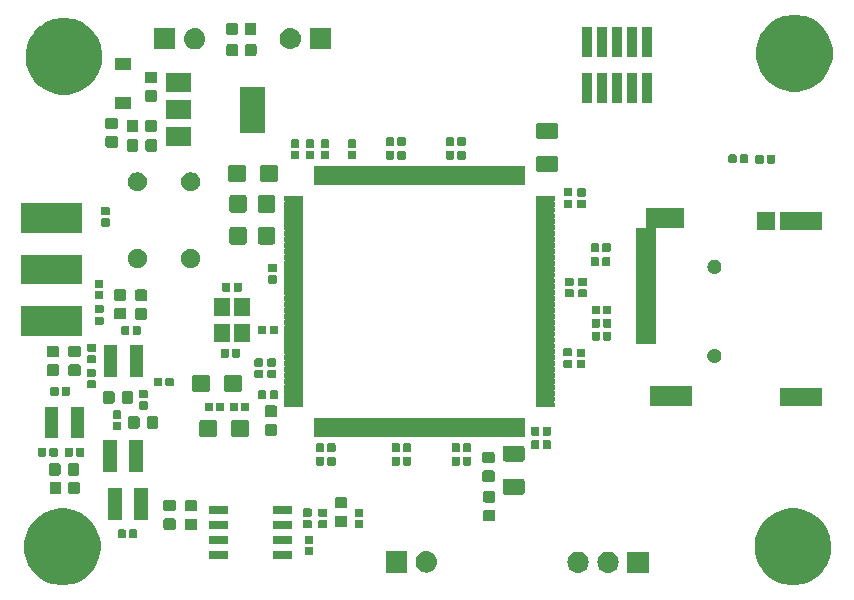
<source format=gbr>
G04 #@! TF.GenerationSoftware,KiCad,Pcbnew,(5.1.4)-1*
G04 #@! TF.CreationDate,2020-04-02T16:16:13+01:00*
G04 #@! TF.ProjectId,hydrophone_stm32_board,68796472-6f70-4686-9f6e-655f73746d33,rev?*
G04 #@! TF.SameCoordinates,Original*
G04 #@! TF.FileFunction,Soldermask,Top*
G04 #@! TF.FilePolarity,Negative*
%FSLAX46Y46*%
G04 Gerber Fmt 4.6, Leading zero omitted, Abs format (unit mm)*
G04 Created by KiCad (PCBNEW (5.1.4)-1) date 2020-04-02 16:16:13*
%MOMM*%
%LPD*%
G04 APERTURE LIST*
%ADD10C,0.100000*%
G04 APERTURE END LIST*
D10*
G36*
X108261782Y-89634850D02*
G01*
X108644282Y-89710934D01*
X109235926Y-89956001D01*
X109637279Y-90224177D01*
X109766058Y-90310224D01*
X109768392Y-90311784D01*
X110221216Y-90764608D01*
X110576999Y-91297074D01*
X110822066Y-91888718D01*
X110867729Y-92118284D01*
X110947000Y-92516803D01*
X110947000Y-93157197D01*
X110915357Y-93316277D01*
X110822066Y-93785282D01*
X110576999Y-94376926D01*
X110329265Y-94747685D01*
X110223818Y-94905499D01*
X110221216Y-94909392D01*
X109768392Y-95362216D01*
X109235926Y-95717999D01*
X108644282Y-95963066D01*
X108330239Y-96025533D01*
X108016197Y-96088000D01*
X107375803Y-96088000D01*
X107061761Y-96025533D01*
X106747718Y-95963066D01*
X106156074Y-95717999D01*
X105623608Y-95362216D01*
X105170784Y-94909392D01*
X105168183Y-94905499D01*
X105062735Y-94747685D01*
X104815001Y-94376926D01*
X104569934Y-93785282D01*
X104476643Y-93316277D01*
X104445000Y-93157197D01*
X104445000Y-92516803D01*
X104524271Y-92118284D01*
X104569934Y-91888718D01*
X104815001Y-91297074D01*
X105170784Y-90764608D01*
X105623608Y-90311784D01*
X105625943Y-90310224D01*
X105754721Y-90224177D01*
X106156074Y-89956001D01*
X106747718Y-89710934D01*
X107130218Y-89634850D01*
X107375803Y-89586000D01*
X108016197Y-89586000D01*
X108261782Y-89634850D01*
X108261782Y-89634850D01*
G37*
G36*
X46412782Y-89634850D02*
G01*
X46795282Y-89710934D01*
X47386926Y-89956001D01*
X47788279Y-90224177D01*
X47917058Y-90310224D01*
X47919392Y-90311784D01*
X48372216Y-90764608D01*
X48727999Y-91297074D01*
X48973066Y-91888718D01*
X49018729Y-92118284D01*
X49098000Y-92516803D01*
X49098000Y-93157197D01*
X49066357Y-93316277D01*
X48973066Y-93785282D01*
X48727999Y-94376926D01*
X48480265Y-94747685D01*
X48374818Y-94905499D01*
X48372216Y-94909392D01*
X47919392Y-95362216D01*
X47386926Y-95717999D01*
X46795282Y-95963066D01*
X46481239Y-96025533D01*
X46167197Y-96088000D01*
X45526803Y-96088000D01*
X45212761Y-96025533D01*
X44898718Y-95963066D01*
X44307074Y-95717999D01*
X43774608Y-95362216D01*
X43321784Y-94909392D01*
X43319183Y-94905499D01*
X43213735Y-94747685D01*
X42966001Y-94376926D01*
X42720934Y-93785282D01*
X42627643Y-93316277D01*
X42596000Y-93157197D01*
X42596000Y-92516803D01*
X42675271Y-92118284D01*
X42720934Y-91888718D01*
X42966001Y-91297074D01*
X43321784Y-90764608D01*
X43774608Y-90311784D01*
X43776943Y-90310224D01*
X43905721Y-90224177D01*
X44307074Y-89956001D01*
X44898718Y-89710934D01*
X45281218Y-89634850D01*
X45526803Y-89586000D01*
X46167197Y-89586000D01*
X46412782Y-89634850D01*
X46412782Y-89634850D01*
G37*
G36*
X95477900Y-95053720D02*
G01*
X93675900Y-95053720D01*
X93675900Y-93251720D01*
X95477900Y-93251720D01*
X95477900Y-95053720D01*
X95477900Y-95053720D01*
G37*
G36*
X89607343Y-93258239D02*
G01*
X89673527Y-93264757D01*
X89843366Y-93316277D01*
X89999891Y-93399942D01*
X90029950Y-93424611D01*
X90137086Y-93512534D01*
X90220348Y-93613991D01*
X90249678Y-93649729D01*
X90333343Y-93806254D01*
X90384863Y-93976093D01*
X90402259Y-94152720D01*
X90384863Y-94329347D01*
X90333343Y-94499186D01*
X90249678Y-94655711D01*
X90220348Y-94691449D01*
X90137086Y-94792906D01*
X90037031Y-94875018D01*
X89999891Y-94905498D01*
X89843366Y-94989163D01*
X89673527Y-95040683D01*
X89607343Y-95047201D01*
X89541160Y-95053720D01*
X89452640Y-95053720D01*
X89386457Y-95047201D01*
X89320273Y-95040683D01*
X89150434Y-94989163D01*
X88993909Y-94905498D01*
X88956769Y-94875018D01*
X88856714Y-94792906D01*
X88773452Y-94691449D01*
X88744122Y-94655711D01*
X88660457Y-94499186D01*
X88608937Y-94329347D01*
X88591541Y-94152720D01*
X88608937Y-93976093D01*
X88660457Y-93806254D01*
X88744122Y-93649729D01*
X88773452Y-93613991D01*
X88856714Y-93512534D01*
X88963850Y-93424611D01*
X88993909Y-93399942D01*
X89150434Y-93316277D01*
X89320273Y-93264757D01*
X89386457Y-93258239D01*
X89452640Y-93251720D01*
X89541160Y-93251720D01*
X89607343Y-93258239D01*
X89607343Y-93258239D01*
G37*
G36*
X92147343Y-93258239D02*
G01*
X92213527Y-93264757D01*
X92383366Y-93316277D01*
X92539891Y-93399942D01*
X92569950Y-93424611D01*
X92677086Y-93512534D01*
X92760348Y-93613991D01*
X92789678Y-93649729D01*
X92873343Y-93806254D01*
X92924863Y-93976093D01*
X92942259Y-94152720D01*
X92924863Y-94329347D01*
X92873343Y-94499186D01*
X92789678Y-94655711D01*
X92760348Y-94691449D01*
X92677086Y-94792906D01*
X92577031Y-94875018D01*
X92539891Y-94905498D01*
X92383366Y-94989163D01*
X92213527Y-95040683D01*
X92147343Y-95047201D01*
X92081160Y-95053720D01*
X91992640Y-95053720D01*
X91926457Y-95047201D01*
X91860273Y-95040683D01*
X91690434Y-94989163D01*
X91533909Y-94905498D01*
X91496769Y-94875018D01*
X91396714Y-94792906D01*
X91313452Y-94691449D01*
X91284122Y-94655711D01*
X91200457Y-94499186D01*
X91148937Y-94329347D01*
X91131541Y-94152720D01*
X91148937Y-93976093D01*
X91200457Y-93806254D01*
X91284122Y-93649729D01*
X91313452Y-93613991D01*
X91396714Y-93512534D01*
X91503850Y-93424611D01*
X91533909Y-93399942D01*
X91690434Y-93316277D01*
X91860273Y-93264757D01*
X91926457Y-93258239D01*
X91992640Y-93251720D01*
X92081160Y-93251720D01*
X92147343Y-93258239D01*
X92147343Y-93258239D01*
G37*
G36*
X76762563Y-93227759D02*
G01*
X76828747Y-93234277D01*
X76998586Y-93285797D01*
X76998588Y-93285798D01*
X77055610Y-93316277D01*
X77155111Y-93369462D01*
X77181184Y-93390860D01*
X77292306Y-93482054D01*
X77359441Y-93563860D01*
X77404898Y-93619249D01*
X77488563Y-93775774D01*
X77540083Y-93945613D01*
X77557479Y-94122240D01*
X77540083Y-94298867D01*
X77488563Y-94468706D01*
X77404898Y-94625231D01*
X77375568Y-94660969D01*
X77292306Y-94762426D01*
X77201035Y-94837329D01*
X77155111Y-94875018D01*
X76998586Y-94958683D01*
X76828747Y-95010203D01*
X76762562Y-95016722D01*
X76696380Y-95023240D01*
X76607860Y-95023240D01*
X76541678Y-95016722D01*
X76475493Y-95010203D01*
X76305654Y-94958683D01*
X76149129Y-94875018D01*
X76103205Y-94837329D01*
X76011934Y-94762426D01*
X75928672Y-94660969D01*
X75899342Y-94625231D01*
X75815677Y-94468706D01*
X75764157Y-94298867D01*
X75746761Y-94122240D01*
X75764157Y-93945613D01*
X75815677Y-93775774D01*
X75899342Y-93619249D01*
X75944799Y-93563860D01*
X76011934Y-93482054D01*
X76123056Y-93390860D01*
X76149129Y-93369462D01*
X76248630Y-93316277D01*
X76305652Y-93285798D01*
X76305654Y-93285797D01*
X76475493Y-93234277D01*
X76541677Y-93227759D01*
X76607860Y-93221240D01*
X76696380Y-93221240D01*
X76762563Y-93227759D01*
X76762563Y-93227759D01*
G37*
G36*
X75013120Y-95023240D02*
G01*
X73211120Y-95023240D01*
X73211120Y-93221240D01*
X75013120Y-93221240D01*
X75013120Y-95023240D01*
X75013120Y-95023240D01*
G37*
G36*
X65262740Y-93919120D02*
G01*
X63635740Y-93919120D01*
X63635740Y-93167120D01*
X65262740Y-93167120D01*
X65262740Y-93919120D01*
X65262740Y-93919120D01*
G37*
G36*
X59838740Y-93919120D02*
G01*
X58211740Y-93919120D01*
X58211740Y-93167120D01*
X59838740Y-93167120D01*
X59838740Y-93919120D01*
X59838740Y-93919120D01*
G37*
G36*
X67005198Y-92874576D02*
G01*
X67025817Y-92880831D01*
X67044813Y-92890984D01*
X67061468Y-92904652D01*
X67075136Y-92921307D01*
X67085289Y-92940303D01*
X67091544Y-92960922D01*
X67094260Y-92988500D01*
X67094260Y-93447220D01*
X67091544Y-93474798D01*
X67085289Y-93495417D01*
X67075136Y-93514413D01*
X67061468Y-93531068D01*
X67044813Y-93544736D01*
X67025817Y-93554889D01*
X67005198Y-93561144D01*
X66977620Y-93563860D01*
X66468900Y-93563860D01*
X66441322Y-93561144D01*
X66420703Y-93554889D01*
X66401707Y-93544736D01*
X66385052Y-93531068D01*
X66371384Y-93514413D01*
X66361231Y-93495417D01*
X66354976Y-93474798D01*
X66352260Y-93447220D01*
X66352260Y-92988500D01*
X66354976Y-92960922D01*
X66361231Y-92940303D01*
X66371384Y-92921307D01*
X66385052Y-92904652D01*
X66401707Y-92890984D01*
X66420703Y-92880831D01*
X66441322Y-92874576D01*
X66468900Y-92871860D01*
X66977620Y-92871860D01*
X67005198Y-92874576D01*
X67005198Y-92874576D01*
G37*
G36*
X65262740Y-92649120D02*
G01*
X63635740Y-92649120D01*
X63635740Y-91897120D01*
X65262740Y-91897120D01*
X65262740Y-92649120D01*
X65262740Y-92649120D01*
G37*
G36*
X59838740Y-92649120D02*
G01*
X58211740Y-92649120D01*
X58211740Y-91897120D01*
X59838740Y-91897120D01*
X59838740Y-92649120D01*
X59838740Y-92649120D01*
G37*
G36*
X67005198Y-91904576D02*
G01*
X67025817Y-91910831D01*
X67044813Y-91920984D01*
X67061468Y-91934652D01*
X67075136Y-91951307D01*
X67085289Y-91970303D01*
X67091544Y-91990922D01*
X67094260Y-92018500D01*
X67094260Y-92477220D01*
X67091544Y-92504798D01*
X67085289Y-92525417D01*
X67075136Y-92544413D01*
X67061468Y-92561068D01*
X67044813Y-92574736D01*
X67025817Y-92584889D01*
X67005198Y-92591144D01*
X66977620Y-92593860D01*
X66468900Y-92593860D01*
X66441322Y-92591144D01*
X66420703Y-92584889D01*
X66401707Y-92574736D01*
X66385052Y-92561068D01*
X66371384Y-92544413D01*
X66361231Y-92525417D01*
X66354976Y-92504798D01*
X66352260Y-92477220D01*
X66352260Y-92018500D01*
X66354976Y-91990922D01*
X66361231Y-91970303D01*
X66371384Y-91951307D01*
X66385052Y-91934652D01*
X66401707Y-91920984D01*
X66420703Y-91910831D01*
X66441322Y-91904576D01*
X66468900Y-91901860D01*
X66977620Y-91901860D01*
X67005198Y-91904576D01*
X67005198Y-91904576D01*
G37*
G36*
X52091938Y-91381716D02*
G01*
X52112557Y-91387971D01*
X52131553Y-91398124D01*
X52148208Y-91411792D01*
X52161876Y-91428447D01*
X52172029Y-91447443D01*
X52178284Y-91468062D01*
X52181000Y-91495640D01*
X52181000Y-92004360D01*
X52178284Y-92031938D01*
X52172029Y-92052557D01*
X52161876Y-92071553D01*
X52148208Y-92088208D01*
X52131553Y-92101876D01*
X52112557Y-92112029D01*
X52091938Y-92118284D01*
X52064360Y-92121000D01*
X51605640Y-92121000D01*
X51578062Y-92118284D01*
X51557443Y-92112029D01*
X51538447Y-92101876D01*
X51521792Y-92088208D01*
X51508124Y-92071553D01*
X51497971Y-92052557D01*
X51491716Y-92031938D01*
X51489000Y-92004360D01*
X51489000Y-91495640D01*
X51491716Y-91468062D01*
X51497971Y-91447443D01*
X51508124Y-91428447D01*
X51521792Y-91411792D01*
X51538447Y-91398124D01*
X51557443Y-91387971D01*
X51578062Y-91381716D01*
X51605640Y-91379000D01*
X52064360Y-91379000D01*
X52091938Y-91381716D01*
X52091938Y-91381716D01*
G37*
G36*
X51121938Y-91381716D02*
G01*
X51142557Y-91387971D01*
X51161553Y-91398124D01*
X51178208Y-91411792D01*
X51191876Y-91428447D01*
X51202029Y-91447443D01*
X51208284Y-91468062D01*
X51211000Y-91495640D01*
X51211000Y-92004360D01*
X51208284Y-92031938D01*
X51202029Y-92052557D01*
X51191876Y-92071553D01*
X51178208Y-92088208D01*
X51161553Y-92101876D01*
X51142557Y-92112029D01*
X51121938Y-92118284D01*
X51094360Y-92121000D01*
X50635640Y-92121000D01*
X50608062Y-92118284D01*
X50587443Y-92112029D01*
X50568447Y-92101876D01*
X50551792Y-92088208D01*
X50538124Y-92071553D01*
X50527971Y-92052557D01*
X50521716Y-92031938D01*
X50519000Y-92004360D01*
X50519000Y-91495640D01*
X50521716Y-91468062D01*
X50527971Y-91447443D01*
X50538124Y-91428447D01*
X50551792Y-91411792D01*
X50568447Y-91398124D01*
X50587443Y-91387971D01*
X50608062Y-91381716D01*
X50635640Y-91379000D01*
X51094360Y-91379000D01*
X51121938Y-91381716D01*
X51121938Y-91381716D01*
G37*
G36*
X57110491Y-90455305D02*
G01*
X57144469Y-90465613D01*
X57175790Y-90482354D01*
X57203239Y-90504881D01*
X57225766Y-90532330D01*
X57242507Y-90563651D01*
X57252815Y-90597629D01*
X57256900Y-90639110D01*
X57256900Y-91240330D01*
X57252815Y-91281811D01*
X57242507Y-91315789D01*
X57225766Y-91347110D01*
X57203239Y-91374559D01*
X57175790Y-91397086D01*
X57144469Y-91413827D01*
X57110491Y-91424135D01*
X57069010Y-91428220D01*
X56392790Y-91428220D01*
X56351309Y-91424135D01*
X56317331Y-91413827D01*
X56286010Y-91397086D01*
X56258561Y-91374559D01*
X56236034Y-91347110D01*
X56219293Y-91315789D01*
X56208985Y-91281811D01*
X56204900Y-91240330D01*
X56204900Y-90639110D01*
X56208985Y-90597629D01*
X56219293Y-90563651D01*
X56236034Y-90532330D01*
X56258561Y-90504881D01*
X56286010Y-90482354D01*
X56317331Y-90465613D01*
X56351309Y-90455305D01*
X56392790Y-90451220D01*
X57069010Y-90451220D01*
X57110491Y-90455305D01*
X57110491Y-90455305D01*
G37*
G36*
X55294391Y-90424825D02*
G01*
X55328369Y-90435133D01*
X55359690Y-90451874D01*
X55387139Y-90474401D01*
X55409666Y-90501850D01*
X55426407Y-90533171D01*
X55436715Y-90567149D01*
X55440800Y-90608630D01*
X55440800Y-91209850D01*
X55436715Y-91251331D01*
X55426407Y-91285309D01*
X55409666Y-91316630D01*
X55387139Y-91344079D01*
X55359690Y-91366606D01*
X55328369Y-91383347D01*
X55294391Y-91393655D01*
X55252910Y-91397740D01*
X54576690Y-91397740D01*
X54535209Y-91393655D01*
X54501231Y-91383347D01*
X54469910Y-91366606D01*
X54442461Y-91344079D01*
X54419934Y-91316630D01*
X54403193Y-91285309D01*
X54392885Y-91251331D01*
X54388800Y-91209850D01*
X54388800Y-90608630D01*
X54392885Y-90567149D01*
X54403193Y-90533171D01*
X54419934Y-90501850D01*
X54442461Y-90474401D01*
X54469910Y-90451874D01*
X54501231Y-90435133D01*
X54535209Y-90424825D01*
X54576690Y-90420740D01*
X55252910Y-90420740D01*
X55294391Y-90424825D01*
X55294391Y-90424825D01*
G37*
G36*
X65262740Y-91379120D02*
G01*
X63635740Y-91379120D01*
X63635740Y-90627120D01*
X65262740Y-90627120D01*
X65262740Y-91379120D01*
X65262740Y-91379120D01*
G37*
G36*
X59838740Y-91379120D02*
G01*
X58211740Y-91379120D01*
X58211740Y-90627120D01*
X59838740Y-90627120D01*
X59838740Y-91379120D01*
X59838740Y-91379120D01*
G37*
G36*
X71231758Y-90593656D02*
G01*
X71252377Y-90599911D01*
X71271373Y-90610064D01*
X71288028Y-90623732D01*
X71301696Y-90640387D01*
X71311849Y-90659383D01*
X71318104Y-90680002D01*
X71320820Y-90707580D01*
X71320820Y-91166300D01*
X71318104Y-91193878D01*
X71311849Y-91214497D01*
X71301696Y-91233493D01*
X71288028Y-91250148D01*
X71271373Y-91263816D01*
X71252377Y-91273969D01*
X71231758Y-91280224D01*
X71204180Y-91282940D01*
X70695460Y-91282940D01*
X70667882Y-91280224D01*
X70647263Y-91273969D01*
X70628267Y-91263816D01*
X70611612Y-91250148D01*
X70597944Y-91233493D01*
X70587791Y-91214497D01*
X70581536Y-91193878D01*
X70578820Y-91166300D01*
X70578820Y-90707580D01*
X70581536Y-90680002D01*
X70587791Y-90659383D01*
X70597944Y-90640387D01*
X70611612Y-90623732D01*
X70628267Y-90610064D01*
X70647263Y-90599911D01*
X70667882Y-90593656D01*
X70695460Y-90590940D01*
X71204180Y-90590940D01*
X71231758Y-90593656D01*
X71231758Y-90593656D01*
G37*
G36*
X68155818Y-90583496D02*
G01*
X68176437Y-90589751D01*
X68195433Y-90599904D01*
X68212088Y-90613572D01*
X68225756Y-90630227D01*
X68235909Y-90649223D01*
X68242164Y-90669842D01*
X68244880Y-90697420D01*
X68244880Y-91156140D01*
X68242164Y-91183718D01*
X68235909Y-91204337D01*
X68225756Y-91223333D01*
X68212088Y-91239988D01*
X68195433Y-91253656D01*
X68176437Y-91263809D01*
X68155818Y-91270064D01*
X68128240Y-91272780D01*
X67619520Y-91272780D01*
X67591942Y-91270064D01*
X67571323Y-91263809D01*
X67552327Y-91253656D01*
X67535672Y-91239988D01*
X67522004Y-91223333D01*
X67511851Y-91204337D01*
X67505596Y-91183718D01*
X67502880Y-91156140D01*
X67502880Y-90697420D01*
X67505596Y-90669842D01*
X67511851Y-90649223D01*
X67522004Y-90630227D01*
X67535672Y-90613572D01*
X67552327Y-90599904D01*
X67571323Y-90589751D01*
X67591942Y-90583496D01*
X67619520Y-90580780D01*
X68128240Y-90580780D01*
X68155818Y-90583496D01*
X68155818Y-90583496D01*
G37*
G36*
X66852798Y-90573336D02*
G01*
X66873417Y-90579591D01*
X66892413Y-90589744D01*
X66909068Y-90603412D01*
X66922736Y-90620067D01*
X66932889Y-90639063D01*
X66939144Y-90659682D01*
X66941860Y-90687260D01*
X66941860Y-91145980D01*
X66939144Y-91173558D01*
X66932889Y-91194177D01*
X66922736Y-91213173D01*
X66909068Y-91229828D01*
X66892413Y-91243496D01*
X66873417Y-91253649D01*
X66852798Y-91259904D01*
X66825220Y-91262620D01*
X66316500Y-91262620D01*
X66288922Y-91259904D01*
X66268303Y-91253649D01*
X66249307Y-91243496D01*
X66232652Y-91229828D01*
X66218984Y-91213173D01*
X66208831Y-91194177D01*
X66202576Y-91173558D01*
X66199860Y-91145980D01*
X66199860Y-90687260D01*
X66202576Y-90659682D01*
X66208831Y-90639063D01*
X66218984Y-90620067D01*
X66232652Y-90603412D01*
X66249307Y-90589744D01*
X66268303Y-90579591D01*
X66288922Y-90573336D01*
X66316500Y-90570620D01*
X66825220Y-90570620D01*
X66852798Y-90573336D01*
X66852798Y-90573336D01*
G37*
G36*
X69810491Y-90201305D02*
G01*
X69844469Y-90211613D01*
X69875790Y-90228354D01*
X69903239Y-90250881D01*
X69925766Y-90278330D01*
X69942507Y-90309651D01*
X69952815Y-90343629D01*
X69956900Y-90385110D01*
X69956900Y-90986330D01*
X69952815Y-91027811D01*
X69942507Y-91061789D01*
X69925766Y-91093110D01*
X69903239Y-91120559D01*
X69875790Y-91143086D01*
X69844469Y-91159827D01*
X69810491Y-91170135D01*
X69769010Y-91174220D01*
X69092790Y-91174220D01*
X69051309Y-91170135D01*
X69017331Y-91159827D01*
X68986010Y-91143086D01*
X68958561Y-91120559D01*
X68936034Y-91093110D01*
X68919293Y-91061789D01*
X68908985Y-91027811D01*
X68904900Y-90986330D01*
X68904900Y-90385110D01*
X68908985Y-90343629D01*
X68919293Y-90309651D01*
X68936034Y-90278330D01*
X68958561Y-90250881D01*
X68986010Y-90228354D01*
X69017331Y-90211613D01*
X69051309Y-90201305D01*
X69092790Y-90197220D01*
X69769010Y-90197220D01*
X69810491Y-90201305D01*
X69810491Y-90201305D01*
G37*
G36*
X82350471Y-89698385D02*
G01*
X82384449Y-89708693D01*
X82415770Y-89725434D01*
X82443219Y-89747961D01*
X82465746Y-89775410D01*
X82482487Y-89806731D01*
X82492795Y-89840709D01*
X82496880Y-89882190D01*
X82496880Y-90483410D01*
X82492795Y-90524891D01*
X82482487Y-90558869D01*
X82465746Y-90590190D01*
X82443219Y-90617639D01*
X82415770Y-90640166D01*
X82384449Y-90656907D01*
X82350471Y-90667215D01*
X82308990Y-90671300D01*
X81632770Y-90671300D01*
X81591289Y-90667215D01*
X81557311Y-90656907D01*
X81525990Y-90640166D01*
X81498541Y-90617639D01*
X81476014Y-90590190D01*
X81459273Y-90558869D01*
X81448965Y-90524891D01*
X81444880Y-90483410D01*
X81444880Y-89882190D01*
X81448965Y-89840709D01*
X81459273Y-89806731D01*
X81476014Y-89775410D01*
X81498541Y-89747961D01*
X81525990Y-89725434D01*
X81557311Y-89708693D01*
X81591289Y-89698385D01*
X81632770Y-89694300D01*
X82308990Y-89694300D01*
X82350471Y-89698385D01*
X82350471Y-89698385D01*
G37*
G36*
X50903300Y-90546040D02*
G01*
X49741300Y-90546040D01*
X49741300Y-87894040D01*
X50903300Y-87894040D01*
X50903300Y-90546040D01*
X50903300Y-90546040D01*
G37*
G36*
X53103300Y-90546040D02*
G01*
X51941300Y-90546040D01*
X51941300Y-87894040D01*
X53103300Y-87894040D01*
X53103300Y-90546040D01*
X53103300Y-90546040D01*
G37*
G36*
X71231758Y-89623656D02*
G01*
X71252377Y-89629911D01*
X71271373Y-89640064D01*
X71288028Y-89653732D01*
X71301696Y-89670387D01*
X71311849Y-89689383D01*
X71318104Y-89710002D01*
X71320820Y-89737580D01*
X71320820Y-90196300D01*
X71318104Y-90223878D01*
X71311849Y-90244497D01*
X71301696Y-90263493D01*
X71288028Y-90280148D01*
X71271373Y-90293816D01*
X71252377Y-90303969D01*
X71231758Y-90310224D01*
X71204180Y-90312940D01*
X70695460Y-90312940D01*
X70667882Y-90310224D01*
X70647263Y-90303969D01*
X70628267Y-90293816D01*
X70611612Y-90280148D01*
X70597944Y-90263493D01*
X70587791Y-90244497D01*
X70581536Y-90223878D01*
X70578820Y-90196300D01*
X70578820Y-89737580D01*
X70581536Y-89710002D01*
X70587791Y-89689383D01*
X70597944Y-89670387D01*
X70611612Y-89653732D01*
X70628267Y-89640064D01*
X70647263Y-89629911D01*
X70667882Y-89623656D01*
X70695460Y-89620940D01*
X71204180Y-89620940D01*
X71231758Y-89623656D01*
X71231758Y-89623656D01*
G37*
G36*
X68155818Y-89613496D02*
G01*
X68176437Y-89619751D01*
X68195433Y-89629904D01*
X68212088Y-89643572D01*
X68225756Y-89660227D01*
X68235909Y-89679223D01*
X68242164Y-89699842D01*
X68244880Y-89727420D01*
X68244880Y-90186140D01*
X68242164Y-90213718D01*
X68235909Y-90234337D01*
X68225756Y-90253333D01*
X68212088Y-90269988D01*
X68195433Y-90283656D01*
X68176437Y-90293809D01*
X68155818Y-90300064D01*
X68128240Y-90302780D01*
X67619520Y-90302780D01*
X67591942Y-90300064D01*
X67571323Y-90293809D01*
X67552327Y-90283656D01*
X67535672Y-90269988D01*
X67522004Y-90253333D01*
X67511851Y-90234337D01*
X67505596Y-90213718D01*
X67502880Y-90186140D01*
X67502880Y-89727420D01*
X67505596Y-89699842D01*
X67511851Y-89679223D01*
X67522004Y-89660227D01*
X67535672Y-89643572D01*
X67552327Y-89629904D01*
X67571323Y-89619751D01*
X67591942Y-89613496D01*
X67619520Y-89610780D01*
X68128240Y-89610780D01*
X68155818Y-89613496D01*
X68155818Y-89613496D01*
G37*
G36*
X66852798Y-89603336D02*
G01*
X66873417Y-89609591D01*
X66892413Y-89619744D01*
X66909068Y-89633412D01*
X66922736Y-89650067D01*
X66932889Y-89669063D01*
X66939144Y-89689682D01*
X66941860Y-89717260D01*
X66941860Y-90175980D01*
X66939144Y-90203558D01*
X66932889Y-90224177D01*
X66922736Y-90243173D01*
X66909068Y-90259828D01*
X66892413Y-90273496D01*
X66873417Y-90283649D01*
X66852798Y-90289904D01*
X66825220Y-90292620D01*
X66316500Y-90292620D01*
X66288922Y-90289904D01*
X66268303Y-90283649D01*
X66249307Y-90273496D01*
X66232652Y-90259828D01*
X66218984Y-90243173D01*
X66208831Y-90224177D01*
X66202576Y-90203558D01*
X66199860Y-90175980D01*
X66199860Y-89717260D01*
X66202576Y-89689682D01*
X66208831Y-89669063D01*
X66218984Y-89650067D01*
X66232652Y-89633412D01*
X66249307Y-89619744D01*
X66268303Y-89609591D01*
X66288922Y-89603336D01*
X66316500Y-89600620D01*
X66825220Y-89600620D01*
X66852798Y-89603336D01*
X66852798Y-89603336D01*
G37*
G36*
X59838740Y-90109120D02*
G01*
X58211740Y-90109120D01*
X58211740Y-89357120D01*
X59838740Y-89357120D01*
X59838740Y-90109120D01*
X59838740Y-90109120D01*
G37*
G36*
X65262740Y-90109120D02*
G01*
X63635740Y-90109120D01*
X63635740Y-89357120D01*
X65262740Y-89357120D01*
X65262740Y-90109120D01*
X65262740Y-90109120D01*
G37*
G36*
X57110491Y-88880305D02*
G01*
X57144469Y-88890613D01*
X57175790Y-88907354D01*
X57203239Y-88929881D01*
X57225766Y-88957330D01*
X57242507Y-88988651D01*
X57252815Y-89022629D01*
X57256900Y-89064110D01*
X57256900Y-89665330D01*
X57252815Y-89706811D01*
X57242507Y-89740789D01*
X57225766Y-89772110D01*
X57203239Y-89799559D01*
X57175790Y-89822086D01*
X57144469Y-89838827D01*
X57110491Y-89849135D01*
X57069010Y-89853220D01*
X56392790Y-89853220D01*
X56351309Y-89849135D01*
X56317331Y-89838827D01*
X56286010Y-89822086D01*
X56258561Y-89799559D01*
X56236034Y-89772110D01*
X56219293Y-89740789D01*
X56208985Y-89706811D01*
X56204900Y-89665330D01*
X56204900Y-89064110D01*
X56208985Y-89022629D01*
X56219293Y-88988651D01*
X56236034Y-88957330D01*
X56258561Y-88929881D01*
X56286010Y-88907354D01*
X56317331Y-88890613D01*
X56351309Y-88880305D01*
X56392790Y-88876220D01*
X57069010Y-88876220D01*
X57110491Y-88880305D01*
X57110491Y-88880305D01*
G37*
G36*
X55294391Y-88849825D02*
G01*
X55328369Y-88860133D01*
X55359690Y-88876874D01*
X55387139Y-88899401D01*
X55409666Y-88926850D01*
X55426407Y-88958171D01*
X55436715Y-88992149D01*
X55440800Y-89033630D01*
X55440800Y-89634850D01*
X55436715Y-89676331D01*
X55426407Y-89710309D01*
X55409666Y-89741630D01*
X55387139Y-89769079D01*
X55359690Y-89791606D01*
X55328369Y-89808347D01*
X55294391Y-89818655D01*
X55252910Y-89822740D01*
X54576690Y-89822740D01*
X54535209Y-89818655D01*
X54501231Y-89808347D01*
X54469910Y-89791606D01*
X54442461Y-89769079D01*
X54419934Y-89741630D01*
X54403193Y-89710309D01*
X54392885Y-89676331D01*
X54388800Y-89634850D01*
X54388800Y-89033630D01*
X54392885Y-88992149D01*
X54403193Y-88958171D01*
X54419934Y-88926850D01*
X54442461Y-88899401D01*
X54469910Y-88876874D01*
X54501231Y-88860133D01*
X54535209Y-88849825D01*
X54576690Y-88845740D01*
X55252910Y-88845740D01*
X55294391Y-88849825D01*
X55294391Y-88849825D01*
G37*
G36*
X69810491Y-88626305D02*
G01*
X69844469Y-88636613D01*
X69875790Y-88653354D01*
X69903239Y-88675881D01*
X69925766Y-88703330D01*
X69942507Y-88734651D01*
X69952815Y-88768629D01*
X69956900Y-88810110D01*
X69956900Y-89411330D01*
X69952815Y-89452811D01*
X69942507Y-89486789D01*
X69925766Y-89518110D01*
X69903239Y-89545559D01*
X69875790Y-89568086D01*
X69844469Y-89584827D01*
X69810491Y-89595135D01*
X69769010Y-89599220D01*
X69092790Y-89599220D01*
X69051309Y-89595135D01*
X69017331Y-89584827D01*
X68986010Y-89568086D01*
X68958561Y-89545559D01*
X68936034Y-89518110D01*
X68919293Y-89486789D01*
X68908985Y-89452811D01*
X68904900Y-89411330D01*
X68904900Y-88810110D01*
X68908985Y-88768629D01*
X68919293Y-88734651D01*
X68936034Y-88703330D01*
X68958561Y-88675881D01*
X68986010Y-88653354D01*
X69017331Y-88636613D01*
X69051309Y-88626305D01*
X69092790Y-88622220D01*
X69769010Y-88622220D01*
X69810491Y-88626305D01*
X69810491Y-88626305D01*
G37*
G36*
X82350471Y-88123385D02*
G01*
X82384449Y-88133693D01*
X82415770Y-88150434D01*
X82443219Y-88172961D01*
X82465746Y-88200410D01*
X82482487Y-88231731D01*
X82492795Y-88265709D01*
X82496880Y-88307190D01*
X82496880Y-88908410D01*
X82492795Y-88949891D01*
X82482487Y-88983869D01*
X82465746Y-89015190D01*
X82443219Y-89042639D01*
X82415770Y-89065166D01*
X82384449Y-89081907D01*
X82350471Y-89092215D01*
X82308990Y-89096300D01*
X81632770Y-89096300D01*
X81591289Y-89092215D01*
X81557311Y-89081907D01*
X81525990Y-89065166D01*
X81498541Y-89042639D01*
X81476014Y-89015190D01*
X81459273Y-88983869D01*
X81448965Y-88949891D01*
X81444880Y-88908410D01*
X81444880Y-88307190D01*
X81448965Y-88265709D01*
X81459273Y-88231731D01*
X81476014Y-88200410D01*
X81498541Y-88172961D01*
X81525990Y-88150434D01*
X81557311Y-88133693D01*
X81591289Y-88123385D01*
X81632770Y-88119300D01*
X82308990Y-88119300D01*
X82350471Y-88123385D01*
X82350471Y-88123385D01*
G37*
G36*
X84812124Y-87075647D02*
G01*
X84848664Y-87086732D01*
X84882341Y-87104733D01*
X84911861Y-87128959D01*
X84936087Y-87158479D01*
X84954088Y-87192156D01*
X84965173Y-87228696D01*
X84969520Y-87272838D01*
X84969520Y-88221762D01*
X84965173Y-88265904D01*
X84954088Y-88302444D01*
X84936087Y-88336121D01*
X84911861Y-88365641D01*
X84882341Y-88389867D01*
X84848664Y-88407868D01*
X84812124Y-88418953D01*
X84767982Y-88423300D01*
X83319058Y-88423300D01*
X83274916Y-88418953D01*
X83238376Y-88407868D01*
X83204699Y-88389867D01*
X83175179Y-88365641D01*
X83150953Y-88336121D01*
X83132952Y-88302444D01*
X83121867Y-88265904D01*
X83117520Y-88221762D01*
X83117520Y-87272838D01*
X83121867Y-87228696D01*
X83132952Y-87192156D01*
X83150953Y-87158479D01*
X83175179Y-87128959D01*
X83204699Y-87104733D01*
X83238376Y-87086732D01*
X83274916Y-87075647D01*
X83319058Y-87071300D01*
X84767982Y-87071300D01*
X84812124Y-87075647D01*
X84812124Y-87075647D01*
G37*
G36*
X45594591Y-87338085D02*
G01*
X45628569Y-87348393D01*
X45659890Y-87365134D01*
X45687339Y-87387661D01*
X45709866Y-87415110D01*
X45726607Y-87446431D01*
X45736915Y-87480409D01*
X45741000Y-87521890D01*
X45741000Y-88198110D01*
X45736915Y-88239591D01*
X45726607Y-88273569D01*
X45709866Y-88304890D01*
X45687339Y-88332339D01*
X45659890Y-88354866D01*
X45628569Y-88371607D01*
X45594591Y-88381915D01*
X45553110Y-88386000D01*
X44951890Y-88386000D01*
X44910409Y-88381915D01*
X44876431Y-88371607D01*
X44845110Y-88354866D01*
X44817661Y-88332339D01*
X44795134Y-88304890D01*
X44778393Y-88273569D01*
X44768085Y-88239591D01*
X44764000Y-88198110D01*
X44764000Y-87521890D01*
X44768085Y-87480409D01*
X44778393Y-87446431D01*
X44795134Y-87415110D01*
X44817661Y-87387661D01*
X44845110Y-87365134D01*
X44876431Y-87348393D01*
X44910409Y-87338085D01*
X44951890Y-87334000D01*
X45553110Y-87334000D01*
X45594591Y-87338085D01*
X45594591Y-87338085D01*
G37*
G36*
X47169591Y-87338085D02*
G01*
X47203569Y-87348393D01*
X47234890Y-87365134D01*
X47262339Y-87387661D01*
X47284866Y-87415110D01*
X47301607Y-87446431D01*
X47311915Y-87480409D01*
X47316000Y-87521890D01*
X47316000Y-88198110D01*
X47311915Y-88239591D01*
X47301607Y-88273569D01*
X47284866Y-88304890D01*
X47262339Y-88332339D01*
X47234890Y-88354866D01*
X47203569Y-88371607D01*
X47169591Y-88381915D01*
X47128110Y-88386000D01*
X46526890Y-88386000D01*
X46485409Y-88381915D01*
X46451431Y-88371607D01*
X46420110Y-88354866D01*
X46392661Y-88332339D01*
X46370134Y-88304890D01*
X46353393Y-88273569D01*
X46343085Y-88239591D01*
X46339000Y-88198110D01*
X46339000Y-87521890D01*
X46343085Y-87480409D01*
X46353393Y-87446431D01*
X46370134Y-87415110D01*
X46392661Y-87387661D01*
X46420110Y-87365134D01*
X46451431Y-87348393D01*
X46485409Y-87338085D01*
X46526890Y-87334000D01*
X47128110Y-87334000D01*
X47169591Y-87338085D01*
X47169591Y-87338085D01*
G37*
G36*
X82286971Y-86381145D02*
G01*
X82320949Y-86391453D01*
X82352270Y-86408194D01*
X82379719Y-86430721D01*
X82402246Y-86458170D01*
X82418987Y-86489491D01*
X82429295Y-86523469D01*
X82433380Y-86564950D01*
X82433380Y-87166170D01*
X82429295Y-87207651D01*
X82418987Y-87241629D01*
X82402246Y-87272950D01*
X82379719Y-87300399D01*
X82352270Y-87322926D01*
X82320949Y-87339667D01*
X82286971Y-87349975D01*
X82245490Y-87354060D01*
X81569270Y-87354060D01*
X81527789Y-87349975D01*
X81493811Y-87339667D01*
X81462490Y-87322926D01*
X81435041Y-87300399D01*
X81412514Y-87272950D01*
X81395773Y-87241629D01*
X81385465Y-87207651D01*
X81381380Y-87166170D01*
X81381380Y-86564950D01*
X81385465Y-86523469D01*
X81395773Y-86489491D01*
X81412514Y-86458170D01*
X81435041Y-86430721D01*
X81462490Y-86408194D01*
X81493811Y-86391453D01*
X81527789Y-86381145D01*
X81569270Y-86377060D01*
X82245490Y-86377060D01*
X82286971Y-86381145D01*
X82286971Y-86381145D01*
G37*
G36*
X47119591Y-85768085D02*
G01*
X47153569Y-85778393D01*
X47184890Y-85795134D01*
X47212339Y-85817661D01*
X47234866Y-85845110D01*
X47251607Y-85876431D01*
X47261915Y-85910409D01*
X47266000Y-85951890D01*
X47266000Y-86628110D01*
X47261915Y-86669591D01*
X47251607Y-86703569D01*
X47234866Y-86734890D01*
X47212339Y-86762339D01*
X47184890Y-86784866D01*
X47153569Y-86801607D01*
X47119591Y-86811915D01*
X47078110Y-86816000D01*
X46476890Y-86816000D01*
X46435409Y-86811915D01*
X46401431Y-86801607D01*
X46370110Y-86784866D01*
X46342661Y-86762339D01*
X46320134Y-86734890D01*
X46303393Y-86703569D01*
X46293085Y-86669591D01*
X46289000Y-86628110D01*
X46289000Y-85951890D01*
X46293085Y-85910409D01*
X46303393Y-85876431D01*
X46320134Y-85845110D01*
X46342661Y-85817661D01*
X46370110Y-85795134D01*
X46401431Y-85778393D01*
X46435409Y-85768085D01*
X46476890Y-85764000D01*
X47078110Y-85764000D01*
X47119591Y-85768085D01*
X47119591Y-85768085D01*
G37*
G36*
X45544591Y-85768085D02*
G01*
X45578569Y-85778393D01*
X45609890Y-85795134D01*
X45637339Y-85817661D01*
X45659866Y-85845110D01*
X45676607Y-85876431D01*
X45686915Y-85910409D01*
X45691000Y-85951890D01*
X45691000Y-86628110D01*
X45686915Y-86669591D01*
X45676607Y-86703569D01*
X45659866Y-86734890D01*
X45637339Y-86762339D01*
X45609890Y-86784866D01*
X45578569Y-86801607D01*
X45544591Y-86811915D01*
X45503110Y-86816000D01*
X44901890Y-86816000D01*
X44860409Y-86811915D01*
X44826431Y-86801607D01*
X44795110Y-86784866D01*
X44767661Y-86762339D01*
X44745134Y-86734890D01*
X44728393Y-86703569D01*
X44718085Y-86669591D01*
X44714000Y-86628110D01*
X44714000Y-85951890D01*
X44718085Y-85910409D01*
X44728393Y-85876431D01*
X44745134Y-85845110D01*
X44767661Y-85817661D01*
X44795110Y-85795134D01*
X44826431Y-85778393D01*
X44860409Y-85768085D01*
X44901890Y-85764000D01*
X45503110Y-85764000D01*
X45544591Y-85768085D01*
X45544591Y-85768085D01*
G37*
G36*
X50474040Y-86484580D02*
G01*
X49312040Y-86484580D01*
X49312040Y-83832580D01*
X50474040Y-83832580D01*
X50474040Y-86484580D01*
X50474040Y-86484580D01*
G37*
G36*
X52674040Y-86484580D02*
G01*
X51512040Y-86484580D01*
X51512040Y-83832580D01*
X52674040Y-83832580D01*
X52674040Y-86484580D01*
X52674040Y-86484580D01*
G37*
G36*
X75290938Y-85229716D02*
G01*
X75311557Y-85235971D01*
X75330553Y-85246124D01*
X75347208Y-85259792D01*
X75360876Y-85276447D01*
X75371029Y-85295443D01*
X75377284Y-85316062D01*
X75380000Y-85343640D01*
X75380000Y-85852360D01*
X75377284Y-85879938D01*
X75371029Y-85900557D01*
X75360876Y-85919553D01*
X75347208Y-85936208D01*
X75330553Y-85949876D01*
X75311557Y-85960029D01*
X75290938Y-85966284D01*
X75263360Y-85969000D01*
X74804640Y-85969000D01*
X74777062Y-85966284D01*
X74756443Y-85960029D01*
X74737447Y-85949876D01*
X74720792Y-85936208D01*
X74707124Y-85919553D01*
X74696971Y-85900557D01*
X74690716Y-85879938D01*
X74688000Y-85852360D01*
X74688000Y-85343640D01*
X74690716Y-85316062D01*
X74696971Y-85295443D01*
X74707124Y-85276447D01*
X74720792Y-85259792D01*
X74737447Y-85246124D01*
X74756443Y-85235971D01*
X74777062Y-85229716D01*
X74804640Y-85227000D01*
X75263360Y-85227000D01*
X75290938Y-85229716D01*
X75290938Y-85229716D01*
G37*
G36*
X67907438Y-85229716D02*
G01*
X67928057Y-85235971D01*
X67947053Y-85246124D01*
X67963708Y-85259792D01*
X67977376Y-85276447D01*
X67987529Y-85295443D01*
X67993784Y-85316062D01*
X67996500Y-85343640D01*
X67996500Y-85852360D01*
X67993784Y-85879938D01*
X67987529Y-85900557D01*
X67977376Y-85919553D01*
X67963708Y-85936208D01*
X67947053Y-85949876D01*
X67928057Y-85960029D01*
X67907438Y-85966284D01*
X67879860Y-85969000D01*
X67421140Y-85969000D01*
X67393562Y-85966284D01*
X67372943Y-85960029D01*
X67353947Y-85949876D01*
X67337292Y-85936208D01*
X67323624Y-85919553D01*
X67313471Y-85900557D01*
X67307216Y-85879938D01*
X67304500Y-85852360D01*
X67304500Y-85343640D01*
X67307216Y-85316062D01*
X67313471Y-85295443D01*
X67323624Y-85276447D01*
X67337292Y-85259792D01*
X67353947Y-85246124D01*
X67372943Y-85235971D01*
X67393562Y-85229716D01*
X67421140Y-85227000D01*
X67879860Y-85227000D01*
X67907438Y-85229716D01*
X67907438Y-85229716D01*
G37*
G36*
X68877438Y-85229716D02*
G01*
X68898057Y-85235971D01*
X68917053Y-85246124D01*
X68933708Y-85259792D01*
X68947376Y-85276447D01*
X68957529Y-85295443D01*
X68963784Y-85316062D01*
X68966500Y-85343640D01*
X68966500Y-85852360D01*
X68963784Y-85879938D01*
X68957529Y-85900557D01*
X68947376Y-85919553D01*
X68933708Y-85936208D01*
X68917053Y-85949876D01*
X68898057Y-85960029D01*
X68877438Y-85966284D01*
X68849860Y-85969000D01*
X68391140Y-85969000D01*
X68363562Y-85966284D01*
X68342943Y-85960029D01*
X68323947Y-85949876D01*
X68307292Y-85936208D01*
X68293624Y-85919553D01*
X68283471Y-85900557D01*
X68277216Y-85879938D01*
X68274500Y-85852360D01*
X68274500Y-85343640D01*
X68277216Y-85316062D01*
X68283471Y-85295443D01*
X68293624Y-85276447D01*
X68307292Y-85259792D01*
X68323947Y-85246124D01*
X68342943Y-85235971D01*
X68363562Y-85229716D01*
X68391140Y-85227000D01*
X68849860Y-85227000D01*
X68877438Y-85229716D01*
X68877438Y-85229716D01*
G37*
G36*
X79400938Y-85229716D02*
G01*
X79421557Y-85235971D01*
X79440553Y-85246124D01*
X79457208Y-85259792D01*
X79470876Y-85276447D01*
X79481029Y-85295443D01*
X79487284Y-85316062D01*
X79490000Y-85343640D01*
X79490000Y-85852360D01*
X79487284Y-85879938D01*
X79481029Y-85900557D01*
X79470876Y-85919553D01*
X79457208Y-85936208D01*
X79440553Y-85949876D01*
X79421557Y-85960029D01*
X79400938Y-85966284D01*
X79373360Y-85969000D01*
X78914640Y-85969000D01*
X78887062Y-85966284D01*
X78866443Y-85960029D01*
X78847447Y-85949876D01*
X78830792Y-85936208D01*
X78817124Y-85919553D01*
X78806971Y-85900557D01*
X78800716Y-85879938D01*
X78798000Y-85852360D01*
X78798000Y-85343640D01*
X78800716Y-85316062D01*
X78806971Y-85295443D01*
X78817124Y-85276447D01*
X78830792Y-85259792D01*
X78847447Y-85246124D01*
X78866443Y-85235971D01*
X78887062Y-85229716D01*
X78914640Y-85227000D01*
X79373360Y-85227000D01*
X79400938Y-85229716D01*
X79400938Y-85229716D01*
G37*
G36*
X74320938Y-85229716D02*
G01*
X74341557Y-85235971D01*
X74360553Y-85246124D01*
X74377208Y-85259792D01*
X74390876Y-85276447D01*
X74401029Y-85295443D01*
X74407284Y-85316062D01*
X74410000Y-85343640D01*
X74410000Y-85852360D01*
X74407284Y-85879938D01*
X74401029Y-85900557D01*
X74390876Y-85919553D01*
X74377208Y-85936208D01*
X74360553Y-85949876D01*
X74341557Y-85960029D01*
X74320938Y-85966284D01*
X74293360Y-85969000D01*
X73834640Y-85969000D01*
X73807062Y-85966284D01*
X73786443Y-85960029D01*
X73767447Y-85949876D01*
X73750792Y-85936208D01*
X73737124Y-85919553D01*
X73726971Y-85900557D01*
X73720716Y-85879938D01*
X73718000Y-85852360D01*
X73718000Y-85343640D01*
X73720716Y-85316062D01*
X73726971Y-85295443D01*
X73737124Y-85276447D01*
X73750792Y-85259792D01*
X73767447Y-85246124D01*
X73786443Y-85235971D01*
X73807062Y-85229716D01*
X73834640Y-85227000D01*
X74293360Y-85227000D01*
X74320938Y-85229716D01*
X74320938Y-85229716D01*
G37*
G36*
X80370938Y-85229716D02*
G01*
X80391557Y-85235971D01*
X80410553Y-85246124D01*
X80427208Y-85259792D01*
X80440876Y-85276447D01*
X80451029Y-85295443D01*
X80457284Y-85316062D01*
X80460000Y-85343640D01*
X80460000Y-85852360D01*
X80457284Y-85879938D01*
X80451029Y-85900557D01*
X80440876Y-85919553D01*
X80427208Y-85936208D01*
X80410553Y-85949876D01*
X80391557Y-85960029D01*
X80370938Y-85966284D01*
X80343360Y-85969000D01*
X79884640Y-85969000D01*
X79857062Y-85966284D01*
X79836443Y-85960029D01*
X79817447Y-85949876D01*
X79800792Y-85936208D01*
X79787124Y-85919553D01*
X79776971Y-85900557D01*
X79770716Y-85879938D01*
X79768000Y-85852360D01*
X79768000Y-85343640D01*
X79770716Y-85316062D01*
X79776971Y-85295443D01*
X79787124Y-85276447D01*
X79800792Y-85259792D01*
X79817447Y-85246124D01*
X79836443Y-85235971D01*
X79857062Y-85229716D01*
X79884640Y-85227000D01*
X80343360Y-85227000D01*
X80370938Y-85229716D01*
X80370938Y-85229716D01*
G37*
G36*
X82286971Y-84806145D02*
G01*
X82320949Y-84816453D01*
X82352270Y-84833194D01*
X82379719Y-84855721D01*
X82402246Y-84883170D01*
X82418987Y-84914491D01*
X82429295Y-84948469D01*
X82433380Y-84989950D01*
X82433380Y-85591170D01*
X82429295Y-85632651D01*
X82418987Y-85666629D01*
X82402246Y-85697950D01*
X82379719Y-85725399D01*
X82352270Y-85747926D01*
X82320949Y-85764667D01*
X82286971Y-85774975D01*
X82245490Y-85779060D01*
X81569270Y-85779060D01*
X81527789Y-85774975D01*
X81493811Y-85764667D01*
X81462490Y-85747926D01*
X81435041Y-85725399D01*
X81412514Y-85697950D01*
X81395773Y-85666629D01*
X81385465Y-85632651D01*
X81381380Y-85591170D01*
X81381380Y-84989950D01*
X81385465Y-84948469D01*
X81395773Y-84914491D01*
X81412514Y-84883170D01*
X81435041Y-84855721D01*
X81462490Y-84833194D01*
X81493811Y-84816453D01*
X81527789Y-84806145D01*
X81569270Y-84802060D01*
X82245490Y-84802060D01*
X82286971Y-84806145D01*
X82286971Y-84806145D01*
G37*
G36*
X84812124Y-84275647D02*
G01*
X84848664Y-84286732D01*
X84882341Y-84304733D01*
X84911861Y-84328959D01*
X84936087Y-84358479D01*
X84954088Y-84392156D01*
X84965173Y-84428696D01*
X84969520Y-84472838D01*
X84969520Y-85421762D01*
X84965173Y-85465904D01*
X84954088Y-85502444D01*
X84936087Y-85536121D01*
X84911861Y-85565641D01*
X84882341Y-85589867D01*
X84848664Y-85607868D01*
X84812124Y-85618953D01*
X84767982Y-85623300D01*
X83319058Y-85623300D01*
X83274916Y-85618953D01*
X83238376Y-85607868D01*
X83204699Y-85589867D01*
X83175179Y-85565641D01*
X83150953Y-85536121D01*
X83132952Y-85502444D01*
X83121867Y-85465904D01*
X83117520Y-85421762D01*
X83117520Y-84472838D01*
X83121867Y-84428696D01*
X83132952Y-84392156D01*
X83150953Y-84358479D01*
X83175179Y-84328959D01*
X83204699Y-84304733D01*
X83238376Y-84286732D01*
X83274916Y-84275647D01*
X83319058Y-84271300D01*
X84767982Y-84271300D01*
X84812124Y-84275647D01*
X84812124Y-84275647D01*
G37*
G36*
X47604938Y-84472796D02*
G01*
X47625557Y-84479051D01*
X47644553Y-84489204D01*
X47661208Y-84502872D01*
X47674876Y-84519527D01*
X47685029Y-84538523D01*
X47691284Y-84559142D01*
X47694000Y-84586720D01*
X47694000Y-85095440D01*
X47691284Y-85123018D01*
X47685029Y-85143637D01*
X47674876Y-85162633D01*
X47661208Y-85179288D01*
X47644553Y-85192956D01*
X47625557Y-85203109D01*
X47604938Y-85209364D01*
X47577360Y-85212080D01*
X47118640Y-85212080D01*
X47091062Y-85209364D01*
X47070443Y-85203109D01*
X47051447Y-85192956D01*
X47034792Y-85179288D01*
X47021124Y-85162633D01*
X47010971Y-85143637D01*
X47004716Y-85123018D01*
X47002000Y-85095440D01*
X47002000Y-84586720D01*
X47004716Y-84559142D01*
X47010971Y-84538523D01*
X47021124Y-84519527D01*
X47034792Y-84502872D01*
X47051447Y-84489204D01*
X47070443Y-84479051D01*
X47091062Y-84472796D01*
X47118640Y-84470080D01*
X47577360Y-84470080D01*
X47604938Y-84472796D01*
X47604938Y-84472796D01*
G37*
G36*
X46634938Y-84472796D02*
G01*
X46655557Y-84479051D01*
X46674553Y-84489204D01*
X46691208Y-84502872D01*
X46704876Y-84519527D01*
X46715029Y-84538523D01*
X46721284Y-84559142D01*
X46724000Y-84586720D01*
X46724000Y-85095440D01*
X46721284Y-85123018D01*
X46715029Y-85143637D01*
X46704876Y-85162633D01*
X46691208Y-85179288D01*
X46674553Y-85192956D01*
X46655557Y-85203109D01*
X46634938Y-85209364D01*
X46607360Y-85212080D01*
X46148640Y-85212080D01*
X46121062Y-85209364D01*
X46100443Y-85203109D01*
X46081447Y-85192956D01*
X46064792Y-85179288D01*
X46051124Y-85162633D01*
X46040971Y-85143637D01*
X46034716Y-85123018D01*
X46032000Y-85095440D01*
X46032000Y-84586720D01*
X46034716Y-84559142D01*
X46040971Y-84538523D01*
X46051124Y-84519527D01*
X46064792Y-84502872D01*
X46081447Y-84489204D01*
X46100443Y-84479051D01*
X46121062Y-84472796D01*
X46148640Y-84470080D01*
X46607360Y-84470080D01*
X46634938Y-84472796D01*
X46634938Y-84472796D01*
G37*
G36*
X45349418Y-84460096D02*
G01*
X45370037Y-84466351D01*
X45389033Y-84476504D01*
X45405688Y-84490172D01*
X45419356Y-84506827D01*
X45429509Y-84525823D01*
X45435764Y-84546442D01*
X45438480Y-84574020D01*
X45438480Y-85082740D01*
X45435764Y-85110318D01*
X45429509Y-85130937D01*
X45419356Y-85149933D01*
X45405688Y-85166588D01*
X45389033Y-85180256D01*
X45370037Y-85190409D01*
X45349418Y-85196664D01*
X45321840Y-85199380D01*
X44863120Y-85199380D01*
X44835542Y-85196664D01*
X44814923Y-85190409D01*
X44795927Y-85180256D01*
X44779272Y-85166588D01*
X44765604Y-85149933D01*
X44755451Y-85130937D01*
X44749196Y-85110318D01*
X44746480Y-85082740D01*
X44746480Y-84574020D01*
X44749196Y-84546442D01*
X44755451Y-84525823D01*
X44765604Y-84506827D01*
X44779272Y-84490172D01*
X44795927Y-84476504D01*
X44814923Y-84466351D01*
X44835542Y-84460096D01*
X44863120Y-84457380D01*
X45321840Y-84457380D01*
X45349418Y-84460096D01*
X45349418Y-84460096D01*
G37*
G36*
X44379418Y-84460096D02*
G01*
X44400037Y-84466351D01*
X44419033Y-84476504D01*
X44435688Y-84490172D01*
X44449356Y-84506827D01*
X44459509Y-84525823D01*
X44465764Y-84546442D01*
X44468480Y-84574020D01*
X44468480Y-85082740D01*
X44465764Y-85110318D01*
X44459509Y-85130937D01*
X44449356Y-85149933D01*
X44435688Y-85166588D01*
X44419033Y-85180256D01*
X44400037Y-85190409D01*
X44379418Y-85196664D01*
X44351840Y-85199380D01*
X43893120Y-85199380D01*
X43865542Y-85196664D01*
X43844923Y-85190409D01*
X43825927Y-85180256D01*
X43809272Y-85166588D01*
X43795604Y-85149933D01*
X43785451Y-85130937D01*
X43779196Y-85110318D01*
X43776480Y-85082740D01*
X43776480Y-84574020D01*
X43779196Y-84546442D01*
X43785451Y-84525823D01*
X43795604Y-84506827D01*
X43809272Y-84490172D01*
X43825927Y-84476504D01*
X43844923Y-84466351D01*
X43865542Y-84460096D01*
X43893120Y-84457380D01*
X44351840Y-84457380D01*
X44379418Y-84460096D01*
X44379418Y-84460096D01*
G37*
G36*
X79400938Y-84086716D02*
G01*
X79421557Y-84092971D01*
X79440553Y-84103124D01*
X79457208Y-84116792D01*
X79470876Y-84133447D01*
X79481029Y-84152443D01*
X79487284Y-84173062D01*
X79490000Y-84200640D01*
X79490000Y-84709360D01*
X79487284Y-84736938D01*
X79481029Y-84757557D01*
X79470876Y-84776553D01*
X79457208Y-84793208D01*
X79440553Y-84806876D01*
X79421557Y-84817029D01*
X79400938Y-84823284D01*
X79373360Y-84826000D01*
X78914640Y-84826000D01*
X78887062Y-84823284D01*
X78866443Y-84817029D01*
X78847447Y-84806876D01*
X78830792Y-84793208D01*
X78817124Y-84776553D01*
X78806971Y-84757557D01*
X78800716Y-84736938D01*
X78798000Y-84709360D01*
X78798000Y-84200640D01*
X78800716Y-84173062D01*
X78806971Y-84152443D01*
X78817124Y-84133447D01*
X78830792Y-84116792D01*
X78847447Y-84103124D01*
X78866443Y-84092971D01*
X78887062Y-84086716D01*
X78914640Y-84084000D01*
X79373360Y-84084000D01*
X79400938Y-84086716D01*
X79400938Y-84086716D01*
G37*
G36*
X68877438Y-84086716D02*
G01*
X68898057Y-84092971D01*
X68917053Y-84103124D01*
X68933708Y-84116792D01*
X68947376Y-84133447D01*
X68957529Y-84152443D01*
X68963784Y-84173062D01*
X68966500Y-84200640D01*
X68966500Y-84709360D01*
X68963784Y-84736938D01*
X68957529Y-84757557D01*
X68947376Y-84776553D01*
X68933708Y-84793208D01*
X68917053Y-84806876D01*
X68898057Y-84817029D01*
X68877438Y-84823284D01*
X68849860Y-84826000D01*
X68391140Y-84826000D01*
X68363562Y-84823284D01*
X68342943Y-84817029D01*
X68323947Y-84806876D01*
X68307292Y-84793208D01*
X68293624Y-84776553D01*
X68283471Y-84757557D01*
X68277216Y-84736938D01*
X68274500Y-84709360D01*
X68274500Y-84200640D01*
X68277216Y-84173062D01*
X68283471Y-84152443D01*
X68293624Y-84133447D01*
X68307292Y-84116792D01*
X68323947Y-84103124D01*
X68342943Y-84092971D01*
X68363562Y-84086716D01*
X68391140Y-84084000D01*
X68849860Y-84084000D01*
X68877438Y-84086716D01*
X68877438Y-84086716D01*
G37*
G36*
X74320938Y-84086716D02*
G01*
X74341557Y-84092971D01*
X74360553Y-84103124D01*
X74377208Y-84116792D01*
X74390876Y-84133447D01*
X74401029Y-84152443D01*
X74407284Y-84173062D01*
X74410000Y-84200640D01*
X74410000Y-84709360D01*
X74407284Y-84736938D01*
X74401029Y-84757557D01*
X74390876Y-84776553D01*
X74377208Y-84793208D01*
X74360553Y-84806876D01*
X74341557Y-84817029D01*
X74320938Y-84823284D01*
X74293360Y-84826000D01*
X73834640Y-84826000D01*
X73807062Y-84823284D01*
X73786443Y-84817029D01*
X73767447Y-84806876D01*
X73750792Y-84793208D01*
X73737124Y-84776553D01*
X73726971Y-84757557D01*
X73720716Y-84736938D01*
X73718000Y-84709360D01*
X73718000Y-84200640D01*
X73720716Y-84173062D01*
X73726971Y-84152443D01*
X73737124Y-84133447D01*
X73750792Y-84116792D01*
X73767447Y-84103124D01*
X73786443Y-84092971D01*
X73807062Y-84086716D01*
X73834640Y-84084000D01*
X74293360Y-84084000D01*
X74320938Y-84086716D01*
X74320938Y-84086716D01*
G37*
G36*
X75290938Y-84086716D02*
G01*
X75311557Y-84092971D01*
X75330553Y-84103124D01*
X75347208Y-84116792D01*
X75360876Y-84133447D01*
X75371029Y-84152443D01*
X75377284Y-84173062D01*
X75380000Y-84200640D01*
X75380000Y-84709360D01*
X75377284Y-84736938D01*
X75371029Y-84757557D01*
X75360876Y-84776553D01*
X75347208Y-84793208D01*
X75330553Y-84806876D01*
X75311557Y-84817029D01*
X75290938Y-84823284D01*
X75263360Y-84826000D01*
X74804640Y-84826000D01*
X74777062Y-84823284D01*
X74756443Y-84817029D01*
X74737447Y-84806876D01*
X74720792Y-84793208D01*
X74707124Y-84776553D01*
X74696971Y-84757557D01*
X74690716Y-84736938D01*
X74688000Y-84709360D01*
X74688000Y-84200640D01*
X74690716Y-84173062D01*
X74696971Y-84152443D01*
X74707124Y-84133447D01*
X74720792Y-84116792D01*
X74737447Y-84103124D01*
X74756443Y-84092971D01*
X74777062Y-84086716D01*
X74804640Y-84084000D01*
X75263360Y-84084000D01*
X75290938Y-84086716D01*
X75290938Y-84086716D01*
G37*
G36*
X80370938Y-84086716D02*
G01*
X80391557Y-84092971D01*
X80410553Y-84103124D01*
X80427208Y-84116792D01*
X80440876Y-84133447D01*
X80451029Y-84152443D01*
X80457284Y-84173062D01*
X80460000Y-84200640D01*
X80460000Y-84709360D01*
X80457284Y-84736938D01*
X80451029Y-84757557D01*
X80440876Y-84776553D01*
X80427208Y-84793208D01*
X80410553Y-84806876D01*
X80391557Y-84817029D01*
X80370938Y-84823284D01*
X80343360Y-84826000D01*
X79884640Y-84826000D01*
X79857062Y-84823284D01*
X79836443Y-84817029D01*
X79817447Y-84806876D01*
X79800792Y-84793208D01*
X79787124Y-84776553D01*
X79776971Y-84757557D01*
X79770716Y-84736938D01*
X79768000Y-84709360D01*
X79768000Y-84200640D01*
X79770716Y-84173062D01*
X79776971Y-84152443D01*
X79787124Y-84133447D01*
X79800792Y-84116792D01*
X79817447Y-84103124D01*
X79836443Y-84092971D01*
X79857062Y-84086716D01*
X79884640Y-84084000D01*
X80343360Y-84084000D01*
X80370938Y-84086716D01*
X80370938Y-84086716D01*
G37*
G36*
X67907438Y-84086716D02*
G01*
X67928057Y-84092971D01*
X67947053Y-84103124D01*
X67963708Y-84116792D01*
X67977376Y-84133447D01*
X67987529Y-84152443D01*
X67993784Y-84173062D01*
X67996500Y-84200640D01*
X67996500Y-84709360D01*
X67993784Y-84736938D01*
X67987529Y-84757557D01*
X67977376Y-84776553D01*
X67963708Y-84793208D01*
X67947053Y-84806876D01*
X67928057Y-84817029D01*
X67907438Y-84823284D01*
X67879860Y-84826000D01*
X67421140Y-84826000D01*
X67393562Y-84823284D01*
X67372943Y-84817029D01*
X67353947Y-84806876D01*
X67337292Y-84793208D01*
X67323624Y-84776553D01*
X67313471Y-84757557D01*
X67307216Y-84736938D01*
X67304500Y-84709360D01*
X67304500Y-84200640D01*
X67307216Y-84173062D01*
X67313471Y-84152443D01*
X67323624Y-84133447D01*
X67337292Y-84116792D01*
X67353947Y-84103124D01*
X67372943Y-84092971D01*
X67393562Y-84086716D01*
X67421140Y-84084000D01*
X67879860Y-84084000D01*
X67907438Y-84086716D01*
X67907438Y-84086716D01*
G37*
G36*
X87101938Y-83832716D02*
G01*
X87122557Y-83838971D01*
X87141553Y-83849124D01*
X87158208Y-83862792D01*
X87171876Y-83879447D01*
X87182029Y-83898443D01*
X87188284Y-83919062D01*
X87191000Y-83946640D01*
X87191000Y-84455360D01*
X87188284Y-84482938D01*
X87182029Y-84503557D01*
X87171876Y-84522553D01*
X87158208Y-84539208D01*
X87141553Y-84552876D01*
X87122557Y-84563029D01*
X87101938Y-84569284D01*
X87074360Y-84572000D01*
X86615640Y-84572000D01*
X86588062Y-84569284D01*
X86567443Y-84563029D01*
X86548447Y-84552876D01*
X86531792Y-84539208D01*
X86518124Y-84522553D01*
X86507971Y-84503557D01*
X86501716Y-84482938D01*
X86499000Y-84455360D01*
X86499000Y-83946640D01*
X86501716Y-83919062D01*
X86507971Y-83898443D01*
X86518124Y-83879447D01*
X86531792Y-83862792D01*
X86548447Y-83849124D01*
X86567443Y-83838971D01*
X86588062Y-83832716D01*
X86615640Y-83830000D01*
X87074360Y-83830000D01*
X87101938Y-83832716D01*
X87101938Y-83832716D01*
G37*
G36*
X86131938Y-83832716D02*
G01*
X86152557Y-83838971D01*
X86171553Y-83849124D01*
X86188208Y-83862792D01*
X86201876Y-83879447D01*
X86212029Y-83898443D01*
X86218284Y-83919062D01*
X86221000Y-83946640D01*
X86221000Y-84455360D01*
X86218284Y-84482938D01*
X86212029Y-84503557D01*
X86201876Y-84522553D01*
X86188208Y-84539208D01*
X86171553Y-84552876D01*
X86152557Y-84563029D01*
X86131938Y-84569284D01*
X86104360Y-84572000D01*
X85645640Y-84572000D01*
X85618062Y-84569284D01*
X85597443Y-84563029D01*
X85578447Y-84552876D01*
X85561792Y-84539208D01*
X85548124Y-84522553D01*
X85537971Y-84503557D01*
X85531716Y-84482938D01*
X85529000Y-84455360D01*
X85529000Y-83946640D01*
X85531716Y-83919062D01*
X85537971Y-83898443D01*
X85548124Y-83879447D01*
X85561792Y-83862792D01*
X85578447Y-83849124D01*
X85597443Y-83838971D01*
X85618062Y-83832716D01*
X85645640Y-83830000D01*
X86104360Y-83830000D01*
X86131938Y-83832716D01*
X86131938Y-83832716D01*
G37*
G36*
X45490560Y-83670260D02*
G01*
X44328560Y-83670260D01*
X44328560Y-81018260D01*
X45490560Y-81018260D01*
X45490560Y-83670260D01*
X45490560Y-83670260D01*
G37*
G36*
X47690560Y-83670260D02*
G01*
X46528560Y-83670260D01*
X46528560Y-81018260D01*
X47690560Y-81018260D01*
X47690560Y-83670260D01*
X47690560Y-83670260D01*
G37*
G36*
X58785398Y-82102567D02*
G01*
X58820967Y-82113357D01*
X58853739Y-82130874D01*
X58882469Y-82154451D01*
X58906046Y-82183181D01*
X58923563Y-82215953D01*
X58934353Y-82251522D01*
X58938600Y-82294645D01*
X58938600Y-83353995D01*
X58934353Y-83397118D01*
X58923563Y-83432687D01*
X58906046Y-83465459D01*
X58882469Y-83494189D01*
X58853739Y-83517766D01*
X58820967Y-83535283D01*
X58785398Y-83546073D01*
X58742275Y-83550320D01*
X57632925Y-83550320D01*
X57589802Y-83546073D01*
X57554233Y-83535283D01*
X57521461Y-83517766D01*
X57492731Y-83494189D01*
X57469154Y-83465459D01*
X57451637Y-83432687D01*
X57440847Y-83397118D01*
X57436600Y-83353995D01*
X57436600Y-82294645D01*
X57440847Y-82251522D01*
X57451637Y-82215953D01*
X57469154Y-82183181D01*
X57492731Y-82154451D01*
X57521461Y-82130874D01*
X57554233Y-82113357D01*
X57589802Y-82102567D01*
X57632925Y-82098320D01*
X58742275Y-82098320D01*
X58785398Y-82102567D01*
X58785398Y-82102567D01*
G37*
G36*
X61485398Y-82102567D02*
G01*
X61520967Y-82113357D01*
X61553739Y-82130874D01*
X61582469Y-82154451D01*
X61606046Y-82183181D01*
X61623563Y-82215953D01*
X61634353Y-82251522D01*
X61638600Y-82294645D01*
X61638600Y-83353995D01*
X61634353Y-83397118D01*
X61623563Y-83432687D01*
X61606046Y-83465459D01*
X61582469Y-83494189D01*
X61553739Y-83517766D01*
X61520967Y-83535283D01*
X61485398Y-83546073D01*
X61442275Y-83550320D01*
X60332925Y-83550320D01*
X60289802Y-83546073D01*
X60254233Y-83535283D01*
X60221461Y-83517766D01*
X60192731Y-83494189D01*
X60169154Y-83465459D01*
X60151637Y-83432687D01*
X60140847Y-83397118D01*
X60136600Y-83353995D01*
X60136600Y-82294645D01*
X60140847Y-82251522D01*
X60151637Y-82215953D01*
X60169154Y-82183181D01*
X60192731Y-82154451D01*
X60221461Y-82130874D01*
X60254233Y-82113357D01*
X60289802Y-82102567D01*
X60332925Y-82098320D01*
X61442275Y-82098320D01*
X61485398Y-82102567D01*
X61485398Y-82102567D01*
G37*
G36*
X67493295Y-81947823D02*
G01*
X67500309Y-81949951D01*
X67514077Y-81957310D01*
X67536716Y-81966687D01*
X67560749Y-81971467D01*
X67585253Y-81971467D01*
X67609286Y-81966686D01*
X67631923Y-81957310D01*
X67645691Y-81949951D01*
X67652705Y-81947823D01*
X67666140Y-81946500D01*
X67979860Y-81946500D01*
X67993295Y-81947823D01*
X68000309Y-81949951D01*
X68014077Y-81957310D01*
X68036716Y-81966687D01*
X68060749Y-81971467D01*
X68085253Y-81971467D01*
X68109286Y-81966686D01*
X68131923Y-81957310D01*
X68145691Y-81949951D01*
X68152705Y-81947823D01*
X68166140Y-81946500D01*
X68479860Y-81946500D01*
X68493295Y-81947823D01*
X68500309Y-81949951D01*
X68514077Y-81957310D01*
X68536716Y-81966687D01*
X68560749Y-81971467D01*
X68585253Y-81971467D01*
X68609286Y-81966686D01*
X68631923Y-81957310D01*
X68645691Y-81949951D01*
X68652705Y-81947823D01*
X68666140Y-81946500D01*
X68979860Y-81946500D01*
X68993295Y-81947823D01*
X69000309Y-81949951D01*
X69014077Y-81957310D01*
X69036716Y-81966687D01*
X69060749Y-81971467D01*
X69085253Y-81971467D01*
X69109286Y-81966686D01*
X69131923Y-81957310D01*
X69145691Y-81949951D01*
X69152705Y-81947823D01*
X69166140Y-81946500D01*
X69479860Y-81946500D01*
X69493295Y-81947823D01*
X69500309Y-81949951D01*
X69514077Y-81957310D01*
X69536716Y-81966687D01*
X69560749Y-81971467D01*
X69585253Y-81971467D01*
X69609286Y-81966686D01*
X69631923Y-81957310D01*
X69645691Y-81949951D01*
X69652705Y-81947823D01*
X69666140Y-81946500D01*
X69979860Y-81946500D01*
X69993295Y-81947823D01*
X70000309Y-81949951D01*
X70014077Y-81957310D01*
X70036716Y-81966687D01*
X70060749Y-81971467D01*
X70085253Y-81971467D01*
X70109286Y-81966686D01*
X70131923Y-81957310D01*
X70145691Y-81949951D01*
X70152705Y-81947823D01*
X70166140Y-81946500D01*
X70479860Y-81946500D01*
X70493295Y-81947823D01*
X70500309Y-81949951D01*
X70514077Y-81957310D01*
X70536716Y-81966687D01*
X70560749Y-81971467D01*
X70585253Y-81971467D01*
X70609286Y-81966686D01*
X70631923Y-81957310D01*
X70645691Y-81949951D01*
X70652705Y-81947823D01*
X70666140Y-81946500D01*
X70979860Y-81946500D01*
X70993295Y-81947823D01*
X71000309Y-81949951D01*
X71014077Y-81957310D01*
X71036716Y-81966687D01*
X71060749Y-81971467D01*
X71085253Y-81971467D01*
X71109286Y-81966686D01*
X71131923Y-81957310D01*
X71145691Y-81949951D01*
X71152705Y-81947823D01*
X71166140Y-81946500D01*
X71479860Y-81946500D01*
X71493295Y-81947823D01*
X71500309Y-81949951D01*
X71514077Y-81957310D01*
X71536716Y-81966687D01*
X71560749Y-81971467D01*
X71585253Y-81971467D01*
X71609286Y-81966686D01*
X71631923Y-81957310D01*
X71645691Y-81949951D01*
X71652705Y-81947823D01*
X71666140Y-81946500D01*
X71979860Y-81946500D01*
X71993295Y-81947823D01*
X72000309Y-81949951D01*
X72014077Y-81957310D01*
X72036716Y-81966687D01*
X72060749Y-81971467D01*
X72085253Y-81971467D01*
X72109286Y-81966686D01*
X72131923Y-81957310D01*
X72145691Y-81949951D01*
X72152705Y-81947823D01*
X72166140Y-81946500D01*
X72479860Y-81946500D01*
X72493295Y-81947823D01*
X72500309Y-81949951D01*
X72514077Y-81957310D01*
X72536716Y-81966687D01*
X72560749Y-81971467D01*
X72585253Y-81971467D01*
X72609286Y-81966686D01*
X72631923Y-81957310D01*
X72645691Y-81949951D01*
X72652705Y-81947823D01*
X72666140Y-81946500D01*
X72979860Y-81946500D01*
X72993295Y-81947823D01*
X73000309Y-81949951D01*
X73014077Y-81957310D01*
X73036716Y-81966687D01*
X73060749Y-81971467D01*
X73085253Y-81971467D01*
X73109286Y-81966686D01*
X73131923Y-81957310D01*
X73145691Y-81949951D01*
X73152705Y-81947823D01*
X73166140Y-81946500D01*
X73479860Y-81946500D01*
X73493295Y-81947823D01*
X73500309Y-81949951D01*
X73514077Y-81957310D01*
X73536716Y-81966687D01*
X73560749Y-81971467D01*
X73585253Y-81971467D01*
X73609286Y-81966686D01*
X73631923Y-81957310D01*
X73645691Y-81949951D01*
X73652705Y-81947823D01*
X73666140Y-81946500D01*
X73979860Y-81946500D01*
X73993295Y-81947823D01*
X74000309Y-81949951D01*
X74014077Y-81957310D01*
X74036716Y-81966687D01*
X74060749Y-81971467D01*
X74085253Y-81971467D01*
X74109286Y-81966686D01*
X74131923Y-81957310D01*
X74145691Y-81949951D01*
X74152705Y-81947823D01*
X74166140Y-81946500D01*
X74479860Y-81946500D01*
X74493295Y-81947823D01*
X74500309Y-81949951D01*
X74514077Y-81957310D01*
X74536716Y-81966687D01*
X74560749Y-81971467D01*
X74585253Y-81971467D01*
X74609286Y-81966686D01*
X74631923Y-81957310D01*
X74645691Y-81949951D01*
X74652705Y-81947823D01*
X74666140Y-81946500D01*
X74979860Y-81946500D01*
X74993295Y-81947823D01*
X75000309Y-81949951D01*
X75014077Y-81957310D01*
X75036716Y-81966687D01*
X75060749Y-81971467D01*
X75085253Y-81971467D01*
X75109286Y-81966686D01*
X75131923Y-81957310D01*
X75145691Y-81949951D01*
X75152705Y-81947823D01*
X75166140Y-81946500D01*
X75479860Y-81946500D01*
X75493295Y-81947823D01*
X75500309Y-81949951D01*
X75514077Y-81957310D01*
X75536716Y-81966687D01*
X75560749Y-81971467D01*
X75585253Y-81971467D01*
X75609286Y-81966686D01*
X75631923Y-81957310D01*
X75645691Y-81949951D01*
X75652705Y-81947823D01*
X75666140Y-81946500D01*
X75979860Y-81946500D01*
X75993295Y-81947823D01*
X76000309Y-81949951D01*
X76014077Y-81957310D01*
X76036716Y-81966687D01*
X76060749Y-81971467D01*
X76085253Y-81971467D01*
X76109286Y-81966686D01*
X76131923Y-81957310D01*
X76145691Y-81949951D01*
X76152705Y-81947823D01*
X76166140Y-81946500D01*
X76479860Y-81946500D01*
X76493295Y-81947823D01*
X76500309Y-81949951D01*
X76514077Y-81957310D01*
X76536716Y-81966687D01*
X76560749Y-81971467D01*
X76585253Y-81971467D01*
X76609286Y-81966686D01*
X76631923Y-81957310D01*
X76645691Y-81949951D01*
X76652705Y-81947823D01*
X76666140Y-81946500D01*
X76979860Y-81946500D01*
X76993295Y-81947823D01*
X77000309Y-81949951D01*
X77014077Y-81957310D01*
X77036716Y-81966687D01*
X77060749Y-81971467D01*
X77085253Y-81971467D01*
X77109286Y-81966686D01*
X77131923Y-81957310D01*
X77145691Y-81949951D01*
X77152705Y-81947823D01*
X77166140Y-81946500D01*
X77479860Y-81946500D01*
X77493295Y-81947823D01*
X77500309Y-81949951D01*
X77514077Y-81957310D01*
X77536716Y-81966687D01*
X77560749Y-81971467D01*
X77585253Y-81971467D01*
X77609286Y-81966686D01*
X77631923Y-81957310D01*
X77645691Y-81949951D01*
X77652705Y-81947823D01*
X77666140Y-81946500D01*
X77979860Y-81946500D01*
X77993295Y-81947823D01*
X78000309Y-81949951D01*
X78014077Y-81957310D01*
X78036716Y-81966687D01*
X78060749Y-81971467D01*
X78085253Y-81971467D01*
X78109286Y-81966686D01*
X78131923Y-81957310D01*
X78145691Y-81949951D01*
X78152705Y-81947823D01*
X78166140Y-81946500D01*
X78479860Y-81946500D01*
X78493295Y-81947823D01*
X78500309Y-81949951D01*
X78514077Y-81957310D01*
X78536716Y-81966687D01*
X78560749Y-81971467D01*
X78585253Y-81971467D01*
X78609286Y-81966686D01*
X78631923Y-81957310D01*
X78645691Y-81949951D01*
X78652705Y-81947823D01*
X78666140Y-81946500D01*
X78979860Y-81946500D01*
X78993295Y-81947823D01*
X79000309Y-81949951D01*
X79014077Y-81957310D01*
X79036716Y-81966687D01*
X79060749Y-81971467D01*
X79085253Y-81971467D01*
X79109286Y-81966686D01*
X79131923Y-81957310D01*
X79145691Y-81949951D01*
X79152705Y-81947823D01*
X79166140Y-81946500D01*
X79479860Y-81946500D01*
X79493295Y-81947823D01*
X79500309Y-81949951D01*
X79514077Y-81957310D01*
X79536716Y-81966687D01*
X79560749Y-81971467D01*
X79585253Y-81971467D01*
X79609286Y-81966686D01*
X79631923Y-81957310D01*
X79645691Y-81949951D01*
X79652705Y-81947823D01*
X79666140Y-81946500D01*
X79979860Y-81946500D01*
X79993295Y-81947823D01*
X80000309Y-81949951D01*
X80014077Y-81957310D01*
X80036716Y-81966687D01*
X80060749Y-81971467D01*
X80085253Y-81971467D01*
X80109286Y-81966686D01*
X80131923Y-81957310D01*
X80145691Y-81949951D01*
X80152705Y-81947823D01*
X80166140Y-81946500D01*
X80479860Y-81946500D01*
X80493295Y-81947823D01*
X80500309Y-81949951D01*
X80514077Y-81957310D01*
X80536716Y-81966687D01*
X80560749Y-81971467D01*
X80585253Y-81971467D01*
X80609286Y-81966686D01*
X80631923Y-81957310D01*
X80645691Y-81949951D01*
X80652705Y-81947823D01*
X80666140Y-81946500D01*
X80979860Y-81946500D01*
X80993295Y-81947823D01*
X81000309Y-81949951D01*
X81014077Y-81957310D01*
X81036716Y-81966687D01*
X81060749Y-81971467D01*
X81085253Y-81971467D01*
X81109286Y-81966686D01*
X81131923Y-81957310D01*
X81145691Y-81949951D01*
X81152705Y-81947823D01*
X81166140Y-81946500D01*
X81479860Y-81946500D01*
X81493295Y-81947823D01*
X81500309Y-81949951D01*
X81514077Y-81957310D01*
X81536716Y-81966687D01*
X81560749Y-81971467D01*
X81585253Y-81971467D01*
X81609286Y-81966686D01*
X81631923Y-81957310D01*
X81645691Y-81949951D01*
X81652705Y-81947823D01*
X81666140Y-81946500D01*
X81979860Y-81946500D01*
X81993295Y-81947823D01*
X82000309Y-81949951D01*
X82014077Y-81957310D01*
X82036716Y-81966687D01*
X82060749Y-81971467D01*
X82085253Y-81971467D01*
X82109286Y-81966686D01*
X82131923Y-81957310D01*
X82145691Y-81949951D01*
X82152705Y-81947823D01*
X82166140Y-81946500D01*
X82479860Y-81946500D01*
X82493295Y-81947823D01*
X82500309Y-81949951D01*
X82514077Y-81957310D01*
X82536716Y-81966687D01*
X82560749Y-81971467D01*
X82585253Y-81971467D01*
X82609286Y-81966686D01*
X82631923Y-81957310D01*
X82645691Y-81949951D01*
X82652705Y-81947823D01*
X82666140Y-81946500D01*
X82979860Y-81946500D01*
X82993295Y-81947823D01*
X83000309Y-81949951D01*
X83014077Y-81957310D01*
X83036716Y-81966687D01*
X83060749Y-81971467D01*
X83085253Y-81971467D01*
X83109286Y-81966686D01*
X83131923Y-81957310D01*
X83145691Y-81949951D01*
X83152705Y-81947823D01*
X83166140Y-81946500D01*
X83479860Y-81946500D01*
X83493295Y-81947823D01*
X83500309Y-81949951D01*
X83514077Y-81957310D01*
X83536716Y-81966687D01*
X83560749Y-81971467D01*
X83585253Y-81971467D01*
X83609286Y-81966686D01*
X83631923Y-81957310D01*
X83645691Y-81949951D01*
X83652705Y-81947823D01*
X83666140Y-81946500D01*
X83979860Y-81946500D01*
X83993295Y-81947823D01*
X84000309Y-81949951D01*
X84014077Y-81957310D01*
X84036716Y-81966687D01*
X84060749Y-81971467D01*
X84085253Y-81971467D01*
X84109286Y-81966686D01*
X84131923Y-81957310D01*
X84145691Y-81949951D01*
X84152705Y-81947823D01*
X84166140Y-81946500D01*
X84479860Y-81946500D01*
X84493295Y-81947823D01*
X84500309Y-81949951D01*
X84514077Y-81957310D01*
X84536716Y-81966687D01*
X84560749Y-81971467D01*
X84585253Y-81971467D01*
X84609286Y-81966686D01*
X84631923Y-81957310D01*
X84645691Y-81949951D01*
X84652705Y-81947823D01*
X84666140Y-81946500D01*
X84979860Y-81946500D01*
X84993295Y-81947823D01*
X85000310Y-81949951D01*
X85006776Y-81953408D01*
X85012442Y-81958058D01*
X85017092Y-81963724D01*
X85020549Y-81970190D01*
X85022677Y-81977205D01*
X85024000Y-81990640D01*
X85024000Y-83479360D01*
X85022677Y-83492795D01*
X85020549Y-83499810D01*
X85017092Y-83506276D01*
X85012442Y-83511942D01*
X85006776Y-83516592D01*
X85000310Y-83520049D01*
X84993295Y-83522177D01*
X84979860Y-83523500D01*
X84666140Y-83523500D01*
X84652705Y-83522177D01*
X84645691Y-83520049D01*
X84631923Y-83512690D01*
X84609284Y-83503313D01*
X84585251Y-83498533D01*
X84560747Y-83498533D01*
X84536714Y-83503314D01*
X84514077Y-83512690D01*
X84500309Y-83520049D01*
X84493295Y-83522177D01*
X84479860Y-83523500D01*
X84166140Y-83523500D01*
X84152705Y-83522177D01*
X84145691Y-83520049D01*
X84131923Y-83512690D01*
X84109284Y-83503313D01*
X84085251Y-83498533D01*
X84060747Y-83498533D01*
X84036714Y-83503314D01*
X84014077Y-83512690D01*
X84000309Y-83520049D01*
X83993295Y-83522177D01*
X83979860Y-83523500D01*
X83666140Y-83523500D01*
X83652705Y-83522177D01*
X83645691Y-83520049D01*
X83631923Y-83512690D01*
X83609284Y-83503313D01*
X83585251Y-83498533D01*
X83560747Y-83498533D01*
X83536714Y-83503314D01*
X83514077Y-83512690D01*
X83500309Y-83520049D01*
X83493295Y-83522177D01*
X83479860Y-83523500D01*
X83166140Y-83523500D01*
X83152705Y-83522177D01*
X83145691Y-83520049D01*
X83131923Y-83512690D01*
X83109284Y-83503313D01*
X83085251Y-83498533D01*
X83060747Y-83498533D01*
X83036714Y-83503314D01*
X83014077Y-83512690D01*
X83000309Y-83520049D01*
X82993295Y-83522177D01*
X82979860Y-83523500D01*
X82666140Y-83523500D01*
X82652705Y-83522177D01*
X82645691Y-83520049D01*
X82631923Y-83512690D01*
X82609284Y-83503313D01*
X82585251Y-83498533D01*
X82560747Y-83498533D01*
X82536714Y-83503314D01*
X82514077Y-83512690D01*
X82500309Y-83520049D01*
X82493295Y-83522177D01*
X82479860Y-83523500D01*
X82166140Y-83523500D01*
X82152705Y-83522177D01*
X82145691Y-83520049D01*
X82131923Y-83512690D01*
X82109284Y-83503313D01*
X82085251Y-83498533D01*
X82060747Y-83498533D01*
X82036714Y-83503314D01*
X82014077Y-83512690D01*
X82000309Y-83520049D01*
X81993295Y-83522177D01*
X81979860Y-83523500D01*
X81666140Y-83523500D01*
X81652705Y-83522177D01*
X81645691Y-83520049D01*
X81631923Y-83512690D01*
X81609284Y-83503313D01*
X81585251Y-83498533D01*
X81560747Y-83498533D01*
X81536714Y-83503314D01*
X81514077Y-83512690D01*
X81500309Y-83520049D01*
X81493295Y-83522177D01*
X81479860Y-83523500D01*
X81166140Y-83523500D01*
X81152705Y-83522177D01*
X81145691Y-83520049D01*
X81131923Y-83512690D01*
X81109284Y-83503313D01*
X81085251Y-83498533D01*
X81060747Y-83498533D01*
X81036714Y-83503314D01*
X81014077Y-83512690D01*
X81000309Y-83520049D01*
X80993295Y-83522177D01*
X80979860Y-83523500D01*
X80666140Y-83523500D01*
X80652705Y-83522177D01*
X80645691Y-83520049D01*
X80631923Y-83512690D01*
X80609284Y-83503313D01*
X80585251Y-83498533D01*
X80560747Y-83498533D01*
X80536714Y-83503314D01*
X80514077Y-83512690D01*
X80500309Y-83520049D01*
X80493295Y-83522177D01*
X80479860Y-83523500D01*
X80166140Y-83523500D01*
X80152705Y-83522177D01*
X80145691Y-83520049D01*
X80131923Y-83512690D01*
X80109284Y-83503313D01*
X80085251Y-83498533D01*
X80060747Y-83498533D01*
X80036714Y-83503314D01*
X80014077Y-83512690D01*
X80000309Y-83520049D01*
X79993295Y-83522177D01*
X79979860Y-83523500D01*
X79666140Y-83523500D01*
X79652705Y-83522177D01*
X79645691Y-83520049D01*
X79631923Y-83512690D01*
X79609284Y-83503313D01*
X79585251Y-83498533D01*
X79560747Y-83498533D01*
X79536714Y-83503314D01*
X79514077Y-83512690D01*
X79500309Y-83520049D01*
X79493295Y-83522177D01*
X79479860Y-83523500D01*
X79166140Y-83523500D01*
X79152705Y-83522177D01*
X79145691Y-83520049D01*
X79131923Y-83512690D01*
X79109284Y-83503313D01*
X79085251Y-83498533D01*
X79060747Y-83498533D01*
X79036714Y-83503314D01*
X79014077Y-83512690D01*
X79000309Y-83520049D01*
X78993295Y-83522177D01*
X78979860Y-83523500D01*
X78666140Y-83523500D01*
X78652705Y-83522177D01*
X78645691Y-83520049D01*
X78631923Y-83512690D01*
X78609284Y-83503313D01*
X78585251Y-83498533D01*
X78560747Y-83498533D01*
X78536714Y-83503314D01*
X78514077Y-83512690D01*
X78500309Y-83520049D01*
X78493295Y-83522177D01*
X78479860Y-83523500D01*
X78166140Y-83523500D01*
X78152705Y-83522177D01*
X78145691Y-83520049D01*
X78131923Y-83512690D01*
X78109284Y-83503313D01*
X78085251Y-83498533D01*
X78060747Y-83498533D01*
X78036714Y-83503314D01*
X78014077Y-83512690D01*
X78000309Y-83520049D01*
X77993295Y-83522177D01*
X77979860Y-83523500D01*
X77666140Y-83523500D01*
X77652705Y-83522177D01*
X77645691Y-83520049D01*
X77631923Y-83512690D01*
X77609284Y-83503313D01*
X77585251Y-83498533D01*
X77560747Y-83498533D01*
X77536714Y-83503314D01*
X77514077Y-83512690D01*
X77500309Y-83520049D01*
X77493295Y-83522177D01*
X77479860Y-83523500D01*
X77166140Y-83523500D01*
X77152705Y-83522177D01*
X77145691Y-83520049D01*
X77131923Y-83512690D01*
X77109284Y-83503313D01*
X77085251Y-83498533D01*
X77060747Y-83498533D01*
X77036714Y-83503314D01*
X77014077Y-83512690D01*
X77000309Y-83520049D01*
X76993295Y-83522177D01*
X76979860Y-83523500D01*
X76666140Y-83523500D01*
X76652705Y-83522177D01*
X76645691Y-83520049D01*
X76631923Y-83512690D01*
X76609284Y-83503313D01*
X76585251Y-83498533D01*
X76560747Y-83498533D01*
X76536714Y-83503314D01*
X76514077Y-83512690D01*
X76500309Y-83520049D01*
X76493295Y-83522177D01*
X76479860Y-83523500D01*
X76166140Y-83523500D01*
X76152705Y-83522177D01*
X76145691Y-83520049D01*
X76131923Y-83512690D01*
X76109284Y-83503313D01*
X76085251Y-83498533D01*
X76060747Y-83498533D01*
X76036714Y-83503314D01*
X76014077Y-83512690D01*
X76000309Y-83520049D01*
X75993295Y-83522177D01*
X75979860Y-83523500D01*
X75666140Y-83523500D01*
X75652705Y-83522177D01*
X75645691Y-83520049D01*
X75631923Y-83512690D01*
X75609284Y-83503313D01*
X75585251Y-83498533D01*
X75560747Y-83498533D01*
X75536714Y-83503314D01*
X75514077Y-83512690D01*
X75500309Y-83520049D01*
X75493295Y-83522177D01*
X75479860Y-83523500D01*
X75166140Y-83523500D01*
X75152705Y-83522177D01*
X75145691Y-83520049D01*
X75131923Y-83512690D01*
X75109284Y-83503313D01*
X75085251Y-83498533D01*
X75060747Y-83498533D01*
X75036714Y-83503314D01*
X75014077Y-83512690D01*
X75000309Y-83520049D01*
X74993295Y-83522177D01*
X74979860Y-83523500D01*
X74666140Y-83523500D01*
X74652705Y-83522177D01*
X74645691Y-83520049D01*
X74631923Y-83512690D01*
X74609284Y-83503313D01*
X74585251Y-83498533D01*
X74560747Y-83498533D01*
X74536714Y-83503314D01*
X74514077Y-83512690D01*
X74500309Y-83520049D01*
X74493295Y-83522177D01*
X74479860Y-83523500D01*
X74166140Y-83523500D01*
X74152705Y-83522177D01*
X74145691Y-83520049D01*
X74131923Y-83512690D01*
X74109284Y-83503313D01*
X74085251Y-83498533D01*
X74060747Y-83498533D01*
X74036714Y-83503314D01*
X74014077Y-83512690D01*
X74000309Y-83520049D01*
X73993295Y-83522177D01*
X73979860Y-83523500D01*
X73666140Y-83523500D01*
X73652705Y-83522177D01*
X73645691Y-83520049D01*
X73631923Y-83512690D01*
X73609284Y-83503313D01*
X73585251Y-83498533D01*
X73560747Y-83498533D01*
X73536714Y-83503314D01*
X73514077Y-83512690D01*
X73500309Y-83520049D01*
X73493295Y-83522177D01*
X73479860Y-83523500D01*
X73166140Y-83523500D01*
X73152705Y-83522177D01*
X73145691Y-83520049D01*
X73131923Y-83512690D01*
X73109284Y-83503313D01*
X73085251Y-83498533D01*
X73060747Y-83498533D01*
X73036714Y-83503314D01*
X73014077Y-83512690D01*
X73000309Y-83520049D01*
X72993295Y-83522177D01*
X72979860Y-83523500D01*
X72666140Y-83523500D01*
X72652705Y-83522177D01*
X72645691Y-83520049D01*
X72631923Y-83512690D01*
X72609284Y-83503313D01*
X72585251Y-83498533D01*
X72560747Y-83498533D01*
X72536714Y-83503314D01*
X72514077Y-83512690D01*
X72500309Y-83520049D01*
X72493295Y-83522177D01*
X72479860Y-83523500D01*
X72166140Y-83523500D01*
X72152705Y-83522177D01*
X72145691Y-83520049D01*
X72131923Y-83512690D01*
X72109284Y-83503313D01*
X72085251Y-83498533D01*
X72060747Y-83498533D01*
X72036714Y-83503314D01*
X72014077Y-83512690D01*
X72000309Y-83520049D01*
X71993295Y-83522177D01*
X71979860Y-83523500D01*
X71666140Y-83523500D01*
X71652705Y-83522177D01*
X71645691Y-83520049D01*
X71631923Y-83512690D01*
X71609284Y-83503313D01*
X71585251Y-83498533D01*
X71560747Y-83498533D01*
X71536714Y-83503314D01*
X71514077Y-83512690D01*
X71500309Y-83520049D01*
X71493295Y-83522177D01*
X71479860Y-83523500D01*
X71166140Y-83523500D01*
X71152705Y-83522177D01*
X71145691Y-83520049D01*
X71131923Y-83512690D01*
X71109284Y-83503313D01*
X71085251Y-83498533D01*
X71060747Y-83498533D01*
X71036714Y-83503314D01*
X71014077Y-83512690D01*
X71000309Y-83520049D01*
X70993295Y-83522177D01*
X70979860Y-83523500D01*
X70666140Y-83523500D01*
X70652705Y-83522177D01*
X70645691Y-83520049D01*
X70631923Y-83512690D01*
X70609284Y-83503313D01*
X70585251Y-83498533D01*
X70560747Y-83498533D01*
X70536714Y-83503314D01*
X70514077Y-83512690D01*
X70500309Y-83520049D01*
X70493295Y-83522177D01*
X70479860Y-83523500D01*
X70166140Y-83523500D01*
X70152705Y-83522177D01*
X70145691Y-83520049D01*
X70131923Y-83512690D01*
X70109284Y-83503313D01*
X70085251Y-83498533D01*
X70060747Y-83498533D01*
X70036714Y-83503314D01*
X70014077Y-83512690D01*
X70000309Y-83520049D01*
X69993295Y-83522177D01*
X69979860Y-83523500D01*
X69666140Y-83523500D01*
X69652705Y-83522177D01*
X69645691Y-83520049D01*
X69631923Y-83512690D01*
X69609284Y-83503313D01*
X69585251Y-83498533D01*
X69560747Y-83498533D01*
X69536714Y-83503314D01*
X69514077Y-83512690D01*
X69500309Y-83520049D01*
X69493295Y-83522177D01*
X69479860Y-83523500D01*
X69166140Y-83523500D01*
X69152705Y-83522177D01*
X69145691Y-83520049D01*
X69131923Y-83512690D01*
X69109284Y-83503313D01*
X69085251Y-83498533D01*
X69060747Y-83498533D01*
X69036714Y-83503314D01*
X69014077Y-83512690D01*
X69000309Y-83520049D01*
X68993295Y-83522177D01*
X68979860Y-83523500D01*
X68666140Y-83523500D01*
X68652705Y-83522177D01*
X68645691Y-83520049D01*
X68631923Y-83512690D01*
X68609284Y-83503313D01*
X68585251Y-83498533D01*
X68560747Y-83498533D01*
X68536714Y-83503314D01*
X68514077Y-83512690D01*
X68500309Y-83520049D01*
X68493295Y-83522177D01*
X68479860Y-83523500D01*
X68166140Y-83523500D01*
X68152705Y-83522177D01*
X68145691Y-83520049D01*
X68131923Y-83512690D01*
X68109284Y-83503313D01*
X68085251Y-83498533D01*
X68060747Y-83498533D01*
X68036714Y-83503314D01*
X68014077Y-83512690D01*
X68000309Y-83520049D01*
X67993295Y-83522177D01*
X67979860Y-83523500D01*
X67666140Y-83523500D01*
X67652705Y-83522177D01*
X67645691Y-83520049D01*
X67631923Y-83512690D01*
X67609284Y-83503313D01*
X67585251Y-83498533D01*
X67560747Y-83498533D01*
X67536714Y-83503314D01*
X67514077Y-83512690D01*
X67500309Y-83520049D01*
X67493295Y-83522177D01*
X67479860Y-83523500D01*
X67166140Y-83523500D01*
X67152705Y-83522177D01*
X67145690Y-83520049D01*
X67139224Y-83516592D01*
X67133558Y-83511942D01*
X67128908Y-83506276D01*
X67125451Y-83499810D01*
X67123323Y-83492795D01*
X67122000Y-83479360D01*
X67122000Y-81990640D01*
X67123323Y-81977205D01*
X67125451Y-81970190D01*
X67128908Y-81963724D01*
X67133558Y-81958058D01*
X67139224Y-81953408D01*
X67145690Y-81949951D01*
X67152705Y-81947823D01*
X67166140Y-81946500D01*
X67479860Y-81946500D01*
X67493295Y-81947823D01*
X67493295Y-81947823D01*
G37*
G36*
X87101938Y-82689716D02*
G01*
X87122557Y-82695971D01*
X87141553Y-82706124D01*
X87158208Y-82719792D01*
X87171876Y-82736447D01*
X87182029Y-82755443D01*
X87188284Y-82776062D01*
X87191000Y-82803640D01*
X87191000Y-83312360D01*
X87188284Y-83339938D01*
X87182029Y-83360557D01*
X87171876Y-83379553D01*
X87158208Y-83396208D01*
X87141553Y-83409876D01*
X87122557Y-83420029D01*
X87101938Y-83426284D01*
X87074360Y-83429000D01*
X86615640Y-83429000D01*
X86588062Y-83426284D01*
X86567443Y-83420029D01*
X86548447Y-83409876D01*
X86531792Y-83396208D01*
X86518124Y-83379553D01*
X86507971Y-83360557D01*
X86501716Y-83339938D01*
X86499000Y-83312360D01*
X86499000Y-82803640D01*
X86501716Y-82776062D01*
X86507971Y-82755443D01*
X86518124Y-82736447D01*
X86531792Y-82719792D01*
X86548447Y-82706124D01*
X86567443Y-82695971D01*
X86588062Y-82689716D01*
X86615640Y-82687000D01*
X87074360Y-82687000D01*
X87101938Y-82689716D01*
X87101938Y-82689716D01*
G37*
G36*
X86131938Y-82689716D02*
G01*
X86152557Y-82695971D01*
X86171553Y-82706124D01*
X86188208Y-82719792D01*
X86201876Y-82736447D01*
X86212029Y-82755443D01*
X86218284Y-82776062D01*
X86221000Y-82803640D01*
X86221000Y-83312360D01*
X86218284Y-83339938D01*
X86212029Y-83360557D01*
X86201876Y-83379553D01*
X86188208Y-83396208D01*
X86171553Y-83409876D01*
X86152557Y-83420029D01*
X86131938Y-83426284D01*
X86104360Y-83429000D01*
X85645640Y-83429000D01*
X85618062Y-83426284D01*
X85597443Y-83420029D01*
X85578447Y-83409876D01*
X85561792Y-83396208D01*
X85548124Y-83379553D01*
X85537971Y-83360557D01*
X85531716Y-83339938D01*
X85529000Y-83312360D01*
X85529000Y-82803640D01*
X85531716Y-82776062D01*
X85537971Y-82755443D01*
X85548124Y-82736447D01*
X85561792Y-82719792D01*
X85578447Y-82706124D01*
X85597443Y-82695971D01*
X85618062Y-82689716D01*
X85645640Y-82687000D01*
X86104360Y-82687000D01*
X86131938Y-82689716D01*
X86131938Y-82689716D01*
G37*
G36*
X63879591Y-82453085D02*
G01*
X63913569Y-82463393D01*
X63944890Y-82480134D01*
X63972339Y-82502661D01*
X63994866Y-82530110D01*
X64011607Y-82561431D01*
X64021915Y-82595409D01*
X64026000Y-82636890D01*
X64026000Y-83238110D01*
X64021915Y-83279591D01*
X64011607Y-83313569D01*
X63994866Y-83344890D01*
X63972339Y-83372339D01*
X63944890Y-83394866D01*
X63913569Y-83411607D01*
X63879591Y-83421915D01*
X63838110Y-83426000D01*
X63161890Y-83426000D01*
X63120409Y-83421915D01*
X63086431Y-83411607D01*
X63055110Y-83394866D01*
X63027661Y-83372339D01*
X63005134Y-83344890D01*
X62988393Y-83313569D01*
X62978085Y-83279591D01*
X62974000Y-83238110D01*
X62974000Y-82636890D01*
X62978085Y-82595409D01*
X62988393Y-82561431D01*
X63005134Y-82530110D01*
X63027661Y-82502661D01*
X63055110Y-82480134D01*
X63086431Y-82463393D01*
X63120409Y-82453085D01*
X63161890Y-82449000D01*
X63838110Y-82449000D01*
X63879591Y-82453085D01*
X63879591Y-82453085D01*
G37*
G36*
X50741938Y-82271716D02*
G01*
X50762557Y-82277971D01*
X50781553Y-82288124D01*
X50798208Y-82301792D01*
X50811876Y-82318447D01*
X50822029Y-82337443D01*
X50828284Y-82358062D01*
X50831000Y-82385640D01*
X50831000Y-82844360D01*
X50828284Y-82871938D01*
X50822029Y-82892557D01*
X50811876Y-82911553D01*
X50798208Y-82928208D01*
X50781553Y-82941876D01*
X50762557Y-82952029D01*
X50741938Y-82958284D01*
X50714360Y-82961000D01*
X50205640Y-82961000D01*
X50178062Y-82958284D01*
X50157443Y-82952029D01*
X50138447Y-82941876D01*
X50121792Y-82928208D01*
X50108124Y-82911553D01*
X50097971Y-82892557D01*
X50091716Y-82871938D01*
X50089000Y-82844360D01*
X50089000Y-82385640D01*
X50091716Y-82358062D01*
X50097971Y-82337443D01*
X50108124Y-82318447D01*
X50121792Y-82301792D01*
X50138447Y-82288124D01*
X50157443Y-82277971D01*
X50178062Y-82271716D01*
X50205640Y-82269000D01*
X50714360Y-82269000D01*
X50741938Y-82271716D01*
X50741938Y-82271716D01*
G37*
G36*
X53809591Y-81786785D02*
G01*
X53843569Y-81797093D01*
X53874890Y-81813834D01*
X53902339Y-81836361D01*
X53924866Y-81863810D01*
X53941607Y-81895131D01*
X53951915Y-81929109D01*
X53956000Y-81970590D01*
X53956000Y-82646810D01*
X53951915Y-82688291D01*
X53941607Y-82722269D01*
X53924866Y-82753590D01*
X53902339Y-82781039D01*
X53874890Y-82803566D01*
X53843569Y-82820307D01*
X53809591Y-82830615D01*
X53768110Y-82834700D01*
X53166890Y-82834700D01*
X53125409Y-82830615D01*
X53091431Y-82820307D01*
X53060110Y-82803566D01*
X53032661Y-82781039D01*
X53010134Y-82753590D01*
X52993393Y-82722269D01*
X52983085Y-82688291D01*
X52979000Y-82646810D01*
X52979000Y-81970590D01*
X52983085Y-81929109D01*
X52993393Y-81895131D01*
X53010134Y-81863810D01*
X53032661Y-81836361D01*
X53060110Y-81813834D01*
X53091431Y-81797093D01*
X53125409Y-81786785D01*
X53166890Y-81782700D01*
X53768110Y-81782700D01*
X53809591Y-81786785D01*
X53809591Y-81786785D01*
G37*
G36*
X52234591Y-81786785D02*
G01*
X52268569Y-81797093D01*
X52299890Y-81813834D01*
X52327339Y-81836361D01*
X52349866Y-81863810D01*
X52366607Y-81895131D01*
X52376915Y-81929109D01*
X52381000Y-81970590D01*
X52381000Y-82646810D01*
X52376915Y-82688291D01*
X52366607Y-82722269D01*
X52349866Y-82753590D01*
X52327339Y-82781039D01*
X52299890Y-82803566D01*
X52268569Y-82820307D01*
X52234591Y-82830615D01*
X52193110Y-82834700D01*
X51591890Y-82834700D01*
X51550409Y-82830615D01*
X51516431Y-82820307D01*
X51485110Y-82803566D01*
X51457661Y-82781039D01*
X51435134Y-82753590D01*
X51418393Y-82722269D01*
X51408085Y-82688291D01*
X51404000Y-82646810D01*
X51404000Y-81970590D01*
X51408085Y-81929109D01*
X51418393Y-81895131D01*
X51435134Y-81863810D01*
X51457661Y-81836361D01*
X51485110Y-81813834D01*
X51516431Y-81797093D01*
X51550409Y-81786785D01*
X51591890Y-81782700D01*
X52193110Y-81782700D01*
X52234591Y-81786785D01*
X52234591Y-81786785D01*
G37*
G36*
X50741938Y-81301716D02*
G01*
X50762557Y-81307971D01*
X50781553Y-81318124D01*
X50798208Y-81331792D01*
X50811876Y-81348447D01*
X50822029Y-81367443D01*
X50828284Y-81388062D01*
X50831000Y-81415640D01*
X50831000Y-81874360D01*
X50828284Y-81901938D01*
X50822029Y-81922557D01*
X50811876Y-81941553D01*
X50798208Y-81958208D01*
X50781553Y-81971876D01*
X50762557Y-81982029D01*
X50741938Y-81988284D01*
X50714360Y-81991000D01*
X50205640Y-81991000D01*
X50178062Y-81988284D01*
X50157443Y-81982029D01*
X50138447Y-81971876D01*
X50121792Y-81958208D01*
X50108124Y-81941553D01*
X50097971Y-81922557D01*
X50091716Y-81901938D01*
X50089000Y-81874360D01*
X50089000Y-81415640D01*
X50091716Y-81388062D01*
X50097971Y-81367443D01*
X50108124Y-81348447D01*
X50121792Y-81331792D01*
X50138447Y-81318124D01*
X50157443Y-81307971D01*
X50178062Y-81301716D01*
X50205640Y-81299000D01*
X50714360Y-81299000D01*
X50741938Y-81301716D01*
X50741938Y-81301716D01*
G37*
G36*
X63879591Y-80878085D02*
G01*
X63913569Y-80888393D01*
X63944890Y-80905134D01*
X63972339Y-80927661D01*
X63994866Y-80955110D01*
X64011607Y-80986431D01*
X64021915Y-81020409D01*
X64026000Y-81061890D01*
X64026000Y-81663110D01*
X64021915Y-81704591D01*
X64011607Y-81738569D01*
X63994866Y-81769890D01*
X63972339Y-81797339D01*
X63944890Y-81819866D01*
X63913569Y-81836607D01*
X63879591Y-81846915D01*
X63838110Y-81851000D01*
X63161890Y-81851000D01*
X63120409Y-81846915D01*
X63086431Y-81836607D01*
X63055110Y-81819866D01*
X63027661Y-81797339D01*
X63005134Y-81769890D01*
X62988393Y-81738569D01*
X62978085Y-81704591D01*
X62974000Y-81663110D01*
X62974000Y-81061890D01*
X62978085Y-81020409D01*
X62988393Y-80986431D01*
X63005134Y-80955110D01*
X63027661Y-80927661D01*
X63055110Y-80905134D01*
X63086431Y-80888393D01*
X63120409Y-80878085D01*
X63161890Y-80874000D01*
X63838110Y-80874000D01*
X63879591Y-80878085D01*
X63879591Y-80878085D01*
G37*
G36*
X60607478Y-80639936D02*
G01*
X60628097Y-80646191D01*
X60647093Y-80656344D01*
X60663748Y-80670012D01*
X60677416Y-80686667D01*
X60687569Y-80705663D01*
X60693824Y-80726282D01*
X60696540Y-80753860D01*
X60696540Y-81262580D01*
X60693824Y-81290158D01*
X60687569Y-81310777D01*
X60677416Y-81329773D01*
X60663748Y-81346428D01*
X60647093Y-81360096D01*
X60628097Y-81370249D01*
X60607478Y-81376504D01*
X60579900Y-81379220D01*
X60121180Y-81379220D01*
X60093602Y-81376504D01*
X60072983Y-81370249D01*
X60053987Y-81360096D01*
X60037332Y-81346428D01*
X60023664Y-81329773D01*
X60013511Y-81310777D01*
X60007256Y-81290158D01*
X60004540Y-81262580D01*
X60004540Y-80753860D01*
X60007256Y-80726282D01*
X60013511Y-80705663D01*
X60023664Y-80686667D01*
X60037332Y-80670012D01*
X60053987Y-80656344D01*
X60072983Y-80646191D01*
X60093602Y-80639936D01*
X60121180Y-80637220D01*
X60579900Y-80637220D01*
X60607478Y-80639936D01*
X60607478Y-80639936D01*
G37*
G36*
X59474358Y-80639936D02*
G01*
X59494977Y-80646191D01*
X59513973Y-80656344D01*
X59530628Y-80670012D01*
X59544296Y-80686667D01*
X59554449Y-80705663D01*
X59560704Y-80726282D01*
X59563420Y-80753860D01*
X59563420Y-81262580D01*
X59560704Y-81290158D01*
X59554449Y-81310777D01*
X59544296Y-81329773D01*
X59530628Y-81346428D01*
X59513973Y-81360096D01*
X59494977Y-81370249D01*
X59474358Y-81376504D01*
X59446780Y-81379220D01*
X58988060Y-81379220D01*
X58960482Y-81376504D01*
X58939863Y-81370249D01*
X58920867Y-81360096D01*
X58904212Y-81346428D01*
X58890544Y-81329773D01*
X58880391Y-81310777D01*
X58874136Y-81290158D01*
X58871420Y-81262580D01*
X58871420Y-80753860D01*
X58874136Y-80726282D01*
X58880391Y-80705663D01*
X58890544Y-80686667D01*
X58904212Y-80670012D01*
X58920867Y-80656344D01*
X58939863Y-80646191D01*
X58960482Y-80639936D01*
X58988060Y-80637220D01*
X59446780Y-80637220D01*
X59474358Y-80639936D01*
X59474358Y-80639936D01*
G37*
G36*
X61577478Y-80639936D02*
G01*
X61598097Y-80646191D01*
X61617093Y-80656344D01*
X61633748Y-80670012D01*
X61647416Y-80686667D01*
X61657569Y-80705663D01*
X61663824Y-80726282D01*
X61666540Y-80753860D01*
X61666540Y-81262580D01*
X61663824Y-81290158D01*
X61657569Y-81310777D01*
X61647416Y-81329773D01*
X61633748Y-81346428D01*
X61617093Y-81360096D01*
X61598097Y-81370249D01*
X61577478Y-81376504D01*
X61549900Y-81379220D01*
X61091180Y-81379220D01*
X61063602Y-81376504D01*
X61042983Y-81370249D01*
X61023987Y-81360096D01*
X61007332Y-81346428D01*
X60993664Y-81329773D01*
X60983511Y-81310777D01*
X60977256Y-81290158D01*
X60974540Y-81262580D01*
X60974540Y-80753860D01*
X60977256Y-80726282D01*
X60983511Y-80705663D01*
X60993664Y-80686667D01*
X61007332Y-80670012D01*
X61023987Y-80656344D01*
X61042983Y-80646191D01*
X61063602Y-80639936D01*
X61091180Y-80637220D01*
X61549900Y-80637220D01*
X61577478Y-80639936D01*
X61577478Y-80639936D01*
G37*
G36*
X58504358Y-80639936D02*
G01*
X58524977Y-80646191D01*
X58543973Y-80656344D01*
X58560628Y-80670012D01*
X58574296Y-80686667D01*
X58584449Y-80705663D01*
X58590704Y-80726282D01*
X58593420Y-80753860D01*
X58593420Y-81262580D01*
X58590704Y-81290158D01*
X58584449Y-81310777D01*
X58574296Y-81329773D01*
X58560628Y-81346428D01*
X58543973Y-81360096D01*
X58524977Y-81370249D01*
X58504358Y-81376504D01*
X58476780Y-81379220D01*
X58018060Y-81379220D01*
X57990482Y-81376504D01*
X57969863Y-81370249D01*
X57950867Y-81360096D01*
X57934212Y-81346428D01*
X57920544Y-81329773D01*
X57910391Y-81310777D01*
X57904136Y-81290158D01*
X57901420Y-81262580D01*
X57901420Y-80753860D01*
X57904136Y-80726282D01*
X57910391Y-80705663D01*
X57920544Y-80686667D01*
X57934212Y-80670012D01*
X57950867Y-80656344D01*
X57969863Y-80646191D01*
X57990482Y-80639936D01*
X58018060Y-80637220D01*
X58476780Y-80637220D01*
X58504358Y-80639936D01*
X58504358Y-80639936D01*
G37*
G36*
X52981938Y-80541716D02*
G01*
X53002557Y-80547971D01*
X53021553Y-80558124D01*
X53038208Y-80571792D01*
X53051876Y-80588447D01*
X53062029Y-80607443D01*
X53068284Y-80628062D01*
X53071000Y-80655640D01*
X53071000Y-81114360D01*
X53068284Y-81141938D01*
X53062029Y-81162557D01*
X53051876Y-81181553D01*
X53038208Y-81198208D01*
X53021553Y-81211876D01*
X53002557Y-81222029D01*
X52981938Y-81228284D01*
X52954360Y-81231000D01*
X52445640Y-81231000D01*
X52418062Y-81228284D01*
X52397443Y-81222029D01*
X52378447Y-81211876D01*
X52361792Y-81198208D01*
X52348124Y-81181553D01*
X52337971Y-81162557D01*
X52331716Y-81141938D01*
X52329000Y-81114360D01*
X52329000Y-80655640D01*
X52331716Y-80628062D01*
X52337971Y-80607443D01*
X52348124Y-80588447D01*
X52361792Y-80571792D01*
X52378447Y-80558124D01*
X52397443Y-80547971D01*
X52418062Y-80541716D01*
X52445640Y-80539000D01*
X52954360Y-80539000D01*
X52981938Y-80541716D01*
X52981938Y-80541716D01*
G37*
G36*
X66168295Y-63122823D02*
G01*
X66175310Y-63124951D01*
X66181776Y-63128408D01*
X66187442Y-63133058D01*
X66192092Y-63138724D01*
X66195549Y-63145190D01*
X66197677Y-63152205D01*
X66199000Y-63165640D01*
X66199000Y-63479360D01*
X66197677Y-63492795D01*
X66195549Y-63499809D01*
X66188190Y-63513577D01*
X66178813Y-63536216D01*
X66174033Y-63560249D01*
X66174033Y-63584753D01*
X66178814Y-63608786D01*
X66188190Y-63631423D01*
X66195549Y-63645191D01*
X66197677Y-63652205D01*
X66199000Y-63665640D01*
X66199000Y-63979360D01*
X66197677Y-63992795D01*
X66195549Y-63999809D01*
X66188190Y-64013577D01*
X66178813Y-64036216D01*
X66174033Y-64060249D01*
X66174033Y-64084753D01*
X66178814Y-64108786D01*
X66188190Y-64131423D01*
X66195549Y-64145191D01*
X66197677Y-64152205D01*
X66199000Y-64165640D01*
X66199000Y-64479360D01*
X66197677Y-64492795D01*
X66195549Y-64499809D01*
X66188190Y-64513577D01*
X66178813Y-64536216D01*
X66174033Y-64560249D01*
X66174033Y-64584753D01*
X66178814Y-64608786D01*
X66188190Y-64631423D01*
X66195549Y-64645191D01*
X66197677Y-64652205D01*
X66199000Y-64665640D01*
X66199000Y-64979360D01*
X66197677Y-64992795D01*
X66195549Y-64999809D01*
X66188190Y-65013577D01*
X66178813Y-65036216D01*
X66174033Y-65060249D01*
X66174033Y-65084753D01*
X66178814Y-65108786D01*
X66188190Y-65131423D01*
X66195549Y-65145191D01*
X66197677Y-65152205D01*
X66199000Y-65165640D01*
X66199000Y-65479360D01*
X66197677Y-65492795D01*
X66195549Y-65499809D01*
X66188190Y-65513577D01*
X66178813Y-65536216D01*
X66174033Y-65560249D01*
X66174033Y-65584753D01*
X66178814Y-65608786D01*
X66188190Y-65631423D01*
X66195549Y-65645191D01*
X66197677Y-65652205D01*
X66199000Y-65665640D01*
X66199000Y-65979360D01*
X66197677Y-65992795D01*
X66195549Y-65999809D01*
X66188190Y-66013577D01*
X66178813Y-66036216D01*
X66174033Y-66060249D01*
X66174033Y-66084753D01*
X66178814Y-66108786D01*
X66188190Y-66131423D01*
X66195549Y-66145191D01*
X66197677Y-66152205D01*
X66199000Y-66165640D01*
X66199000Y-66479360D01*
X66197677Y-66492795D01*
X66195549Y-66499809D01*
X66188190Y-66513577D01*
X66178813Y-66536216D01*
X66174033Y-66560249D01*
X66174033Y-66584753D01*
X66178814Y-66608786D01*
X66188190Y-66631423D01*
X66195549Y-66645191D01*
X66197677Y-66652205D01*
X66199000Y-66665640D01*
X66199000Y-66979360D01*
X66197677Y-66992795D01*
X66195549Y-66999809D01*
X66188190Y-67013577D01*
X66178813Y-67036216D01*
X66174033Y-67060249D01*
X66174033Y-67084753D01*
X66178814Y-67108786D01*
X66188190Y-67131423D01*
X66195549Y-67145191D01*
X66197677Y-67152205D01*
X66199000Y-67165640D01*
X66199000Y-67479360D01*
X66197677Y-67492795D01*
X66195549Y-67499809D01*
X66188190Y-67513577D01*
X66178813Y-67536216D01*
X66174033Y-67560249D01*
X66174033Y-67584753D01*
X66178814Y-67608786D01*
X66188190Y-67631423D01*
X66195549Y-67645191D01*
X66197677Y-67652205D01*
X66199000Y-67665640D01*
X66199000Y-67979360D01*
X66197677Y-67992795D01*
X66195549Y-67999809D01*
X66188190Y-68013577D01*
X66178813Y-68036216D01*
X66174033Y-68060249D01*
X66174033Y-68084753D01*
X66178814Y-68108786D01*
X66188190Y-68131423D01*
X66195549Y-68145191D01*
X66197677Y-68152205D01*
X66199000Y-68165640D01*
X66199000Y-68479360D01*
X66197677Y-68492795D01*
X66195549Y-68499809D01*
X66188190Y-68513577D01*
X66178813Y-68536216D01*
X66174033Y-68560249D01*
X66174033Y-68584753D01*
X66178814Y-68608786D01*
X66188190Y-68631423D01*
X66195549Y-68645191D01*
X66197677Y-68652205D01*
X66199000Y-68665640D01*
X66199000Y-68979360D01*
X66197677Y-68992795D01*
X66195549Y-68999809D01*
X66188190Y-69013577D01*
X66178813Y-69036216D01*
X66174033Y-69060249D01*
X66174033Y-69084753D01*
X66178814Y-69108786D01*
X66188190Y-69131423D01*
X66195549Y-69145191D01*
X66197677Y-69152205D01*
X66199000Y-69165640D01*
X66199000Y-69479360D01*
X66197677Y-69492795D01*
X66195549Y-69499809D01*
X66188190Y-69513577D01*
X66178813Y-69536216D01*
X66174033Y-69560249D01*
X66174033Y-69584753D01*
X66178814Y-69608786D01*
X66188190Y-69631423D01*
X66195549Y-69645191D01*
X66197677Y-69652205D01*
X66199000Y-69665640D01*
X66199000Y-69979360D01*
X66197677Y-69992795D01*
X66195549Y-69999809D01*
X66188190Y-70013577D01*
X66178813Y-70036216D01*
X66174033Y-70060249D01*
X66174033Y-70084753D01*
X66178814Y-70108786D01*
X66188190Y-70131423D01*
X66195549Y-70145191D01*
X66197677Y-70152205D01*
X66199000Y-70165640D01*
X66199000Y-70479360D01*
X66197677Y-70492795D01*
X66195549Y-70499809D01*
X66188190Y-70513577D01*
X66178813Y-70536216D01*
X66174033Y-70560249D01*
X66174033Y-70584753D01*
X66178814Y-70608786D01*
X66188190Y-70631423D01*
X66195549Y-70645191D01*
X66197677Y-70652205D01*
X66199000Y-70665640D01*
X66199000Y-70979360D01*
X66197677Y-70992795D01*
X66195549Y-70999809D01*
X66188190Y-71013577D01*
X66178813Y-71036216D01*
X66174033Y-71060249D01*
X66174033Y-71084753D01*
X66178814Y-71108786D01*
X66188190Y-71131423D01*
X66195549Y-71145191D01*
X66197677Y-71152205D01*
X66199000Y-71165640D01*
X66199000Y-71479360D01*
X66197677Y-71492795D01*
X66195549Y-71499809D01*
X66188190Y-71513577D01*
X66178813Y-71536216D01*
X66174033Y-71560249D01*
X66174033Y-71584753D01*
X66178814Y-71608786D01*
X66188190Y-71631423D01*
X66195549Y-71645191D01*
X66197677Y-71652205D01*
X66199000Y-71665640D01*
X66199000Y-71979360D01*
X66197677Y-71992795D01*
X66195549Y-71999809D01*
X66188190Y-72013577D01*
X66178813Y-72036216D01*
X66174033Y-72060249D01*
X66174033Y-72084753D01*
X66178814Y-72108786D01*
X66188190Y-72131423D01*
X66195549Y-72145191D01*
X66197677Y-72152205D01*
X66199000Y-72165640D01*
X66199000Y-72479360D01*
X66197677Y-72492795D01*
X66195549Y-72499809D01*
X66188190Y-72513577D01*
X66178813Y-72536216D01*
X66174033Y-72560249D01*
X66174033Y-72584753D01*
X66178814Y-72608786D01*
X66188190Y-72631423D01*
X66195549Y-72645191D01*
X66197677Y-72652205D01*
X66199000Y-72665640D01*
X66199000Y-72979360D01*
X66197677Y-72992795D01*
X66195549Y-72999809D01*
X66188190Y-73013577D01*
X66178813Y-73036216D01*
X66174033Y-73060249D01*
X66174033Y-73084753D01*
X66178814Y-73108786D01*
X66188190Y-73131423D01*
X66195549Y-73145191D01*
X66197677Y-73152205D01*
X66199000Y-73165640D01*
X66199000Y-73479360D01*
X66197677Y-73492795D01*
X66195549Y-73499809D01*
X66188190Y-73513577D01*
X66178813Y-73536216D01*
X66174033Y-73560249D01*
X66174033Y-73584753D01*
X66178814Y-73608786D01*
X66188190Y-73631423D01*
X66195549Y-73645191D01*
X66197677Y-73652205D01*
X66199000Y-73665640D01*
X66199000Y-73979360D01*
X66197677Y-73992795D01*
X66195549Y-73999809D01*
X66188190Y-74013577D01*
X66178813Y-74036216D01*
X66174033Y-74060249D01*
X66174033Y-74084753D01*
X66178814Y-74108786D01*
X66188190Y-74131423D01*
X66195549Y-74145191D01*
X66197677Y-74152205D01*
X66199000Y-74165640D01*
X66199000Y-74479360D01*
X66197677Y-74492795D01*
X66195549Y-74499809D01*
X66188190Y-74513577D01*
X66178813Y-74536216D01*
X66174033Y-74560249D01*
X66174033Y-74584753D01*
X66178814Y-74608786D01*
X66188190Y-74631423D01*
X66195549Y-74645191D01*
X66197677Y-74652205D01*
X66199000Y-74665640D01*
X66199000Y-74979360D01*
X66197677Y-74992795D01*
X66195549Y-74999809D01*
X66188190Y-75013577D01*
X66178813Y-75036216D01*
X66174033Y-75060249D01*
X66174033Y-75084753D01*
X66178814Y-75108786D01*
X66188190Y-75131423D01*
X66195549Y-75145191D01*
X66197677Y-75152205D01*
X66199000Y-75165640D01*
X66199000Y-75479360D01*
X66197677Y-75492795D01*
X66195549Y-75499809D01*
X66188190Y-75513577D01*
X66178813Y-75536216D01*
X66174033Y-75560249D01*
X66174033Y-75584753D01*
X66178814Y-75608786D01*
X66188190Y-75631423D01*
X66195549Y-75645191D01*
X66197677Y-75652205D01*
X66199000Y-75665640D01*
X66199000Y-75979360D01*
X66197677Y-75992795D01*
X66195549Y-75999809D01*
X66188190Y-76013577D01*
X66178813Y-76036216D01*
X66174033Y-76060249D01*
X66174033Y-76084753D01*
X66178814Y-76108786D01*
X66188190Y-76131423D01*
X66195549Y-76145191D01*
X66197677Y-76152205D01*
X66199000Y-76165640D01*
X66199000Y-76479360D01*
X66197677Y-76492795D01*
X66195549Y-76499809D01*
X66188190Y-76513577D01*
X66178813Y-76536216D01*
X66174033Y-76560249D01*
X66174033Y-76584753D01*
X66178814Y-76608786D01*
X66188190Y-76631423D01*
X66195549Y-76645191D01*
X66197677Y-76652205D01*
X66199000Y-76665640D01*
X66199000Y-76979360D01*
X66197677Y-76992795D01*
X66195549Y-76999809D01*
X66188190Y-77013577D01*
X66178813Y-77036216D01*
X66174033Y-77060249D01*
X66174033Y-77084753D01*
X66178814Y-77108786D01*
X66188190Y-77131423D01*
X66195549Y-77145191D01*
X66197677Y-77152205D01*
X66199000Y-77165640D01*
X66199000Y-77479360D01*
X66197677Y-77492795D01*
X66195549Y-77499809D01*
X66188190Y-77513577D01*
X66178813Y-77536216D01*
X66174033Y-77560249D01*
X66174033Y-77584753D01*
X66178814Y-77608786D01*
X66188190Y-77631423D01*
X66195549Y-77645191D01*
X66197677Y-77652205D01*
X66199000Y-77665640D01*
X66199000Y-77979360D01*
X66197677Y-77992795D01*
X66195549Y-77999809D01*
X66188190Y-78013577D01*
X66178813Y-78036216D01*
X66174033Y-78060249D01*
X66174033Y-78084753D01*
X66178814Y-78108786D01*
X66188190Y-78131423D01*
X66195549Y-78145191D01*
X66197677Y-78152205D01*
X66199000Y-78165640D01*
X66199000Y-78479360D01*
X66197677Y-78492795D01*
X66195549Y-78499809D01*
X66188190Y-78513577D01*
X66178813Y-78536216D01*
X66174033Y-78560249D01*
X66174033Y-78584753D01*
X66178814Y-78608786D01*
X66188190Y-78631423D01*
X66195549Y-78645191D01*
X66197677Y-78652205D01*
X66199000Y-78665640D01*
X66199000Y-78979360D01*
X66197677Y-78992795D01*
X66195549Y-78999809D01*
X66188190Y-79013577D01*
X66178813Y-79036216D01*
X66174033Y-79060249D01*
X66174033Y-79084753D01*
X66178814Y-79108786D01*
X66188190Y-79131423D01*
X66195549Y-79145191D01*
X66197677Y-79152205D01*
X66199000Y-79165640D01*
X66199000Y-79479360D01*
X66197677Y-79492795D01*
X66195549Y-79499809D01*
X66188190Y-79513577D01*
X66178813Y-79536216D01*
X66174033Y-79560249D01*
X66174033Y-79584753D01*
X66178814Y-79608786D01*
X66188190Y-79631423D01*
X66195549Y-79645191D01*
X66197677Y-79652205D01*
X66199000Y-79665640D01*
X66199000Y-79979360D01*
X66197677Y-79992795D01*
X66195549Y-79999809D01*
X66188190Y-80013577D01*
X66178813Y-80036216D01*
X66174033Y-80060249D01*
X66174033Y-80084753D01*
X66178814Y-80108786D01*
X66188190Y-80131423D01*
X66195549Y-80145191D01*
X66197677Y-80152205D01*
X66199000Y-80165640D01*
X66199000Y-80479360D01*
X66197677Y-80492795D01*
X66195549Y-80499809D01*
X66188190Y-80513577D01*
X66178813Y-80536216D01*
X66174033Y-80560249D01*
X66174033Y-80584753D01*
X66178814Y-80608786D01*
X66188190Y-80631423D01*
X66195549Y-80645191D01*
X66197677Y-80652205D01*
X66199000Y-80665640D01*
X66199000Y-80979360D01*
X66197677Y-80992795D01*
X66195549Y-80999810D01*
X66192092Y-81006276D01*
X66187442Y-81011942D01*
X66181776Y-81016592D01*
X66175310Y-81020049D01*
X66168295Y-81022177D01*
X66154860Y-81023500D01*
X64666140Y-81023500D01*
X64652705Y-81022177D01*
X64645690Y-81020049D01*
X64639224Y-81016592D01*
X64633558Y-81011942D01*
X64628908Y-81006276D01*
X64625451Y-80999810D01*
X64623323Y-80992795D01*
X64622000Y-80979360D01*
X64622000Y-80665640D01*
X64623323Y-80652205D01*
X64625451Y-80645191D01*
X64632810Y-80631423D01*
X64642187Y-80608784D01*
X64646967Y-80584751D01*
X64646967Y-80560247D01*
X64642186Y-80536214D01*
X64632810Y-80513577D01*
X64625451Y-80499809D01*
X64623323Y-80492795D01*
X64622000Y-80479360D01*
X64622000Y-80165640D01*
X64623323Y-80152205D01*
X64625451Y-80145191D01*
X64632810Y-80131423D01*
X64642187Y-80108784D01*
X64646967Y-80084751D01*
X64646967Y-80060247D01*
X64642186Y-80036214D01*
X64632810Y-80013577D01*
X64625451Y-79999809D01*
X64623323Y-79992795D01*
X64622000Y-79979360D01*
X64622000Y-79665640D01*
X64623323Y-79652205D01*
X64625451Y-79645191D01*
X64632810Y-79631423D01*
X64642187Y-79608784D01*
X64646967Y-79584751D01*
X64646967Y-79560247D01*
X64642186Y-79536214D01*
X64632810Y-79513577D01*
X64625451Y-79499809D01*
X64623323Y-79492795D01*
X64622000Y-79479360D01*
X64622000Y-79165640D01*
X64623323Y-79152205D01*
X64625451Y-79145191D01*
X64632810Y-79131423D01*
X64642187Y-79108784D01*
X64646967Y-79084751D01*
X64646967Y-79060247D01*
X64642186Y-79036214D01*
X64632810Y-79013577D01*
X64625451Y-78999809D01*
X64623323Y-78992795D01*
X64622000Y-78979360D01*
X64622000Y-78665640D01*
X64623323Y-78652205D01*
X64625451Y-78645191D01*
X64632810Y-78631423D01*
X64642187Y-78608784D01*
X64646967Y-78584751D01*
X64646967Y-78560247D01*
X64642186Y-78536214D01*
X64632810Y-78513577D01*
X64625451Y-78499809D01*
X64623323Y-78492795D01*
X64622000Y-78479360D01*
X64622000Y-78165640D01*
X64623323Y-78152205D01*
X64625451Y-78145191D01*
X64632810Y-78131423D01*
X64642187Y-78108784D01*
X64646967Y-78084751D01*
X64646967Y-78060247D01*
X64642186Y-78036214D01*
X64632810Y-78013577D01*
X64625451Y-77999809D01*
X64623323Y-77992795D01*
X64622000Y-77979360D01*
X64622000Y-77665640D01*
X64623323Y-77652205D01*
X64625451Y-77645191D01*
X64632810Y-77631423D01*
X64642187Y-77608784D01*
X64646967Y-77584751D01*
X64646967Y-77560247D01*
X64642186Y-77536214D01*
X64632810Y-77513577D01*
X64625451Y-77499809D01*
X64623323Y-77492795D01*
X64622000Y-77479360D01*
X64622000Y-77165640D01*
X64623323Y-77152205D01*
X64625451Y-77145191D01*
X64632810Y-77131423D01*
X64642187Y-77108784D01*
X64646967Y-77084751D01*
X64646967Y-77060247D01*
X64642186Y-77036214D01*
X64632810Y-77013577D01*
X64625451Y-76999809D01*
X64623323Y-76992795D01*
X64622000Y-76979360D01*
X64622000Y-76665640D01*
X64623323Y-76652205D01*
X64625451Y-76645191D01*
X64632810Y-76631423D01*
X64642187Y-76608784D01*
X64646967Y-76584751D01*
X64646967Y-76560247D01*
X64642186Y-76536214D01*
X64632810Y-76513577D01*
X64625451Y-76499809D01*
X64623323Y-76492795D01*
X64622000Y-76479360D01*
X64622000Y-76165640D01*
X64623323Y-76152205D01*
X64625451Y-76145191D01*
X64632810Y-76131423D01*
X64642187Y-76108784D01*
X64646967Y-76084751D01*
X64646967Y-76060247D01*
X64642186Y-76036214D01*
X64632810Y-76013577D01*
X64625451Y-75999809D01*
X64623323Y-75992795D01*
X64622000Y-75979360D01*
X64622000Y-75665640D01*
X64623323Y-75652205D01*
X64625451Y-75645191D01*
X64632810Y-75631423D01*
X64642187Y-75608784D01*
X64646967Y-75584751D01*
X64646967Y-75560247D01*
X64642186Y-75536214D01*
X64632810Y-75513577D01*
X64625451Y-75499809D01*
X64623323Y-75492795D01*
X64622000Y-75479360D01*
X64622000Y-75165640D01*
X64623323Y-75152205D01*
X64625451Y-75145191D01*
X64632810Y-75131423D01*
X64642187Y-75108784D01*
X64646967Y-75084751D01*
X64646967Y-75060247D01*
X64642186Y-75036214D01*
X64632810Y-75013577D01*
X64625451Y-74999809D01*
X64623323Y-74992795D01*
X64622000Y-74979360D01*
X64622000Y-74665640D01*
X64623323Y-74652205D01*
X64625451Y-74645191D01*
X64632810Y-74631423D01*
X64642187Y-74608784D01*
X64646967Y-74584751D01*
X64646967Y-74560247D01*
X64642186Y-74536214D01*
X64632810Y-74513577D01*
X64625451Y-74499809D01*
X64623323Y-74492795D01*
X64622000Y-74479360D01*
X64622000Y-74165640D01*
X64623323Y-74152205D01*
X64625451Y-74145191D01*
X64632810Y-74131423D01*
X64642187Y-74108784D01*
X64646967Y-74084751D01*
X64646967Y-74060247D01*
X64642186Y-74036214D01*
X64632810Y-74013577D01*
X64625451Y-73999809D01*
X64623323Y-73992795D01*
X64622000Y-73979360D01*
X64622000Y-73665640D01*
X64623323Y-73652205D01*
X64625451Y-73645191D01*
X64632810Y-73631423D01*
X64642187Y-73608784D01*
X64646967Y-73584751D01*
X64646967Y-73560247D01*
X64642186Y-73536214D01*
X64632810Y-73513577D01*
X64625451Y-73499809D01*
X64623323Y-73492795D01*
X64622000Y-73479360D01*
X64622000Y-73165640D01*
X64623323Y-73152205D01*
X64625451Y-73145191D01*
X64632810Y-73131423D01*
X64642187Y-73108784D01*
X64646967Y-73084751D01*
X64646967Y-73060247D01*
X64642186Y-73036214D01*
X64632810Y-73013577D01*
X64625451Y-72999809D01*
X64623323Y-72992795D01*
X64622000Y-72979360D01*
X64622000Y-72665640D01*
X64623323Y-72652205D01*
X64625451Y-72645191D01*
X64632810Y-72631423D01*
X64642187Y-72608784D01*
X64646967Y-72584751D01*
X64646967Y-72560247D01*
X64642186Y-72536214D01*
X64632810Y-72513577D01*
X64625451Y-72499809D01*
X64623323Y-72492795D01*
X64622000Y-72479360D01*
X64622000Y-72165640D01*
X64623323Y-72152205D01*
X64625451Y-72145191D01*
X64632810Y-72131423D01*
X64642187Y-72108784D01*
X64646967Y-72084751D01*
X64646967Y-72060247D01*
X64642186Y-72036214D01*
X64632810Y-72013577D01*
X64625451Y-71999809D01*
X64623323Y-71992795D01*
X64622000Y-71979360D01*
X64622000Y-71665640D01*
X64623323Y-71652205D01*
X64625451Y-71645191D01*
X64632810Y-71631423D01*
X64642187Y-71608784D01*
X64646967Y-71584751D01*
X64646967Y-71560247D01*
X64642186Y-71536214D01*
X64632810Y-71513577D01*
X64625451Y-71499809D01*
X64623323Y-71492795D01*
X64622000Y-71479360D01*
X64622000Y-71165640D01*
X64623323Y-71152205D01*
X64625451Y-71145191D01*
X64632810Y-71131423D01*
X64642187Y-71108784D01*
X64646967Y-71084751D01*
X64646967Y-71060247D01*
X64642186Y-71036214D01*
X64632810Y-71013577D01*
X64625451Y-70999809D01*
X64623323Y-70992795D01*
X64622000Y-70979360D01*
X64622000Y-70665640D01*
X64623323Y-70652205D01*
X64625451Y-70645191D01*
X64632810Y-70631423D01*
X64642187Y-70608784D01*
X64646967Y-70584751D01*
X64646967Y-70560247D01*
X64642186Y-70536214D01*
X64632810Y-70513577D01*
X64625451Y-70499809D01*
X64623323Y-70492795D01*
X64622000Y-70479360D01*
X64622000Y-70165640D01*
X64623323Y-70152205D01*
X64625451Y-70145191D01*
X64632810Y-70131423D01*
X64642187Y-70108784D01*
X64646967Y-70084751D01*
X64646967Y-70060247D01*
X64642186Y-70036214D01*
X64632810Y-70013577D01*
X64625451Y-69999809D01*
X64623323Y-69992795D01*
X64622000Y-69979360D01*
X64622000Y-69665640D01*
X64623323Y-69652205D01*
X64625451Y-69645191D01*
X64632810Y-69631423D01*
X64642187Y-69608784D01*
X64646967Y-69584751D01*
X64646967Y-69560247D01*
X64642186Y-69536214D01*
X64632810Y-69513577D01*
X64625451Y-69499809D01*
X64623323Y-69492795D01*
X64622000Y-69479360D01*
X64622000Y-69165640D01*
X64623323Y-69152205D01*
X64625451Y-69145191D01*
X64632810Y-69131423D01*
X64642187Y-69108784D01*
X64646967Y-69084751D01*
X64646967Y-69060247D01*
X64642186Y-69036214D01*
X64632810Y-69013577D01*
X64625451Y-68999809D01*
X64623323Y-68992795D01*
X64622000Y-68979360D01*
X64622000Y-68665640D01*
X64623323Y-68652205D01*
X64625451Y-68645191D01*
X64632810Y-68631423D01*
X64642187Y-68608784D01*
X64646967Y-68584751D01*
X64646967Y-68560247D01*
X64642186Y-68536214D01*
X64632810Y-68513577D01*
X64625451Y-68499809D01*
X64623323Y-68492795D01*
X64622000Y-68479360D01*
X64622000Y-68165640D01*
X64623323Y-68152205D01*
X64625451Y-68145191D01*
X64632810Y-68131423D01*
X64642187Y-68108784D01*
X64646967Y-68084751D01*
X64646967Y-68060247D01*
X64642186Y-68036214D01*
X64632810Y-68013577D01*
X64625451Y-67999809D01*
X64623323Y-67992795D01*
X64622000Y-67979360D01*
X64622000Y-67665640D01*
X64623323Y-67652205D01*
X64625451Y-67645191D01*
X64632810Y-67631423D01*
X64642187Y-67608784D01*
X64646967Y-67584751D01*
X64646967Y-67560247D01*
X64642186Y-67536214D01*
X64632810Y-67513577D01*
X64625451Y-67499809D01*
X64623323Y-67492795D01*
X64622000Y-67479360D01*
X64622000Y-67165640D01*
X64623323Y-67152205D01*
X64625451Y-67145191D01*
X64632810Y-67131423D01*
X64642187Y-67108784D01*
X64646967Y-67084751D01*
X64646967Y-67060247D01*
X64642186Y-67036214D01*
X64632810Y-67013577D01*
X64625451Y-66999809D01*
X64623323Y-66992795D01*
X64622000Y-66979360D01*
X64622000Y-66665640D01*
X64623323Y-66652205D01*
X64625451Y-66645191D01*
X64632810Y-66631423D01*
X64642187Y-66608784D01*
X64646967Y-66584751D01*
X64646967Y-66560247D01*
X64642186Y-66536214D01*
X64632810Y-66513577D01*
X64625451Y-66499809D01*
X64623323Y-66492795D01*
X64622000Y-66479360D01*
X64622000Y-66165640D01*
X64623323Y-66152205D01*
X64625451Y-66145191D01*
X64632810Y-66131423D01*
X64642187Y-66108784D01*
X64646967Y-66084751D01*
X64646967Y-66060247D01*
X64642186Y-66036214D01*
X64632810Y-66013577D01*
X64625451Y-65999809D01*
X64623323Y-65992795D01*
X64622000Y-65979360D01*
X64622000Y-65665640D01*
X64623323Y-65652205D01*
X64625451Y-65645191D01*
X64632810Y-65631423D01*
X64642187Y-65608784D01*
X64646967Y-65584751D01*
X64646967Y-65560247D01*
X64642186Y-65536214D01*
X64632810Y-65513577D01*
X64625451Y-65499809D01*
X64623323Y-65492795D01*
X64622000Y-65479360D01*
X64622000Y-65165640D01*
X64623323Y-65152205D01*
X64625451Y-65145191D01*
X64632810Y-65131423D01*
X64642187Y-65108784D01*
X64646967Y-65084751D01*
X64646967Y-65060247D01*
X64642186Y-65036214D01*
X64632810Y-65013577D01*
X64625451Y-64999809D01*
X64623323Y-64992795D01*
X64622000Y-64979360D01*
X64622000Y-64665640D01*
X64623323Y-64652205D01*
X64625451Y-64645191D01*
X64632810Y-64631423D01*
X64642187Y-64608784D01*
X64646967Y-64584751D01*
X64646967Y-64560247D01*
X64642186Y-64536214D01*
X64632810Y-64513577D01*
X64625451Y-64499809D01*
X64623323Y-64492795D01*
X64622000Y-64479360D01*
X64622000Y-64165640D01*
X64623323Y-64152205D01*
X64625451Y-64145191D01*
X64632810Y-64131423D01*
X64642187Y-64108784D01*
X64646967Y-64084751D01*
X64646967Y-64060247D01*
X64642186Y-64036214D01*
X64632810Y-64013577D01*
X64625451Y-63999809D01*
X64623323Y-63992795D01*
X64622000Y-63979360D01*
X64622000Y-63665640D01*
X64623323Y-63652205D01*
X64625451Y-63645191D01*
X64632810Y-63631423D01*
X64642187Y-63608784D01*
X64646967Y-63584751D01*
X64646967Y-63560247D01*
X64642186Y-63536214D01*
X64632810Y-63513577D01*
X64625451Y-63499809D01*
X64623323Y-63492795D01*
X64622000Y-63479360D01*
X64622000Y-63165640D01*
X64623323Y-63152205D01*
X64625451Y-63145190D01*
X64628908Y-63138724D01*
X64633558Y-63133058D01*
X64639224Y-63128408D01*
X64645690Y-63124951D01*
X64652705Y-63122823D01*
X64666140Y-63121500D01*
X66154860Y-63121500D01*
X66168295Y-63122823D01*
X66168295Y-63122823D01*
G37*
G36*
X87493295Y-63122823D02*
G01*
X87500310Y-63124951D01*
X87506776Y-63128408D01*
X87512442Y-63133058D01*
X87517092Y-63138724D01*
X87520549Y-63145190D01*
X87522677Y-63152205D01*
X87524000Y-63165640D01*
X87524000Y-63479360D01*
X87522677Y-63492795D01*
X87520549Y-63499809D01*
X87513190Y-63513577D01*
X87503813Y-63536216D01*
X87499033Y-63560249D01*
X87499033Y-63584753D01*
X87503814Y-63608786D01*
X87513190Y-63631423D01*
X87520549Y-63645191D01*
X87522677Y-63652205D01*
X87524000Y-63665640D01*
X87524000Y-63979360D01*
X87522677Y-63992795D01*
X87520549Y-63999809D01*
X87513190Y-64013577D01*
X87503813Y-64036216D01*
X87499033Y-64060249D01*
X87499033Y-64084753D01*
X87503814Y-64108786D01*
X87513190Y-64131423D01*
X87520549Y-64145191D01*
X87522677Y-64152205D01*
X87524000Y-64165640D01*
X87524000Y-64479360D01*
X87522677Y-64492795D01*
X87520549Y-64499809D01*
X87513190Y-64513577D01*
X87503813Y-64536216D01*
X87499033Y-64560249D01*
X87499033Y-64584753D01*
X87503814Y-64608786D01*
X87513190Y-64631423D01*
X87520549Y-64645191D01*
X87522677Y-64652205D01*
X87524000Y-64665640D01*
X87524000Y-64979360D01*
X87522677Y-64992795D01*
X87520549Y-64999809D01*
X87513190Y-65013577D01*
X87503813Y-65036216D01*
X87499033Y-65060249D01*
X87499033Y-65084753D01*
X87503814Y-65108786D01*
X87513190Y-65131423D01*
X87520549Y-65145191D01*
X87522677Y-65152205D01*
X87524000Y-65165640D01*
X87524000Y-65479360D01*
X87522677Y-65492795D01*
X87520549Y-65499809D01*
X87513190Y-65513577D01*
X87503813Y-65536216D01*
X87499033Y-65560249D01*
X87499033Y-65584753D01*
X87503814Y-65608786D01*
X87513190Y-65631423D01*
X87520549Y-65645191D01*
X87522677Y-65652205D01*
X87524000Y-65665640D01*
X87524000Y-65979360D01*
X87522677Y-65992795D01*
X87520549Y-65999809D01*
X87513190Y-66013577D01*
X87503813Y-66036216D01*
X87499033Y-66060249D01*
X87499033Y-66084753D01*
X87503814Y-66108786D01*
X87513190Y-66131423D01*
X87520549Y-66145191D01*
X87522677Y-66152205D01*
X87524000Y-66165640D01*
X87524000Y-66479360D01*
X87522677Y-66492795D01*
X87520549Y-66499809D01*
X87513190Y-66513577D01*
X87503813Y-66536216D01*
X87499033Y-66560249D01*
X87499033Y-66584753D01*
X87503814Y-66608786D01*
X87513190Y-66631423D01*
X87520549Y-66645191D01*
X87522677Y-66652205D01*
X87524000Y-66665640D01*
X87524000Y-66979360D01*
X87522677Y-66992795D01*
X87520549Y-66999809D01*
X87513190Y-67013577D01*
X87503813Y-67036216D01*
X87499033Y-67060249D01*
X87499033Y-67084753D01*
X87503814Y-67108786D01*
X87513190Y-67131423D01*
X87520549Y-67145191D01*
X87522677Y-67152205D01*
X87524000Y-67165640D01*
X87524000Y-67479360D01*
X87522677Y-67492795D01*
X87520549Y-67499809D01*
X87513190Y-67513577D01*
X87503813Y-67536216D01*
X87499033Y-67560249D01*
X87499033Y-67584753D01*
X87503814Y-67608786D01*
X87513190Y-67631423D01*
X87520549Y-67645191D01*
X87522677Y-67652205D01*
X87524000Y-67665640D01*
X87524000Y-67979360D01*
X87522677Y-67992795D01*
X87520549Y-67999809D01*
X87513190Y-68013577D01*
X87503813Y-68036216D01*
X87499033Y-68060249D01*
X87499033Y-68084753D01*
X87503814Y-68108786D01*
X87513190Y-68131423D01*
X87520549Y-68145191D01*
X87522677Y-68152205D01*
X87524000Y-68165640D01*
X87524000Y-68479360D01*
X87522677Y-68492795D01*
X87520549Y-68499809D01*
X87513190Y-68513577D01*
X87503813Y-68536216D01*
X87499033Y-68560249D01*
X87499033Y-68584753D01*
X87503814Y-68608786D01*
X87513190Y-68631423D01*
X87520549Y-68645191D01*
X87522677Y-68652205D01*
X87524000Y-68665640D01*
X87524000Y-68979360D01*
X87522677Y-68992795D01*
X87520549Y-68999809D01*
X87513190Y-69013577D01*
X87503813Y-69036216D01*
X87499033Y-69060249D01*
X87499033Y-69084753D01*
X87503814Y-69108786D01*
X87513190Y-69131423D01*
X87520549Y-69145191D01*
X87522677Y-69152205D01*
X87524000Y-69165640D01*
X87524000Y-69479360D01*
X87522677Y-69492795D01*
X87520549Y-69499809D01*
X87513190Y-69513577D01*
X87503813Y-69536216D01*
X87499033Y-69560249D01*
X87499033Y-69584753D01*
X87503814Y-69608786D01*
X87513190Y-69631423D01*
X87520549Y-69645191D01*
X87522677Y-69652205D01*
X87524000Y-69665640D01*
X87524000Y-69979360D01*
X87522677Y-69992795D01*
X87520549Y-69999809D01*
X87513190Y-70013577D01*
X87503813Y-70036216D01*
X87499033Y-70060249D01*
X87499033Y-70084753D01*
X87503814Y-70108786D01*
X87513190Y-70131423D01*
X87520549Y-70145191D01*
X87522677Y-70152205D01*
X87524000Y-70165640D01*
X87524000Y-70479360D01*
X87522677Y-70492795D01*
X87520549Y-70499809D01*
X87513190Y-70513577D01*
X87503813Y-70536216D01*
X87499033Y-70560249D01*
X87499033Y-70584753D01*
X87503814Y-70608786D01*
X87513190Y-70631423D01*
X87520549Y-70645191D01*
X87522677Y-70652205D01*
X87524000Y-70665640D01*
X87524000Y-70979360D01*
X87522677Y-70992795D01*
X87520549Y-70999809D01*
X87513190Y-71013577D01*
X87503813Y-71036216D01*
X87499033Y-71060249D01*
X87499033Y-71084753D01*
X87503814Y-71108786D01*
X87513190Y-71131423D01*
X87520549Y-71145191D01*
X87522677Y-71152205D01*
X87524000Y-71165640D01*
X87524000Y-71479360D01*
X87522677Y-71492795D01*
X87520549Y-71499809D01*
X87513190Y-71513577D01*
X87503813Y-71536216D01*
X87499033Y-71560249D01*
X87499033Y-71584753D01*
X87503814Y-71608786D01*
X87513190Y-71631423D01*
X87520549Y-71645191D01*
X87522677Y-71652205D01*
X87524000Y-71665640D01*
X87524000Y-71979360D01*
X87522677Y-71992795D01*
X87520549Y-71999809D01*
X87513190Y-72013577D01*
X87503813Y-72036216D01*
X87499033Y-72060249D01*
X87499033Y-72084753D01*
X87503814Y-72108786D01*
X87513190Y-72131423D01*
X87520549Y-72145191D01*
X87522677Y-72152205D01*
X87524000Y-72165640D01*
X87524000Y-72479360D01*
X87522677Y-72492795D01*
X87520549Y-72499809D01*
X87513190Y-72513577D01*
X87503813Y-72536216D01*
X87499033Y-72560249D01*
X87499033Y-72584753D01*
X87503814Y-72608786D01*
X87513190Y-72631423D01*
X87520549Y-72645191D01*
X87522677Y-72652205D01*
X87524000Y-72665640D01*
X87524000Y-72979360D01*
X87522677Y-72992795D01*
X87520549Y-72999809D01*
X87513190Y-73013577D01*
X87503813Y-73036216D01*
X87499033Y-73060249D01*
X87499033Y-73084753D01*
X87503814Y-73108786D01*
X87513190Y-73131423D01*
X87520549Y-73145191D01*
X87522677Y-73152205D01*
X87524000Y-73165640D01*
X87524000Y-73479360D01*
X87522677Y-73492795D01*
X87520549Y-73499809D01*
X87513190Y-73513577D01*
X87503813Y-73536216D01*
X87499033Y-73560249D01*
X87499033Y-73584753D01*
X87503814Y-73608786D01*
X87513190Y-73631423D01*
X87520549Y-73645191D01*
X87522677Y-73652205D01*
X87524000Y-73665640D01*
X87524000Y-73979360D01*
X87522677Y-73992795D01*
X87520549Y-73999809D01*
X87513190Y-74013577D01*
X87503813Y-74036216D01*
X87499033Y-74060249D01*
X87499033Y-74084753D01*
X87503814Y-74108786D01*
X87513190Y-74131423D01*
X87520549Y-74145191D01*
X87522677Y-74152205D01*
X87524000Y-74165640D01*
X87524000Y-74479360D01*
X87522677Y-74492795D01*
X87520549Y-74499809D01*
X87513190Y-74513577D01*
X87503813Y-74536216D01*
X87499033Y-74560249D01*
X87499033Y-74584753D01*
X87503814Y-74608786D01*
X87513190Y-74631423D01*
X87520549Y-74645191D01*
X87522677Y-74652205D01*
X87524000Y-74665640D01*
X87524000Y-74979360D01*
X87522677Y-74992795D01*
X87520549Y-74999809D01*
X87513190Y-75013577D01*
X87503813Y-75036216D01*
X87499033Y-75060249D01*
X87499033Y-75084753D01*
X87503814Y-75108786D01*
X87513190Y-75131423D01*
X87520549Y-75145191D01*
X87522677Y-75152205D01*
X87524000Y-75165640D01*
X87524000Y-75479360D01*
X87522677Y-75492795D01*
X87520549Y-75499809D01*
X87513190Y-75513577D01*
X87503813Y-75536216D01*
X87499033Y-75560249D01*
X87499033Y-75584753D01*
X87503814Y-75608786D01*
X87513190Y-75631423D01*
X87520549Y-75645191D01*
X87522677Y-75652205D01*
X87524000Y-75665640D01*
X87524000Y-75979360D01*
X87522677Y-75992795D01*
X87520549Y-75999809D01*
X87513190Y-76013577D01*
X87503813Y-76036216D01*
X87499033Y-76060249D01*
X87499033Y-76084753D01*
X87503814Y-76108786D01*
X87513190Y-76131423D01*
X87520549Y-76145191D01*
X87522677Y-76152205D01*
X87524000Y-76165640D01*
X87524000Y-76479360D01*
X87522677Y-76492795D01*
X87520549Y-76499809D01*
X87513190Y-76513577D01*
X87503813Y-76536216D01*
X87499033Y-76560249D01*
X87499033Y-76584753D01*
X87503814Y-76608786D01*
X87513190Y-76631423D01*
X87520549Y-76645191D01*
X87522677Y-76652205D01*
X87524000Y-76665640D01*
X87524000Y-76979360D01*
X87522677Y-76992795D01*
X87520549Y-76999809D01*
X87513190Y-77013577D01*
X87503813Y-77036216D01*
X87499033Y-77060249D01*
X87499033Y-77084753D01*
X87503814Y-77108786D01*
X87513190Y-77131423D01*
X87520549Y-77145191D01*
X87522677Y-77152205D01*
X87524000Y-77165640D01*
X87524000Y-77479360D01*
X87522677Y-77492795D01*
X87520549Y-77499809D01*
X87513190Y-77513577D01*
X87503813Y-77536216D01*
X87499033Y-77560249D01*
X87499033Y-77584753D01*
X87503814Y-77608786D01*
X87513190Y-77631423D01*
X87520549Y-77645191D01*
X87522677Y-77652205D01*
X87524000Y-77665640D01*
X87524000Y-77979360D01*
X87522677Y-77992795D01*
X87520549Y-77999809D01*
X87513190Y-78013577D01*
X87503813Y-78036216D01*
X87499033Y-78060249D01*
X87499033Y-78084753D01*
X87503814Y-78108786D01*
X87513190Y-78131423D01*
X87520549Y-78145191D01*
X87522677Y-78152205D01*
X87524000Y-78165640D01*
X87524000Y-78479360D01*
X87522677Y-78492795D01*
X87520549Y-78499809D01*
X87513190Y-78513577D01*
X87503813Y-78536216D01*
X87499033Y-78560249D01*
X87499033Y-78584753D01*
X87503814Y-78608786D01*
X87513190Y-78631423D01*
X87520549Y-78645191D01*
X87522677Y-78652205D01*
X87524000Y-78665640D01*
X87524000Y-78979360D01*
X87522677Y-78992795D01*
X87520549Y-78999809D01*
X87513190Y-79013577D01*
X87503813Y-79036216D01*
X87499033Y-79060249D01*
X87499033Y-79084753D01*
X87503814Y-79108786D01*
X87513190Y-79131423D01*
X87520549Y-79145191D01*
X87522677Y-79152205D01*
X87524000Y-79165640D01*
X87524000Y-79479360D01*
X87522677Y-79492795D01*
X87520549Y-79499809D01*
X87513190Y-79513577D01*
X87503813Y-79536216D01*
X87499033Y-79560249D01*
X87499033Y-79584753D01*
X87503814Y-79608786D01*
X87513190Y-79631423D01*
X87520549Y-79645191D01*
X87522677Y-79652205D01*
X87524000Y-79665640D01*
X87524000Y-79979360D01*
X87522677Y-79992795D01*
X87520549Y-79999809D01*
X87513190Y-80013577D01*
X87503813Y-80036216D01*
X87499033Y-80060249D01*
X87499033Y-80084753D01*
X87503814Y-80108786D01*
X87513190Y-80131423D01*
X87520549Y-80145191D01*
X87522677Y-80152205D01*
X87524000Y-80165640D01*
X87524000Y-80479360D01*
X87522677Y-80492795D01*
X87520549Y-80499809D01*
X87513190Y-80513577D01*
X87503813Y-80536216D01*
X87499033Y-80560249D01*
X87499033Y-80584753D01*
X87503814Y-80608786D01*
X87513190Y-80631423D01*
X87520549Y-80645191D01*
X87522677Y-80652205D01*
X87524000Y-80665640D01*
X87524000Y-80979360D01*
X87522677Y-80992795D01*
X87520549Y-80999810D01*
X87517092Y-81006276D01*
X87512442Y-81011942D01*
X87506776Y-81016592D01*
X87500310Y-81020049D01*
X87493295Y-81022177D01*
X87479860Y-81023500D01*
X85991140Y-81023500D01*
X85977705Y-81022177D01*
X85970690Y-81020049D01*
X85964224Y-81016592D01*
X85958558Y-81011942D01*
X85953908Y-81006276D01*
X85950451Y-80999810D01*
X85948323Y-80992795D01*
X85947000Y-80979360D01*
X85947000Y-80665640D01*
X85948323Y-80652205D01*
X85950451Y-80645191D01*
X85957810Y-80631423D01*
X85967187Y-80608784D01*
X85971967Y-80584751D01*
X85971967Y-80560247D01*
X85967186Y-80536214D01*
X85957810Y-80513577D01*
X85950451Y-80499809D01*
X85948323Y-80492795D01*
X85947000Y-80479360D01*
X85947000Y-80165640D01*
X85948323Y-80152205D01*
X85950451Y-80145191D01*
X85957810Y-80131423D01*
X85967187Y-80108784D01*
X85971967Y-80084751D01*
X85971967Y-80060247D01*
X85967186Y-80036214D01*
X85957810Y-80013577D01*
X85950451Y-79999809D01*
X85948323Y-79992795D01*
X85947000Y-79979360D01*
X85947000Y-79665640D01*
X85948323Y-79652205D01*
X85950451Y-79645191D01*
X85957810Y-79631423D01*
X85967187Y-79608784D01*
X85971967Y-79584751D01*
X85971967Y-79560247D01*
X85967186Y-79536214D01*
X85957810Y-79513577D01*
X85950451Y-79499809D01*
X85948323Y-79492795D01*
X85947000Y-79479360D01*
X85947000Y-79165640D01*
X85948323Y-79152205D01*
X85950451Y-79145191D01*
X85957810Y-79131423D01*
X85967187Y-79108784D01*
X85971967Y-79084751D01*
X85971967Y-79060247D01*
X85967186Y-79036214D01*
X85957810Y-79013577D01*
X85950451Y-78999809D01*
X85948323Y-78992795D01*
X85947000Y-78979360D01*
X85947000Y-78665640D01*
X85948323Y-78652205D01*
X85950451Y-78645191D01*
X85957810Y-78631423D01*
X85967187Y-78608784D01*
X85971967Y-78584751D01*
X85971967Y-78560247D01*
X85967186Y-78536214D01*
X85957810Y-78513577D01*
X85950451Y-78499809D01*
X85948323Y-78492795D01*
X85947000Y-78479360D01*
X85947000Y-78165640D01*
X85948323Y-78152205D01*
X85950451Y-78145191D01*
X85957810Y-78131423D01*
X85967187Y-78108784D01*
X85971967Y-78084751D01*
X85971967Y-78060247D01*
X85967186Y-78036214D01*
X85957810Y-78013577D01*
X85950451Y-77999809D01*
X85948323Y-77992795D01*
X85947000Y-77979360D01*
X85947000Y-77665640D01*
X85948323Y-77652205D01*
X85950451Y-77645191D01*
X85957810Y-77631423D01*
X85967187Y-77608784D01*
X85971967Y-77584751D01*
X85971967Y-77560247D01*
X85967186Y-77536214D01*
X85957810Y-77513577D01*
X85950451Y-77499809D01*
X85948323Y-77492795D01*
X85947000Y-77479360D01*
X85947000Y-77165640D01*
X85948323Y-77152205D01*
X85950451Y-77145191D01*
X85957810Y-77131423D01*
X85967187Y-77108784D01*
X85971967Y-77084751D01*
X85971967Y-77060247D01*
X85967186Y-77036214D01*
X85957810Y-77013577D01*
X85950451Y-76999809D01*
X85948323Y-76992795D01*
X85947000Y-76979360D01*
X85947000Y-76665640D01*
X85948323Y-76652205D01*
X85950451Y-76645191D01*
X85957810Y-76631423D01*
X85967187Y-76608784D01*
X85971967Y-76584751D01*
X85971967Y-76560247D01*
X85967186Y-76536214D01*
X85957810Y-76513577D01*
X85950451Y-76499809D01*
X85948323Y-76492795D01*
X85947000Y-76479360D01*
X85947000Y-76165640D01*
X85948323Y-76152205D01*
X85950451Y-76145191D01*
X85957810Y-76131423D01*
X85967187Y-76108784D01*
X85971967Y-76084751D01*
X85971967Y-76060247D01*
X85967186Y-76036214D01*
X85957810Y-76013577D01*
X85950451Y-75999809D01*
X85948323Y-75992795D01*
X85947000Y-75979360D01*
X85947000Y-75665640D01*
X85948323Y-75652205D01*
X85950451Y-75645191D01*
X85957810Y-75631423D01*
X85967187Y-75608784D01*
X85971967Y-75584751D01*
X85971967Y-75560247D01*
X85967186Y-75536214D01*
X85957810Y-75513577D01*
X85950451Y-75499809D01*
X85948323Y-75492795D01*
X85947000Y-75479360D01*
X85947000Y-75165640D01*
X85948323Y-75152205D01*
X85950451Y-75145191D01*
X85957810Y-75131423D01*
X85967187Y-75108784D01*
X85971967Y-75084751D01*
X85971967Y-75060247D01*
X85967186Y-75036214D01*
X85957810Y-75013577D01*
X85950451Y-74999809D01*
X85948323Y-74992795D01*
X85947000Y-74979360D01*
X85947000Y-74665640D01*
X85948323Y-74652205D01*
X85950451Y-74645191D01*
X85957810Y-74631423D01*
X85967187Y-74608784D01*
X85971967Y-74584751D01*
X85971967Y-74560247D01*
X85967186Y-74536214D01*
X85957810Y-74513577D01*
X85950451Y-74499809D01*
X85948323Y-74492795D01*
X85947000Y-74479360D01*
X85947000Y-74165640D01*
X85948323Y-74152205D01*
X85950451Y-74145191D01*
X85957810Y-74131423D01*
X85967187Y-74108784D01*
X85971967Y-74084751D01*
X85971967Y-74060247D01*
X85967186Y-74036214D01*
X85957810Y-74013577D01*
X85950451Y-73999809D01*
X85948323Y-73992795D01*
X85947000Y-73979360D01*
X85947000Y-73665640D01*
X85948323Y-73652205D01*
X85950451Y-73645191D01*
X85957810Y-73631423D01*
X85967187Y-73608784D01*
X85971967Y-73584751D01*
X85971967Y-73560247D01*
X85967186Y-73536214D01*
X85957810Y-73513577D01*
X85950451Y-73499809D01*
X85948323Y-73492795D01*
X85947000Y-73479360D01*
X85947000Y-73165640D01*
X85948323Y-73152205D01*
X85950451Y-73145191D01*
X85957810Y-73131423D01*
X85967187Y-73108784D01*
X85971967Y-73084751D01*
X85971967Y-73060247D01*
X85967186Y-73036214D01*
X85957810Y-73013577D01*
X85950451Y-72999809D01*
X85948323Y-72992795D01*
X85947000Y-72979360D01*
X85947000Y-72665640D01*
X85948323Y-72652205D01*
X85950451Y-72645191D01*
X85957810Y-72631423D01*
X85967187Y-72608784D01*
X85971967Y-72584751D01*
X85971967Y-72560247D01*
X85967186Y-72536214D01*
X85957810Y-72513577D01*
X85950451Y-72499809D01*
X85948323Y-72492795D01*
X85947000Y-72479360D01*
X85947000Y-72165640D01*
X85948323Y-72152205D01*
X85950451Y-72145191D01*
X85957810Y-72131423D01*
X85967187Y-72108784D01*
X85971967Y-72084751D01*
X85971967Y-72060247D01*
X85967186Y-72036214D01*
X85957810Y-72013577D01*
X85950451Y-71999809D01*
X85948323Y-71992795D01*
X85947000Y-71979360D01*
X85947000Y-71665640D01*
X85948323Y-71652205D01*
X85950451Y-71645191D01*
X85957810Y-71631423D01*
X85967187Y-71608784D01*
X85971967Y-71584751D01*
X85971967Y-71560247D01*
X85967186Y-71536214D01*
X85957810Y-71513577D01*
X85950451Y-71499809D01*
X85948323Y-71492795D01*
X85947000Y-71479360D01*
X85947000Y-71165640D01*
X85948323Y-71152205D01*
X85950451Y-71145191D01*
X85957810Y-71131423D01*
X85967187Y-71108784D01*
X85971967Y-71084751D01*
X85971967Y-71060247D01*
X85967186Y-71036214D01*
X85957810Y-71013577D01*
X85950451Y-70999809D01*
X85948323Y-70992795D01*
X85947000Y-70979360D01*
X85947000Y-70665640D01*
X85948323Y-70652205D01*
X85950451Y-70645191D01*
X85957810Y-70631423D01*
X85967187Y-70608784D01*
X85971967Y-70584751D01*
X85971967Y-70560247D01*
X85967186Y-70536214D01*
X85957810Y-70513577D01*
X85950451Y-70499809D01*
X85948323Y-70492795D01*
X85947000Y-70479360D01*
X85947000Y-70165640D01*
X85948323Y-70152205D01*
X85950451Y-70145191D01*
X85957810Y-70131423D01*
X85967187Y-70108784D01*
X85971967Y-70084751D01*
X85971967Y-70060247D01*
X85967186Y-70036214D01*
X85957810Y-70013577D01*
X85950451Y-69999809D01*
X85948323Y-69992795D01*
X85947000Y-69979360D01*
X85947000Y-69665640D01*
X85948323Y-69652205D01*
X85950451Y-69645191D01*
X85957810Y-69631423D01*
X85967187Y-69608784D01*
X85971967Y-69584751D01*
X85971967Y-69560247D01*
X85967186Y-69536214D01*
X85957810Y-69513577D01*
X85950451Y-69499809D01*
X85948323Y-69492795D01*
X85947000Y-69479360D01*
X85947000Y-69165640D01*
X85948323Y-69152205D01*
X85950451Y-69145191D01*
X85957810Y-69131423D01*
X85967187Y-69108784D01*
X85971967Y-69084751D01*
X85971967Y-69060247D01*
X85967186Y-69036214D01*
X85957810Y-69013577D01*
X85950451Y-68999809D01*
X85948323Y-68992795D01*
X85947000Y-68979360D01*
X85947000Y-68665640D01*
X85948323Y-68652205D01*
X85950451Y-68645191D01*
X85957810Y-68631423D01*
X85967187Y-68608784D01*
X85971967Y-68584751D01*
X85971967Y-68560247D01*
X85967186Y-68536214D01*
X85957810Y-68513577D01*
X85950451Y-68499809D01*
X85948323Y-68492795D01*
X85947000Y-68479360D01*
X85947000Y-68165640D01*
X85948323Y-68152205D01*
X85950451Y-68145191D01*
X85957810Y-68131423D01*
X85967187Y-68108784D01*
X85971967Y-68084751D01*
X85971967Y-68060247D01*
X85967186Y-68036214D01*
X85957810Y-68013577D01*
X85950451Y-67999809D01*
X85948323Y-67992795D01*
X85947000Y-67979360D01*
X85947000Y-67665640D01*
X85948323Y-67652205D01*
X85950451Y-67645191D01*
X85957810Y-67631423D01*
X85967187Y-67608784D01*
X85971967Y-67584751D01*
X85971967Y-67560247D01*
X85967186Y-67536214D01*
X85957810Y-67513577D01*
X85950451Y-67499809D01*
X85948323Y-67492795D01*
X85947000Y-67479360D01*
X85947000Y-67165640D01*
X85948323Y-67152205D01*
X85950451Y-67145191D01*
X85957810Y-67131423D01*
X85967187Y-67108784D01*
X85971967Y-67084751D01*
X85971967Y-67060247D01*
X85967186Y-67036214D01*
X85957810Y-67013577D01*
X85950451Y-66999809D01*
X85948323Y-66992795D01*
X85947000Y-66979360D01*
X85947000Y-66665640D01*
X85948323Y-66652205D01*
X85950451Y-66645191D01*
X85957810Y-66631423D01*
X85967187Y-66608784D01*
X85971967Y-66584751D01*
X85971967Y-66560247D01*
X85967186Y-66536214D01*
X85957810Y-66513577D01*
X85950451Y-66499809D01*
X85948323Y-66492795D01*
X85947000Y-66479360D01*
X85947000Y-66165640D01*
X85948323Y-66152205D01*
X85950451Y-66145191D01*
X85957810Y-66131423D01*
X85967187Y-66108784D01*
X85971967Y-66084751D01*
X85971967Y-66060247D01*
X85967186Y-66036214D01*
X85957810Y-66013577D01*
X85950451Y-65999809D01*
X85948323Y-65992795D01*
X85947000Y-65979360D01*
X85947000Y-65665640D01*
X85948323Y-65652205D01*
X85950451Y-65645191D01*
X85957810Y-65631423D01*
X85967187Y-65608784D01*
X85971967Y-65584751D01*
X85971967Y-65560247D01*
X85967186Y-65536214D01*
X85957810Y-65513577D01*
X85950451Y-65499809D01*
X85948323Y-65492795D01*
X85947000Y-65479360D01*
X85947000Y-65165640D01*
X85948323Y-65152205D01*
X85950451Y-65145191D01*
X85957810Y-65131423D01*
X85967187Y-65108784D01*
X85971967Y-65084751D01*
X85971967Y-65060247D01*
X85967186Y-65036214D01*
X85957810Y-65013577D01*
X85950451Y-64999809D01*
X85948323Y-64992795D01*
X85947000Y-64979360D01*
X85947000Y-64665640D01*
X85948323Y-64652205D01*
X85950451Y-64645191D01*
X85957810Y-64631423D01*
X85967187Y-64608784D01*
X85971967Y-64584751D01*
X85971967Y-64560247D01*
X85967186Y-64536214D01*
X85957810Y-64513577D01*
X85950451Y-64499809D01*
X85948323Y-64492795D01*
X85947000Y-64479360D01*
X85947000Y-64165640D01*
X85948323Y-64152205D01*
X85950451Y-64145191D01*
X85957810Y-64131423D01*
X85967187Y-64108784D01*
X85971967Y-64084751D01*
X85971967Y-64060247D01*
X85967186Y-64036214D01*
X85957810Y-64013577D01*
X85950451Y-63999809D01*
X85948323Y-63992795D01*
X85947000Y-63979360D01*
X85947000Y-63665640D01*
X85948323Y-63652205D01*
X85950451Y-63645191D01*
X85957810Y-63631423D01*
X85967187Y-63608784D01*
X85971967Y-63584751D01*
X85971967Y-63560247D01*
X85967186Y-63536214D01*
X85957810Y-63513577D01*
X85950451Y-63499809D01*
X85948323Y-63492795D01*
X85947000Y-63479360D01*
X85947000Y-63165640D01*
X85948323Y-63152205D01*
X85950451Y-63145190D01*
X85953908Y-63138724D01*
X85958558Y-63133058D01*
X85964224Y-63128408D01*
X85970690Y-63124951D01*
X85977705Y-63122823D01*
X85991140Y-63121500D01*
X87479860Y-63121500D01*
X87493295Y-63122823D01*
X87493295Y-63122823D01*
G37*
G36*
X110189660Y-80931060D02*
G01*
X106587660Y-80931060D01*
X106587660Y-79429060D01*
X110189660Y-79429060D01*
X110189660Y-80931060D01*
X110189660Y-80931060D01*
G37*
G36*
X99189660Y-80931060D02*
G01*
X95587660Y-80931060D01*
X95587660Y-79229060D01*
X99189660Y-79229060D01*
X99189660Y-80931060D01*
X99189660Y-80931060D01*
G37*
G36*
X50118371Y-79668425D02*
G01*
X50152349Y-79678733D01*
X50183670Y-79695474D01*
X50211119Y-79718001D01*
X50233646Y-79745450D01*
X50250387Y-79776771D01*
X50260695Y-79810749D01*
X50264780Y-79852230D01*
X50264780Y-80528450D01*
X50260695Y-80569931D01*
X50250387Y-80603909D01*
X50233646Y-80635230D01*
X50211119Y-80662679D01*
X50183670Y-80685206D01*
X50152349Y-80701947D01*
X50118371Y-80712255D01*
X50076890Y-80716340D01*
X49475670Y-80716340D01*
X49434189Y-80712255D01*
X49400211Y-80701947D01*
X49368890Y-80685206D01*
X49341441Y-80662679D01*
X49318914Y-80635230D01*
X49302173Y-80603909D01*
X49291865Y-80569931D01*
X49287780Y-80528450D01*
X49287780Y-79852230D01*
X49291865Y-79810749D01*
X49302173Y-79776771D01*
X49318914Y-79745450D01*
X49341441Y-79718001D01*
X49368890Y-79695474D01*
X49400211Y-79678733D01*
X49434189Y-79668425D01*
X49475670Y-79664340D01*
X50076890Y-79664340D01*
X50118371Y-79668425D01*
X50118371Y-79668425D01*
G37*
G36*
X51693371Y-79668425D02*
G01*
X51727349Y-79678733D01*
X51758670Y-79695474D01*
X51786119Y-79718001D01*
X51808646Y-79745450D01*
X51825387Y-79776771D01*
X51835695Y-79810749D01*
X51839780Y-79852230D01*
X51839780Y-80528450D01*
X51835695Y-80569931D01*
X51825387Y-80603909D01*
X51808646Y-80635230D01*
X51786119Y-80662679D01*
X51758670Y-80685206D01*
X51727349Y-80701947D01*
X51693371Y-80712255D01*
X51651890Y-80716340D01*
X51050670Y-80716340D01*
X51009189Y-80712255D01*
X50975211Y-80701947D01*
X50943890Y-80685206D01*
X50916441Y-80662679D01*
X50893914Y-80635230D01*
X50877173Y-80603909D01*
X50866865Y-80569931D01*
X50862780Y-80528450D01*
X50862780Y-79852230D01*
X50866865Y-79810749D01*
X50877173Y-79776771D01*
X50893914Y-79745450D01*
X50916441Y-79718001D01*
X50943890Y-79695474D01*
X50975211Y-79678733D01*
X51009189Y-79668425D01*
X51050670Y-79664340D01*
X51651890Y-79664340D01*
X51693371Y-79668425D01*
X51693371Y-79668425D01*
G37*
G36*
X63017938Y-79606716D02*
G01*
X63038557Y-79612971D01*
X63057553Y-79623124D01*
X63074208Y-79636792D01*
X63087876Y-79653447D01*
X63098029Y-79672443D01*
X63104284Y-79693062D01*
X63107000Y-79720640D01*
X63107000Y-80229360D01*
X63104284Y-80256938D01*
X63098029Y-80277557D01*
X63087876Y-80296553D01*
X63074208Y-80313208D01*
X63057553Y-80326876D01*
X63038557Y-80337029D01*
X63017938Y-80343284D01*
X62990360Y-80346000D01*
X62531640Y-80346000D01*
X62504062Y-80343284D01*
X62483443Y-80337029D01*
X62464447Y-80326876D01*
X62447792Y-80313208D01*
X62434124Y-80296553D01*
X62423971Y-80277557D01*
X62417716Y-80256938D01*
X62415000Y-80229360D01*
X62415000Y-79720640D01*
X62417716Y-79693062D01*
X62423971Y-79672443D01*
X62434124Y-79653447D01*
X62447792Y-79636792D01*
X62464447Y-79623124D01*
X62483443Y-79612971D01*
X62504062Y-79606716D01*
X62531640Y-79604000D01*
X62990360Y-79604000D01*
X63017938Y-79606716D01*
X63017938Y-79606716D01*
G37*
G36*
X63987938Y-79606716D02*
G01*
X64008557Y-79612971D01*
X64027553Y-79623124D01*
X64044208Y-79636792D01*
X64057876Y-79653447D01*
X64068029Y-79672443D01*
X64074284Y-79693062D01*
X64077000Y-79720640D01*
X64077000Y-80229360D01*
X64074284Y-80256938D01*
X64068029Y-80277557D01*
X64057876Y-80296553D01*
X64044208Y-80313208D01*
X64027553Y-80326876D01*
X64008557Y-80337029D01*
X63987938Y-80343284D01*
X63960360Y-80346000D01*
X63501640Y-80346000D01*
X63474062Y-80343284D01*
X63453443Y-80337029D01*
X63434447Y-80326876D01*
X63417792Y-80313208D01*
X63404124Y-80296553D01*
X63393971Y-80277557D01*
X63387716Y-80256938D01*
X63385000Y-80229360D01*
X63385000Y-79720640D01*
X63387716Y-79693062D01*
X63393971Y-79672443D01*
X63404124Y-79653447D01*
X63417792Y-79636792D01*
X63434447Y-79623124D01*
X63453443Y-79612971D01*
X63474062Y-79606716D01*
X63501640Y-79604000D01*
X63960360Y-79604000D01*
X63987938Y-79606716D01*
X63987938Y-79606716D01*
G37*
G36*
X52981938Y-79571716D02*
G01*
X53002557Y-79577971D01*
X53021553Y-79588124D01*
X53038208Y-79601792D01*
X53051876Y-79618447D01*
X53062029Y-79637443D01*
X53068284Y-79658062D01*
X53071000Y-79685640D01*
X53071000Y-80144360D01*
X53068284Y-80171938D01*
X53062029Y-80192557D01*
X53051876Y-80211553D01*
X53038208Y-80228208D01*
X53021553Y-80241876D01*
X53002557Y-80252029D01*
X52981938Y-80258284D01*
X52954360Y-80261000D01*
X52445640Y-80261000D01*
X52418062Y-80258284D01*
X52397443Y-80252029D01*
X52378447Y-80241876D01*
X52361792Y-80228208D01*
X52348124Y-80211553D01*
X52337971Y-80192557D01*
X52331716Y-80171938D01*
X52329000Y-80144360D01*
X52329000Y-79685640D01*
X52331716Y-79658062D01*
X52337971Y-79637443D01*
X52348124Y-79618447D01*
X52361792Y-79601792D01*
X52378447Y-79588124D01*
X52397443Y-79577971D01*
X52418062Y-79571716D01*
X52445640Y-79569000D01*
X52954360Y-79569000D01*
X52981938Y-79571716D01*
X52981938Y-79571716D01*
G37*
G36*
X46393358Y-79308976D02*
G01*
X46413977Y-79315231D01*
X46432973Y-79325384D01*
X46449628Y-79339052D01*
X46463296Y-79355707D01*
X46473449Y-79374703D01*
X46479704Y-79395322D01*
X46482420Y-79422900D01*
X46482420Y-79931620D01*
X46479704Y-79959198D01*
X46473449Y-79979817D01*
X46463296Y-79998813D01*
X46449628Y-80015468D01*
X46432973Y-80029136D01*
X46413977Y-80039289D01*
X46393358Y-80045544D01*
X46365780Y-80048260D01*
X45907060Y-80048260D01*
X45879482Y-80045544D01*
X45858863Y-80039289D01*
X45839867Y-80029136D01*
X45823212Y-80015468D01*
X45809544Y-79998813D01*
X45799391Y-79979817D01*
X45793136Y-79959198D01*
X45790420Y-79931620D01*
X45790420Y-79422900D01*
X45793136Y-79395322D01*
X45799391Y-79374703D01*
X45809544Y-79355707D01*
X45823212Y-79339052D01*
X45839867Y-79325384D01*
X45858863Y-79315231D01*
X45879482Y-79308976D01*
X45907060Y-79306260D01*
X46365780Y-79306260D01*
X46393358Y-79308976D01*
X46393358Y-79308976D01*
G37*
G36*
X45423358Y-79308976D02*
G01*
X45443977Y-79315231D01*
X45462973Y-79325384D01*
X45479628Y-79339052D01*
X45493296Y-79355707D01*
X45503449Y-79374703D01*
X45509704Y-79395322D01*
X45512420Y-79422900D01*
X45512420Y-79931620D01*
X45509704Y-79959198D01*
X45503449Y-79979817D01*
X45493296Y-79998813D01*
X45479628Y-80015468D01*
X45462973Y-80029136D01*
X45443977Y-80039289D01*
X45423358Y-80045544D01*
X45395780Y-80048260D01*
X44937060Y-80048260D01*
X44909482Y-80045544D01*
X44888863Y-80039289D01*
X44869867Y-80029136D01*
X44853212Y-80015468D01*
X44839544Y-79998813D01*
X44829391Y-79979817D01*
X44823136Y-79959198D01*
X44820420Y-79931620D01*
X44820420Y-79422900D01*
X44823136Y-79395322D01*
X44829391Y-79374703D01*
X44839544Y-79355707D01*
X44853212Y-79339052D01*
X44869867Y-79325384D01*
X44888863Y-79315231D01*
X44909482Y-79308976D01*
X44937060Y-79306260D01*
X45395780Y-79306260D01*
X45423358Y-79308976D01*
X45423358Y-79308976D01*
G37*
G36*
X58172798Y-78303247D02*
G01*
X58208367Y-78314037D01*
X58241139Y-78331554D01*
X58269869Y-78355131D01*
X58293446Y-78383861D01*
X58310963Y-78416633D01*
X58321753Y-78452202D01*
X58326000Y-78495325D01*
X58326000Y-79554675D01*
X58321753Y-79597798D01*
X58310963Y-79633367D01*
X58293446Y-79666139D01*
X58269869Y-79694869D01*
X58241139Y-79718446D01*
X58208367Y-79735963D01*
X58172798Y-79746753D01*
X58129675Y-79751000D01*
X57020325Y-79751000D01*
X56977202Y-79746753D01*
X56941633Y-79735963D01*
X56908861Y-79718446D01*
X56880131Y-79694869D01*
X56856554Y-79666139D01*
X56839037Y-79633367D01*
X56828247Y-79597798D01*
X56824000Y-79554675D01*
X56824000Y-78495325D01*
X56828247Y-78452202D01*
X56839037Y-78416633D01*
X56856554Y-78383861D01*
X56880131Y-78355131D01*
X56908861Y-78331554D01*
X56941633Y-78314037D01*
X56977202Y-78303247D01*
X57020325Y-78299000D01*
X58129675Y-78299000D01*
X58172798Y-78303247D01*
X58172798Y-78303247D01*
G37*
G36*
X60872798Y-78303247D02*
G01*
X60908367Y-78314037D01*
X60941139Y-78331554D01*
X60969869Y-78355131D01*
X60993446Y-78383861D01*
X61010963Y-78416633D01*
X61021753Y-78452202D01*
X61026000Y-78495325D01*
X61026000Y-79554675D01*
X61021753Y-79597798D01*
X61010963Y-79633367D01*
X60993446Y-79666139D01*
X60969869Y-79694869D01*
X60941139Y-79718446D01*
X60908367Y-79735963D01*
X60872798Y-79746753D01*
X60829675Y-79751000D01*
X59720325Y-79751000D01*
X59677202Y-79746753D01*
X59641633Y-79735963D01*
X59608861Y-79718446D01*
X59580131Y-79694869D01*
X59556554Y-79666139D01*
X59539037Y-79633367D01*
X59528247Y-79597798D01*
X59524000Y-79554675D01*
X59524000Y-78495325D01*
X59528247Y-78452202D01*
X59539037Y-78416633D01*
X59556554Y-78383861D01*
X59580131Y-78355131D01*
X59608861Y-78331554D01*
X59641633Y-78314037D01*
X59677202Y-78303247D01*
X59720325Y-78299000D01*
X60829675Y-78299000D01*
X60872798Y-78303247D01*
X60872798Y-78303247D01*
G37*
G36*
X48572418Y-78739476D02*
G01*
X48593037Y-78745731D01*
X48612033Y-78755884D01*
X48628688Y-78769552D01*
X48642356Y-78786207D01*
X48652509Y-78805203D01*
X48658764Y-78825822D01*
X48661480Y-78853400D01*
X48661480Y-79312120D01*
X48658764Y-79339698D01*
X48652509Y-79360317D01*
X48642356Y-79379313D01*
X48628688Y-79395968D01*
X48612033Y-79409636D01*
X48593037Y-79419789D01*
X48572418Y-79426044D01*
X48544840Y-79428760D01*
X48036120Y-79428760D01*
X48008542Y-79426044D01*
X47987923Y-79419789D01*
X47968927Y-79409636D01*
X47952272Y-79395968D01*
X47938604Y-79379313D01*
X47928451Y-79360317D01*
X47922196Y-79339698D01*
X47919480Y-79312120D01*
X47919480Y-78853400D01*
X47922196Y-78825822D01*
X47928451Y-78805203D01*
X47938604Y-78786207D01*
X47952272Y-78769552D01*
X47968927Y-78755884D01*
X47987923Y-78745731D01*
X48008542Y-78739476D01*
X48036120Y-78736760D01*
X48544840Y-78736760D01*
X48572418Y-78739476D01*
X48572418Y-78739476D01*
G37*
G36*
X54201938Y-78531716D02*
G01*
X54222557Y-78537971D01*
X54241553Y-78548124D01*
X54258208Y-78561792D01*
X54271876Y-78578447D01*
X54282029Y-78597443D01*
X54288284Y-78618062D01*
X54291000Y-78645640D01*
X54291000Y-79154360D01*
X54288284Y-79181938D01*
X54282029Y-79202557D01*
X54271876Y-79221553D01*
X54258208Y-79238208D01*
X54241553Y-79251876D01*
X54222557Y-79262029D01*
X54201938Y-79268284D01*
X54174360Y-79271000D01*
X53715640Y-79271000D01*
X53688062Y-79268284D01*
X53667443Y-79262029D01*
X53648447Y-79251876D01*
X53631792Y-79238208D01*
X53618124Y-79221553D01*
X53607971Y-79202557D01*
X53601716Y-79181938D01*
X53599000Y-79154360D01*
X53599000Y-78645640D01*
X53601716Y-78618062D01*
X53607971Y-78597443D01*
X53618124Y-78578447D01*
X53631792Y-78561792D01*
X53648447Y-78548124D01*
X53667443Y-78537971D01*
X53688062Y-78531716D01*
X53715640Y-78529000D01*
X54174360Y-78529000D01*
X54201938Y-78531716D01*
X54201938Y-78531716D01*
G37*
G36*
X55171938Y-78531716D02*
G01*
X55192557Y-78537971D01*
X55211553Y-78548124D01*
X55228208Y-78561792D01*
X55241876Y-78578447D01*
X55252029Y-78597443D01*
X55258284Y-78618062D01*
X55261000Y-78645640D01*
X55261000Y-79154360D01*
X55258284Y-79181938D01*
X55252029Y-79202557D01*
X55241876Y-79221553D01*
X55228208Y-79238208D01*
X55211553Y-79251876D01*
X55192557Y-79262029D01*
X55171938Y-79268284D01*
X55144360Y-79271000D01*
X54685640Y-79271000D01*
X54658062Y-79268284D01*
X54637443Y-79262029D01*
X54618447Y-79251876D01*
X54601792Y-79238208D01*
X54588124Y-79221553D01*
X54577971Y-79202557D01*
X54571716Y-79181938D01*
X54569000Y-79154360D01*
X54569000Y-78645640D01*
X54571716Y-78618062D01*
X54577971Y-78597443D01*
X54588124Y-78578447D01*
X54601792Y-78561792D01*
X54618447Y-78548124D01*
X54637443Y-78537971D01*
X54658062Y-78531716D01*
X54685640Y-78529000D01*
X55144360Y-78529000D01*
X55171938Y-78531716D01*
X55171938Y-78531716D01*
G37*
G36*
X62756938Y-77866716D02*
G01*
X62777557Y-77872971D01*
X62796553Y-77883124D01*
X62813208Y-77896792D01*
X62826876Y-77913447D01*
X62837029Y-77932443D01*
X62843284Y-77953062D01*
X62846000Y-77980640D01*
X62846000Y-78439360D01*
X62843284Y-78466938D01*
X62837029Y-78487557D01*
X62826876Y-78506553D01*
X62813208Y-78523208D01*
X62796553Y-78536876D01*
X62777557Y-78547029D01*
X62756938Y-78553284D01*
X62729360Y-78556000D01*
X62220640Y-78556000D01*
X62193062Y-78553284D01*
X62172443Y-78547029D01*
X62153447Y-78536876D01*
X62136792Y-78523208D01*
X62123124Y-78506553D01*
X62112971Y-78487557D01*
X62106716Y-78466938D01*
X62104000Y-78439360D01*
X62104000Y-77980640D01*
X62106716Y-77953062D01*
X62112971Y-77932443D01*
X62123124Y-77913447D01*
X62136792Y-77896792D01*
X62153447Y-77883124D01*
X62172443Y-77872971D01*
X62193062Y-77866716D01*
X62220640Y-77864000D01*
X62729360Y-77864000D01*
X62756938Y-77866716D01*
X62756938Y-77866716D01*
G37*
G36*
X63856938Y-77866716D02*
G01*
X63877557Y-77872971D01*
X63896553Y-77883124D01*
X63913208Y-77896792D01*
X63926876Y-77913447D01*
X63937029Y-77932443D01*
X63943284Y-77953062D01*
X63946000Y-77980640D01*
X63946000Y-78439360D01*
X63943284Y-78466938D01*
X63937029Y-78487557D01*
X63926876Y-78506553D01*
X63913208Y-78523208D01*
X63896553Y-78536876D01*
X63877557Y-78547029D01*
X63856938Y-78553284D01*
X63829360Y-78556000D01*
X63320640Y-78556000D01*
X63293062Y-78553284D01*
X63272443Y-78547029D01*
X63253447Y-78536876D01*
X63236792Y-78523208D01*
X63223124Y-78506553D01*
X63212971Y-78487557D01*
X63206716Y-78466938D01*
X63204000Y-78439360D01*
X63204000Y-77980640D01*
X63206716Y-77953062D01*
X63212971Y-77932443D01*
X63223124Y-77913447D01*
X63236792Y-77896792D01*
X63253447Y-77883124D01*
X63272443Y-77872971D01*
X63293062Y-77866716D01*
X63320640Y-77864000D01*
X63829360Y-77864000D01*
X63856938Y-77866716D01*
X63856938Y-77866716D01*
G37*
G36*
X48572418Y-77769476D02*
G01*
X48593037Y-77775731D01*
X48612033Y-77785884D01*
X48628688Y-77799552D01*
X48642356Y-77816207D01*
X48652509Y-77835203D01*
X48658764Y-77855822D01*
X48661480Y-77883400D01*
X48661480Y-78342120D01*
X48658764Y-78369698D01*
X48652509Y-78390317D01*
X48642356Y-78409313D01*
X48628688Y-78425968D01*
X48612033Y-78439636D01*
X48593037Y-78449789D01*
X48572418Y-78456044D01*
X48544840Y-78458760D01*
X48036120Y-78458760D01*
X48008542Y-78456044D01*
X47987923Y-78449789D01*
X47968927Y-78439636D01*
X47952272Y-78425968D01*
X47938604Y-78409313D01*
X47928451Y-78390317D01*
X47922196Y-78369698D01*
X47919480Y-78342120D01*
X47919480Y-77883400D01*
X47922196Y-77855822D01*
X47928451Y-77835203D01*
X47938604Y-77816207D01*
X47952272Y-77799552D01*
X47968927Y-77785884D01*
X47987923Y-77775731D01*
X48008542Y-77769476D01*
X48036120Y-77766760D01*
X48544840Y-77766760D01*
X48572418Y-77769476D01*
X48572418Y-77769476D01*
G37*
G36*
X50504520Y-78437860D02*
G01*
X49342520Y-78437860D01*
X49342520Y-75785860D01*
X50504520Y-75785860D01*
X50504520Y-78437860D01*
X50504520Y-78437860D01*
G37*
G36*
X52704520Y-78437860D02*
G01*
X51542520Y-78437860D01*
X51542520Y-75785860D01*
X52704520Y-75785860D01*
X52704520Y-78437860D01*
X52704520Y-78437860D01*
G37*
G36*
X47242591Y-77392085D02*
G01*
X47276569Y-77402393D01*
X47307890Y-77419134D01*
X47335339Y-77441661D01*
X47357866Y-77469110D01*
X47374607Y-77500431D01*
X47384915Y-77534409D01*
X47389000Y-77575890D01*
X47389000Y-78177110D01*
X47384915Y-78218591D01*
X47374607Y-78252569D01*
X47357866Y-78283890D01*
X47335339Y-78311339D01*
X47307890Y-78333866D01*
X47276569Y-78350607D01*
X47242591Y-78360915D01*
X47201110Y-78365000D01*
X46524890Y-78365000D01*
X46483409Y-78360915D01*
X46449431Y-78350607D01*
X46418110Y-78333866D01*
X46390661Y-78311339D01*
X46368134Y-78283890D01*
X46351393Y-78252569D01*
X46341085Y-78218591D01*
X46337000Y-78177110D01*
X46337000Y-77575890D01*
X46341085Y-77534409D01*
X46351393Y-77500431D01*
X46368134Y-77469110D01*
X46390661Y-77441661D01*
X46418110Y-77419134D01*
X46449431Y-77402393D01*
X46483409Y-77392085D01*
X46524890Y-77388000D01*
X47201110Y-77388000D01*
X47242591Y-77392085D01*
X47242591Y-77392085D01*
G37*
G36*
X45403631Y-77392085D02*
G01*
X45437609Y-77402393D01*
X45468930Y-77419134D01*
X45496379Y-77441661D01*
X45518906Y-77469110D01*
X45535647Y-77500431D01*
X45545955Y-77534409D01*
X45550040Y-77575890D01*
X45550040Y-78177110D01*
X45545955Y-78218591D01*
X45535647Y-78252569D01*
X45518906Y-78283890D01*
X45496379Y-78311339D01*
X45468930Y-78333866D01*
X45437609Y-78350607D01*
X45403631Y-78360915D01*
X45362150Y-78365000D01*
X44685930Y-78365000D01*
X44644449Y-78360915D01*
X44610471Y-78350607D01*
X44579150Y-78333866D01*
X44551701Y-78311339D01*
X44529174Y-78283890D01*
X44512433Y-78252569D01*
X44502125Y-78218591D01*
X44498040Y-78177110D01*
X44498040Y-77575890D01*
X44502125Y-77534409D01*
X44512433Y-77500431D01*
X44529174Y-77469110D01*
X44551701Y-77441661D01*
X44579150Y-77419134D01*
X44610471Y-77402393D01*
X44644449Y-77392085D01*
X44685930Y-77388000D01*
X45362150Y-77388000D01*
X45403631Y-77392085D01*
X45403631Y-77392085D01*
G37*
G36*
X90035118Y-77031356D02*
G01*
X90055737Y-77037611D01*
X90074733Y-77047764D01*
X90091388Y-77061432D01*
X90105056Y-77078087D01*
X90115209Y-77097083D01*
X90121464Y-77117702D01*
X90124180Y-77145280D01*
X90124180Y-77604000D01*
X90121464Y-77631578D01*
X90115209Y-77652197D01*
X90105056Y-77671193D01*
X90091388Y-77687848D01*
X90074733Y-77701516D01*
X90055737Y-77711669D01*
X90035118Y-77717924D01*
X90007540Y-77720640D01*
X89498820Y-77720640D01*
X89471242Y-77717924D01*
X89450623Y-77711669D01*
X89431627Y-77701516D01*
X89414972Y-77687848D01*
X89401304Y-77671193D01*
X89391151Y-77652197D01*
X89384896Y-77631578D01*
X89382180Y-77604000D01*
X89382180Y-77145280D01*
X89384896Y-77117702D01*
X89391151Y-77097083D01*
X89401304Y-77078087D01*
X89414972Y-77061432D01*
X89431627Y-77047764D01*
X89450623Y-77037611D01*
X89471242Y-77031356D01*
X89498820Y-77028640D01*
X90007540Y-77028640D01*
X90035118Y-77031356D01*
X90035118Y-77031356D01*
G37*
G36*
X88917518Y-77008636D02*
G01*
X88938137Y-77014891D01*
X88957133Y-77025044D01*
X88973788Y-77038712D01*
X88987456Y-77055367D01*
X88997609Y-77074363D01*
X89003864Y-77094982D01*
X89006580Y-77122560D01*
X89006580Y-77581280D01*
X89003864Y-77608858D01*
X88997609Y-77629477D01*
X88987456Y-77648473D01*
X88973788Y-77665128D01*
X88957133Y-77678796D01*
X88938137Y-77688949D01*
X88917518Y-77695204D01*
X88889940Y-77697920D01*
X88381220Y-77697920D01*
X88353642Y-77695204D01*
X88333023Y-77688949D01*
X88314027Y-77678796D01*
X88297372Y-77665128D01*
X88283704Y-77648473D01*
X88273551Y-77629477D01*
X88267296Y-77608858D01*
X88264580Y-77581280D01*
X88264580Y-77122560D01*
X88267296Y-77094982D01*
X88273551Y-77074363D01*
X88283704Y-77055367D01*
X88297372Y-77038712D01*
X88314027Y-77025044D01*
X88333023Y-77014891D01*
X88353642Y-77008636D01*
X88381220Y-77005920D01*
X88889940Y-77005920D01*
X88917518Y-77008636D01*
X88917518Y-77008636D01*
G37*
G36*
X63856938Y-76896716D02*
G01*
X63877557Y-76902971D01*
X63896553Y-76913124D01*
X63913208Y-76926792D01*
X63926876Y-76943447D01*
X63937029Y-76962443D01*
X63943284Y-76983062D01*
X63946000Y-77010640D01*
X63946000Y-77469360D01*
X63943284Y-77496938D01*
X63937029Y-77517557D01*
X63926876Y-77536553D01*
X63913208Y-77553208D01*
X63896553Y-77566876D01*
X63877557Y-77577029D01*
X63856938Y-77583284D01*
X63829360Y-77586000D01*
X63320640Y-77586000D01*
X63293062Y-77583284D01*
X63272443Y-77577029D01*
X63253447Y-77566876D01*
X63236792Y-77553208D01*
X63223124Y-77536553D01*
X63212971Y-77517557D01*
X63206716Y-77496938D01*
X63204000Y-77469360D01*
X63204000Y-77010640D01*
X63206716Y-76983062D01*
X63212971Y-76962443D01*
X63223124Y-76943447D01*
X63236792Y-76926792D01*
X63253447Y-76913124D01*
X63272443Y-76902971D01*
X63293062Y-76896716D01*
X63320640Y-76894000D01*
X63829360Y-76894000D01*
X63856938Y-76896716D01*
X63856938Y-76896716D01*
G37*
G36*
X62756938Y-76896716D02*
G01*
X62777557Y-76902971D01*
X62796553Y-76913124D01*
X62813208Y-76926792D01*
X62826876Y-76943447D01*
X62837029Y-76962443D01*
X62843284Y-76983062D01*
X62846000Y-77010640D01*
X62846000Y-77469360D01*
X62843284Y-77496938D01*
X62837029Y-77517557D01*
X62826876Y-77536553D01*
X62813208Y-77553208D01*
X62796553Y-77566876D01*
X62777557Y-77577029D01*
X62756938Y-77583284D01*
X62729360Y-77586000D01*
X62220640Y-77586000D01*
X62193062Y-77583284D01*
X62172443Y-77577029D01*
X62153447Y-77566876D01*
X62136792Y-77553208D01*
X62123124Y-77536553D01*
X62112971Y-77517557D01*
X62106716Y-77496938D01*
X62104000Y-77469360D01*
X62104000Y-77010640D01*
X62106716Y-76983062D01*
X62112971Y-76962443D01*
X62123124Y-76943447D01*
X62136792Y-76926792D01*
X62153447Y-76913124D01*
X62172443Y-76902971D01*
X62193062Y-76896716D01*
X62220640Y-76894000D01*
X62729360Y-76894000D01*
X62756938Y-76896716D01*
X62756938Y-76896716D01*
G37*
G36*
X48595278Y-76618576D02*
G01*
X48615897Y-76624831D01*
X48634893Y-76634984D01*
X48651548Y-76648652D01*
X48665216Y-76665307D01*
X48675369Y-76684303D01*
X48681624Y-76704922D01*
X48684340Y-76732500D01*
X48684340Y-77191220D01*
X48681624Y-77218798D01*
X48675369Y-77239417D01*
X48665216Y-77258413D01*
X48651548Y-77275068D01*
X48634893Y-77288736D01*
X48615897Y-77298889D01*
X48595278Y-77305144D01*
X48567700Y-77307860D01*
X48058980Y-77307860D01*
X48031402Y-77305144D01*
X48010783Y-77298889D01*
X47991787Y-77288736D01*
X47975132Y-77275068D01*
X47961464Y-77258413D01*
X47951311Y-77239417D01*
X47945056Y-77218798D01*
X47942340Y-77191220D01*
X47942340Y-76732500D01*
X47945056Y-76704922D01*
X47951311Y-76684303D01*
X47961464Y-76665307D01*
X47975132Y-76648652D01*
X47991787Y-76634984D01*
X48010783Y-76624831D01*
X48031402Y-76618576D01*
X48058980Y-76615860D01*
X48567700Y-76615860D01*
X48595278Y-76618576D01*
X48595278Y-76618576D01*
G37*
G36*
X101175261Y-76094457D02*
G01*
X101213965Y-76102156D01*
X101238107Y-76112156D01*
X101323340Y-76147460D01*
X101421775Y-76213233D01*
X101505487Y-76296945D01*
X101571260Y-76395380D01*
X101603295Y-76472720D01*
X101616564Y-76504755D01*
X101622822Y-76536214D01*
X101639660Y-76620865D01*
X101639660Y-76739255D01*
X101616564Y-76855364D01*
X101571260Y-76964740D01*
X101505487Y-77063175D01*
X101421775Y-77146887D01*
X101323340Y-77212660D01*
X101258741Y-77239417D01*
X101213965Y-77257964D01*
X101175261Y-77265663D01*
X101097855Y-77281060D01*
X100979465Y-77281060D01*
X100902059Y-77265663D01*
X100863355Y-77257964D01*
X100818579Y-77239417D01*
X100753980Y-77212660D01*
X100655545Y-77146887D01*
X100571833Y-77063175D01*
X100506060Y-76964740D01*
X100460756Y-76855364D01*
X100437660Y-76739255D01*
X100437660Y-76620865D01*
X100454498Y-76536214D01*
X100460756Y-76504755D01*
X100474025Y-76472720D01*
X100506060Y-76395380D01*
X100571833Y-76296945D01*
X100655545Y-76213233D01*
X100753980Y-76147460D01*
X100839213Y-76112156D01*
X100863355Y-76102156D01*
X100902059Y-76094457D01*
X100979465Y-76079060D01*
X101097855Y-76079060D01*
X101175261Y-76094457D01*
X101175261Y-76094457D01*
G37*
G36*
X60812938Y-76085716D02*
G01*
X60833557Y-76091971D01*
X60852553Y-76102124D01*
X60869208Y-76115792D01*
X60882876Y-76132447D01*
X60893029Y-76151443D01*
X60899284Y-76172062D01*
X60902000Y-76199640D01*
X60902000Y-76708360D01*
X60899284Y-76735938D01*
X60893029Y-76756557D01*
X60882876Y-76775553D01*
X60869208Y-76792208D01*
X60852553Y-76805876D01*
X60833557Y-76816029D01*
X60812938Y-76822284D01*
X60785360Y-76825000D01*
X60326640Y-76825000D01*
X60299062Y-76822284D01*
X60278443Y-76816029D01*
X60259447Y-76805876D01*
X60242792Y-76792208D01*
X60229124Y-76775553D01*
X60218971Y-76756557D01*
X60212716Y-76735938D01*
X60210000Y-76708360D01*
X60210000Y-76199640D01*
X60212716Y-76172062D01*
X60218971Y-76151443D01*
X60229124Y-76132447D01*
X60242792Y-76115792D01*
X60259447Y-76102124D01*
X60278443Y-76091971D01*
X60299062Y-76085716D01*
X60326640Y-76083000D01*
X60785360Y-76083000D01*
X60812938Y-76085716D01*
X60812938Y-76085716D01*
G37*
G36*
X59842938Y-76085716D02*
G01*
X59863557Y-76091971D01*
X59882553Y-76102124D01*
X59899208Y-76115792D01*
X59912876Y-76132447D01*
X59923029Y-76151443D01*
X59929284Y-76172062D01*
X59932000Y-76199640D01*
X59932000Y-76708360D01*
X59929284Y-76735938D01*
X59923029Y-76756557D01*
X59912876Y-76775553D01*
X59899208Y-76792208D01*
X59882553Y-76805876D01*
X59863557Y-76816029D01*
X59842938Y-76822284D01*
X59815360Y-76825000D01*
X59356640Y-76825000D01*
X59329062Y-76822284D01*
X59308443Y-76816029D01*
X59289447Y-76805876D01*
X59272792Y-76792208D01*
X59259124Y-76775553D01*
X59248971Y-76756557D01*
X59242716Y-76735938D01*
X59240000Y-76708360D01*
X59240000Y-76199640D01*
X59242716Y-76172062D01*
X59248971Y-76151443D01*
X59259124Y-76132447D01*
X59272792Y-76115792D01*
X59289447Y-76102124D01*
X59308443Y-76091971D01*
X59329062Y-76085716D01*
X59356640Y-76083000D01*
X59815360Y-76083000D01*
X59842938Y-76085716D01*
X59842938Y-76085716D01*
G37*
G36*
X45403631Y-75817085D02*
G01*
X45437609Y-75827393D01*
X45468930Y-75844134D01*
X45496379Y-75866661D01*
X45518906Y-75894110D01*
X45535647Y-75925431D01*
X45545955Y-75959409D01*
X45550040Y-76000890D01*
X45550040Y-76602110D01*
X45545955Y-76643591D01*
X45535647Y-76677569D01*
X45518906Y-76708890D01*
X45496379Y-76736339D01*
X45468930Y-76758866D01*
X45437609Y-76775607D01*
X45403631Y-76785915D01*
X45362150Y-76790000D01*
X44685930Y-76790000D01*
X44644449Y-76785915D01*
X44610471Y-76775607D01*
X44579150Y-76758866D01*
X44551701Y-76736339D01*
X44529174Y-76708890D01*
X44512433Y-76677569D01*
X44502125Y-76643591D01*
X44498040Y-76602110D01*
X44498040Y-76000890D01*
X44502125Y-75959409D01*
X44512433Y-75925431D01*
X44529174Y-75894110D01*
X44551701Y-75866661D01*
X44579150Y-75844134D01*
X44610471Y-75827393D01*
X44644449Y-75817085D01*
X44685930Y-75813000D01*
X45362150Y-75813000D01*
X45403631Y-75817085D01*
X45403631Y-75817085D01*
G37*
G36*
X47242591Y-75817085D02*
G01*
X47276569Y-75827393D01*
X47307890Y-75844134D01*
X47335339Y-75866661D01*
X47357866Y-75894110D01*
X47374607Y-75925431D01*
X47384915Y-75959409D01*
X47389000Y-76000890D01*
X47389000Y-76602110D01*
X47384915Y-76643591D01*
X47374607Y-76677569D01*
X47357866Y-76708890D01*
X47335339Y-76736339D01*
X47307890Y-76758866D01*
X47276569Y-76775607D01*
X47242591Y-76785915D01*
X47201110Y-76790000D01*
X46524890Y-76790000D01*
X46483409Y-76785915D01*
X46449431Y-76775607D01*
X46418110Y-76758866D01*
X46390661Y-76736339D01*
X46368134Y-76708890D01*
X46351393Y-76677569D01*
X46341085Y-76643591D01*
X46337000Y-76602110D01*
X46337000Y-76000890D01*
X46341085Y-75959409D01*
X46351393Y-75925431D01*
X46368134Y-75894110D01*
X46390661Y-75866661D01*
X46418110Y-75844134D01*
X46449431Y-75827393D01*
X46483409Y-75817085D01*
X46524890Y-75813000D01*
X47201110Y-75813000D01*
X47242591Y-75817085D01*
X47242591Y-75817085D01*
G37*
G36*
X90035118Y-76061356D02*
G01*
X90055737Y-76067611D01*
X90074733Y-76077764D01*
X90091388Y-76091432D01*
X90105056Y-76108087D01*
X90115209Y-76127083D01*
X90121464Y-76147702D01*
X90124180Y-76175280D01*
X90124180Y-76634000D01*
X90121464Y-76661578D01*
X90115209Y-76682197D01*
X90105056Y-76701193D01*
X90091388Y-76717848D01*
X90074733Y-76731516D01*
X90055737Y-76741669D01*
X90035118Y-76747924D01*
X90007540Y-76750640D01*
X89498820Y-76750640D01*
X89471242Y-76747924D01*
X89450623Y-76741669D01*
X89431627Y-76731516D01*
X89414972Y-76717848D01*
X89401304Y-76701193D01*
X89391151Y-76682197D01*
X89384896Y-76661578D01*
X89382180Y-76634000D01*
X89382180Y-76175280D01*
X89384896Y-76147702D01*
X89391151Y-76127083D01*
X89401304Y-76108087D01*
X89414972Y-76091432D01*
X89431627Y-76077764D01*
X89450623Y-76067611D01*
X89471242Y-76061356D01*
X89498820Y-76058640D01*
X90007540Y-76058640D01*
X90035118Y-76061356D01*
X90035118Y-76061356D01*
G37*
G36*
X88917518Y-76038636D02*
G01*
X88938137Y-76044891D01*
X88957133Y-76055044D01*
X88973788Y-76068712D01*
X88987456Y-76085367D01*
X88997609Y-76104363D01*
X89003864Y-76124982D01*
X89006580Y-76152560D01*
X89006580Y-76611280D01*
X89003864Y-76638858D01*
X88997609Y-76659477D01*
X88987456Y-76678473D01*
X88973788Y-76695128D01*
X88957133Y-76708796D01*
X88938137Y-76718949D01*
X88917518Y-76725204D01*
X88889940Y-76727920D01*
X88381220Y-76727920D01*
X88353642Y-76725204D01*
X88333023Y-76718949D01*
X88314027Y-76708796D01*
X88297372Y-76695128D01*
X88283704Y-76678473D01*
X88273551Y-76659477D01*
X88267296Y-76638858D01*
X88264580Y-76611280D01*
X88264580Y-76152560D01*
X88267296Y-76124982D01*
X88273551Y-76104363D01*
X88283704Y-76085367D01*
X88297372Y-76068712D01*
X88314027Y-76055044D01*
X88333023Y-76044891D01*
X88353642Y-76038636D01*
X88381220Y-76035920D01*
X88889940Y-76035920D01*
X88917518Y-76038636D01*
X88917518Y-76038636D01*
G37*
G36*
X48595278Y-75648576D02*
G01*
X48615897Y-75654831D01*
X48634893Y-75664984D01*
X48651548Y-75678652D01*
X48665216Y-75695307D01*
X48675369Y-75714303D01*
X48681624Y-75734922D01*
X48684340Y-75762500D01*
X48684340Y-76221220D01*
X48681624Y-76248798D01*
X48675369Y-76269417D01*
X48665216Y-76288413D01*
X48651548Y-76305068D01*
X48634893Y-76318736D01*
X48615897Y-76328889D01*
X48595278Y-76335144D01*
X48567700Y-76337860D01*
X48058980Y-76337860D01*
X48031402Y-76335144D01*
X48010783Y-76328889D01*
X47991787Y-76318736D01*
X47975132Y-76305068D01*
X47961464Y-76288413D01*
X47951311Y-76269417D01*
X47945056Y-76248798D01*
X47942340Y-76221220D01*
X47942340Y-75762500D01*
X47945056Y-75734922D01*
X47951311Y-75714303D01*
X47961464Y-75695307D01*
X47975132Y-75678652D01*
X47991787Y-75664984D01*
X48010783Y-75654831D01*
X48031402Y-75648576D01*
X48058980Y-75645860D01*
X48567700Y-75645860D01*
X48595278Y-75648576D01*
X48595278Y-75648576D01*
G37*
G36*
X98489660Y-65831060D02*
G01*
X96214659Y-65831060D01*
X96190273Y-65833462D01*
X96166824Y-65840575D01*
X96145213Y-65852126D01*
X96126271Y-65867671D01*
X96110726Y-65886613D01*
X96099175Y-65908224D01*
X96092062Y-65931673D01*
X96089660Y-65956059D01*
X96089660Y-75681060D01*
X94387660Y-75681060D01*
X94387660Y-65879060D01*
X95162661Y-65879060D01*
X95187047Y-65876658D01*
X95210496Y-65869545D01*
X95232107Y-65857994D01*
X95251049Y-65842449D01*
X95266594Y-65823507D01*
X95278145Y-65801896D01*
X95285258Y-65778447D01*
X95287660Y-65754061D01*
X95287660Y-64129060D01*
X98489660Y-64129060D01*
X98489660Y-65831060D01*
X98489660Y-65831060D01*
G37*
G36*
X61699000Y-75511000D02*
G01*
X60397000Y-75511000D01*
X60397000Y-74009000D01*
X61699000Y-74009000D01*
X61699000Y-75511000D01*
X61699000Y-75511000D01*
G37*
G36*
X59999000Y-75511000D02*
G01*
X58697000Y-75511000D01*
X58697000Y-74009000D01*
X59999000Y-74009000D01*
X59999000Y-75511000D01*
X59999000Y-75511000D01*
G37*
G36*
X92227258Y-74638996D02*
G01*
X92247877Y-74645251D01*
X92266873Y-74655404D01*
X92283528Y-74669072D01*
X92297196Y-74685727D01*
X92307349Y-74704723D01*
X92313604Y-74725342D01*
X92316320Y-74752920D01*
X92316320Y-75261640D01*
X92313604Y-75289218D01*
X92307349Y-75309837D01*
X92297196Y-75328833D01*
X92283528Y-75345488D01*
X92266873Y-75359156D01*
X92247877Y-75369309D01*
X92227258Y-75375564D01*
X92199680Y-75378280D01*
X91740960Y-75378280D01*
X91713382Y-75375564D01*
X91692763Y-75369309D01*
X91673767Y-75359156D01*
X91657112Y-75345488D01*
X91643444Y-75328833D01*
X91633291Y-75309837D01*
X91627036Y-75289218D01*
X91624320Y-75261640D01*
X91624320Y-74752920D01*
X91627036Y-74725342D01*
X91633291Y-74704723D01*
X91643444Y-74685727D01*
X91657112Y-74669072D01*
X91673767Y-74655404D01*
X91692763Y-74645251D01*
X91713382Y-74638996D01*
X91740960Y-74636280D01*
X92199680Y-74636280D01*
X92227258Y-74638996D01*
X92227258Y-74638996D01*
G37*
G36*
X91257258Y-74638996D02*
G01*
X91277877Y-74645251D01*
X91296873Y-74655404D01*
X91313528Y-74669072D01*
X91327196Y-74685727D01*
X91337349Y-74704723D01*
X91343604Y-74725342D01*
X91346320Y-74752920D01*
X91346320Y-75261640D01*
X91343604Y-75289218D01*
X91337349Y-75309837D01*
X91327196Y-75328833D01*
X91313528Y-75345488D01*
X91296873Y-75359156D01*
X91277877Y-75369309D01*
X91257258Y-75375564D01*
X91229680Y-75378280D01*
X90770960Y-75378280D01*
X90743382Y-75375564D01*
X90722763Y-75369309D01*
X90703767Y-75359156D01*
X90687112Y-75345488D01*
X90673444Y-75328833D01*
X90663291Y-75309837D01*
X90657036Y-75289218D01*
X90654320Y-75261640D01*
X90654320Y-74752920D01*
X90657036Y-74725342D01*
X90663291Y-74704723D01*
X90673444Y-74685727D01*
X90687112Y-74669072D01*
X90703767Y-74655404D01*
X90722763Y-74645251D01*
X90743382Y-74638996D01*
X90770960Y-74636280D01*
X91229680Y-74636280D01*
X91257258Y-74638996D01*
X91257258Y-74638996D01*
G37*
G36*
X47512440Y-75007670D02*
G01*
X42330440Y-75007670D01*
X42330440Y-72492670D01*
X47512440Y-72492670D01*
X47512440Y-75007670D01*
X47512440Y-75007670D01*
G37*
G36*
X52392838Y-74157856D02*
G01*
X52413457Y-74164111D01*
X52432453Y-74174264D01*
X52449108Y-74187932D01*
X52462776Y-74204587D01*
X52472929Y-74223583D01*
X52479184Y-74244202D01*
X52481900Y-74271780D01*
X52481900Y-74780500D01*
X52479184Y-74808078D01*
X52472929Y-74828697D01*
X52462776Y-74847693D01*
X52449108Y-74864348D01*
X52432453Y-74878016D01*
X52413457Y-74888169D01*
X52392838Y-74894424D01*
X52365260Y-74897140D01*
X51906540Y-74897140D01*
X51878962Y-74894424D01*
X51858343Y-74888169D01*
X51839347Y-74878016D01*
X51822692Y-74864348D01*
X51809024Y-74847693D01*
X51798871Y-74828697D01*
X51792616Y-74808078D01*
X51789900Y-74780500D01*
X51789900Y-74271780D01*
X51792616Y-74244202D01*
X51798871Y-74223583D01*
X51809024Y-74204587D01*
X51822692Y-74187932D01*
X51839347Y-74174264D01*
X51858343Y-74164111D01*
X51878962Y-74157856D01*
X51906540Y-74155140D01*
X52365260Y-74155140D01*
X52392838Y-74157856D01*
X52392838Y-74157856D01*
G37*
G36*
X51422838Y-74157856D02*
G01*
X51443457Y-74164111D01*
X51462453Y-74174264D01*
X51479108Y-74187932D01*
X51492776Y-74204587D01*
X51502929Y-74223583D01*
X51509184Y-74244202D01*
X51511900Y-74271780D01*
X51511900Y-74780500D01*
X51509184Y-74808078D01*
X51502929Y-74828697D01*
X51492776Y-74847693D01*
X51479108Y-74864348D01*
X51462453Y-74878016D01*
X51443457Y-74888169D01*
X51422838Y-74894424D01*
X51395260Y-74897140D01*
X50936540Y-74897140D01*
X50908962Y-74894424D01*
X50888343Y-74888169D01*
X50869347Y-74878016D01*
X50852692Y-74864348D01*
X50839024Y-74847693D01*
X50828871Y-74828697D01*
X50822616Y-74808078D01*
X50819900Y-74780500D01*
X50819900Y-74271780D01*
X50822616Y-74244202D01*
X50828871Y-74223583D01*
X50839024Y-74204587D01*
X50852692Y-74187932D01*
X50869347Y-74174264D01*
X50888343Y-74164111D01*
X50908962Y-74157856D01*
X50936540Y-74155140D01*
X51395260Y-74155140D01*
X51422838Y-74157856D01*
X51422838Y-74157856D01*
G37*
G36*
X63987938Y-74117216D02*
G01*
X64008557Y-74123471D01*
X64027553Y-74133624D01*
X64044208Y-74147292D01*
X64057876Y-74163947D01*
X64068029Y-74182943D01*
X64074284Y-74203562D01*
X64077000Y-74231140D01*
X64077000Y-74739860D01*
X64074284Y-74767438D01*
X64068029Y-74788057D01*
X64057876Y-74807053D01*
X64044208Y-74823708D01*
X64027553Y-74837376D01*
X64008557Y-74847529D01*
X63987938Y-74853784D01*
X63960360Y-74856500D01*
X63501640Y-74856500D01*
X63474062Y-74853784D01*
X63453443Y-74847529D01*
X63434447Y-74837376D01*
X63417792Y-74823708D01*
X63404124Y-74807053D01*
X63393971Y-74788057D01*
X63387716Y-74767438D01*
X63385000Y-74739860D01*
X63385000Y-74231140D01*
X63387716Y-74203562D01*
X63393971Y-74182943D01*
X63404124Y-74163947D01*
X63417792Y-74147292D01*
X63434447Y-74133624D01*
X63453443Y-74123471D01*
X63474062Y-74117216D01*
X63501640Y-74114500D01*
X63960360Y-74114500D01*
X63987938Y-74117216D01*
X63987938Y-74117216D01*
G37*
G36*
X63017938Y-74117216D02*
G01*
X63038557Y-74123471D01*
X63057553Y-74133624D01*
X63074208Y-74147292D01*
X63087876Y-74163947D01*
X63098029Y-74182943D01*
X63104284Y-74203562D01*
X63107000Y-74231140D01*
X63107000Y-74739860D01*
X63104284Y-74767438D01*
X63098029Y-74788057D01*
X63087876Y-74807053D01*
X63074208Y-74823708D01*
X63057553Y-74837376D01*
X63038557Y-74847529D01*
X63017938Y-74853784D01*
X62990360Y-74856500D01*
X62531640Y-74856500D01*
X62504062Y-74853784D01*
X62483443Y-74847529D01*
X62464447Y-74837376D01*
X62447792Y-74823708D01*
X62434124Y-74807053D01*
X62423971Y-74788057D01*
X62417716Y-74767438D01*
X62415000Y-74739860D01*
X62415000Y-74231140D01*
X62417716Y-74203562D01*
X62423971Y-74182943D01*
X62434124Y-74163947D01*
X62447792Y-74147292D01*
X62464447Y-74133624D01*
X62483443Y-74123471D01*
X62504062Y-74117216D01*
X62531640Y-74114500D01*
X62990360Y-74114500D01*
X63017938Y-74117216D01*
X63017938Y-74117216D01*
G37*
G36*
X92222178Y-73551876D02*
G01*
X92242797Y-73558131D01*
X92261793Y-73568284D01*
X92278448Y-73581952D01*
X92292116Y-73598607D01*
X92302269Y-73617603D01*
X92308524Y-73638222D01*
X92311240Y-73665800D01*
X92311240Y-74174520D01*
X92308524Y-74202098D01*
X92302269Y-74222717D01*
X92292116Y-74241713D01*
X92278448Y-74258368D01*
X92261793Y-74272036D01*
X92242797Y-74282189D01*
X92222178Y-74288444D01*
X92194600Y-74291160D01*
X91735880Y-74291160D01*
X91708302Y-74288444D01*
X91687683Y-74282189D01*
X91668687Y-74272036D01*
X91652032Y-74258368D01*
X91638364Y-74241713D01*
X91628211Y-74222717D01*
X91621956Y-74202098D01*
X91619240Y-74174520D01*
X91619240Y-73665800D01*
X91621956Y-73638222D01*
X91628211Y-73617603D01*
X91638364Y-73598607D01*
X91652032Y-73581952D01*
X91668687Y-73568284D01*
X91687683Y-73558131D01*
X91708302Y-73551876D01*
X91735880Y-73549160D01*
X92194600Y-73549160D01*
X92222178Y-73551876D01*
X92222178Y-73551876D01*
G37*
G36*
X91252178Y-73551876D02*
G01*
X91272797Y-73558131D01*
X91291793Y-73568284D01*
X91308448Y-73581952D01*
X91322116Y-73598607D01*
X91332269Y-73617603D01*
X91338524Y-73638222D01*
X91341240Y-73665800D01*
X91341240Y-74174520D01*
X91338524Y-74202098D01*
X91332269Y-74222717D01*
X91322116Y-74241713D01*
X91308448Y-74258368D01*
X91291793Y-74272036D01*
X91272797Y-74282189D01*
X91252178Y-74288444D01*
X91224600Y-74291160D01*
X90765880Y-74291160D01*
X90738302Y-74288444D01*
X90717683Y-74282189D01*
X90698687Y-74272036D01*
X90682032Y-74258368D01*
X90668364Y-74241713D01*
X90658211Y-74222717D01*
X90651956Y-74202098D01*
X90649240Y-74174520D01*
X90649240Y-73665800D01*
X90651956Y-73638222D01*
X90658211Y-73617603D01*
X90668364Y-73598607D01*
X90682032Y-73581952D01*
X90698687Y-73568284D01*
X90717683Y-73558131D01*
X90738302Y-73551876D01*
X90765880Y-73549160D01*
X91224600Y-73549160D01*
X91252178Y-73551876D01*
X91252178Y-73551876D01*
G37*
G36*
X49232818Y-73352136D02*
G01*
X49253437Y-73358391D01*
X49272433Y-73368544D01*
X49289088Y-73382212D01*
X49302756Y-73398867D01*
X49312909Y-73417863D01*
X49319164Y-73438482D01*
X49321880Y-73466060D01*
X49321880Y-73924780D01*
X49319164Y-73952358D01*
X49312909Y-73972977D01*
X49302756Y-73991973D01*
X49289088Y-74008628D01*
X49272433Y-74022296D01*
X49253437Y-74032449D01*
X49232818Y-74038704D01*
X49205240Y-74041420D01*
X48696520Y-74041420D01*
X48668942Y-74038704D01*
X48648323Y-74032449D01*
X48629327Y-74022296D01*
X48612672Y-74008628D01*
X48599004Y-73991973D01*
X48588851Y-73972977D01*
X48582596Y-73952358D01*
X48579880Y-73924780D01*
X48579880Y-73466060D01*
X48582596Y-73438482D01*
X48588851Y-73417863D01*
X48599004Y-73398867D01*
X48612672Y-73382212D01*
X48629327Y-73368544D01*
X48648323Y-73358391D01*
X48668942Y-73352136D01*
X48696520Y-73349420D01*
X49205240Y-73349420D01*
X49232818Y-73352136D01*
X49232818Y-73352136D01*
G37*
G36*
X52896631Y-72634665D02*
G01*
X52930609Y-72644973D01*
X52961930Y-72661714D01*
X52989379Y-72684241D01*
X53011906Y-72711690D01*
X53028647Y-72743011D01*
X53038955Y-72776989D01*
X53043040Y-72818470D01*
X53043040Y-73419690D01*
X53038955Y-73461171D01*
X53028647Y-73495149D01*
X53011906Y-73526470D01*
X52989379Y-73553919D01*
X52961930Y-73576446D01*
X52930609Y-73593187D01*
X52896631Y-73603495D01*
X52855150Y-73607580D01*
X52178930Y-73607580D01*
X52137449Y-73603495D01*
X52103471Y-73593187D01*
X52072150Y-73576446D01*
X52044701Y-73553919D01*
X52022174Y-73526470D01*
X52005433Y-73495149D01*
X51995125Y-73461171D01*
X51991040Y-73419690D01*
X51991040Y-72818470D01*
X51995125Y-72776989D01*
X52005433Y-72743011D01*
X52022174Y-72711690D01*
X52044701Y-72684241D01*
X52072150Y-72661714D01*
X52103471Y-72644973D01*
X52137449Y-72634665D01*
X52178930Y-72630580D01*
X52855150Y-72630580D01*
X52896631Y-72634665D01*
X52896631Y-72634665D01*
G37*
G36*
X51108471Y-72614345D02*
G01*
X51142449Y-72624653D01*
X51173770Y-72641394D01*
X51201219Y-72663921D01*
X51223746Y-72691370D01*
X51240487Y-72722691D01*
X51250795Y-72756669D01*
X51254880Y-72798150D01*
X51254880Y-73399370D01*
X51250795Y-73440851D01*
X51240487Y-73474829D01*
X51223746Y-73506150D01*
X51201219Y-73533599D01*
X51173770Y-73556126D01*
X51142449Y-73572867D01*
X51108471Y-73583175D01*
X51066990Y-73587260D01*
X50390770Y-73587260D01*
X50349289Y-73583175D01*
X50315311Y-73572867D01*
X50283990Y-73556126D01*
X50256541Y-73533599D01*
X50234014Y-73506150D01*
X50217273Y-73474829D01*
X50206965Y-73440851D01*
X50202880Y-73399370D01*
X50202880Y-72798150D01*
X50206965Y-72756669D01*
X50217273Y-72722691D01*
X50234014Y-72691370D01*
X50256541Y-72663921D01*
X50283990Y-72641394D01*
X50315311Y-72624653D01*
X50349289Y-72614345D01*
X50390770Y-72610260D01*
X51066990Y-72610260D01*
X51108471Y-72614345D01*
X51108471Y-72614345D01*
G37*
G36*
X61699000Y-73311000D02*
G01*
X60397000Y-73311000D01*
X60397000Y-71809000D01*
X61699000Y-71809000D01*
X61699000Y-73311000D01*
X61699000Y-73311000D01*
G37*
G36*
X59999000Y-73311000D02*
G01*
X58697000Y-73311000D01*
X58697000Y-71809000D01*
X59999000Y-71809000D01*
X59999000Y-73311000D01*
X59999000Y-73311000D01*
G37*
G36*
X92217238Y-72431736D02*
G01*
X92237857Y-72437991D01*
X92256853Y-72448144D01*
X92273508Y-72461812D01*
X92287176Y-72478467D01*
X92297329Y-72497463D01*
X92303584Y-72518082D01*
X92306300Y-72545660D01*
X92306300Y-73054380D01*
X92303584Y-73081958D01*
X92297329Y-73102577D01*
X92287176Y-73121573D01*
X92273508Y-73138228D01*
X92256853Y-73151896D01*
X92237857Y-73162049D01*
X92217238Y-73168304D01*
X92189660Y-73171020D01*
X91730940Y-73171020D01*
X91703362Y-73168304D01*
X91682743Y-73162049D01*
X91663747Y-73151896D01*
X91647092Y-73138228D01*
X91633424Y-73121573D01*
X91623271Y-73102577D01*
X91617016Y-73081958D01*
X91614300Y-73054380D01*
X91614300Y-72545660D01*
X91617016Y-72518082D01*
X91623271Y-72497463D01*
X91633424Y-72478467D01*
X91647092Y-72461812D01*
X91663747Y-72448144D01*
X91682743Y-72437991D01*
X91703362Y-72431736D01*
X91730940Y-72429020D01*
X92189660Y-72429020D01*
X92217238Y-72431736D01*
X92217238Y-72431736D01*
G37*
G36*
X91247238Y-72431736D02*
G01*
X91267857Y-72437991D01*
X91286853Y-72448144D01*
X91303508Y-72461812D01*
X91317176Y-72478467D01*
X91327329Y-72497463D01*
X91333584Y-72518082D01*
X91336300Y-72545660D01*
X91336300Y-73054380D01*
X91333584Y-73081958D01*
X91327329Y-73102577D01*
X91317176Y-73121573D01*
X91303508Y-73138228D01*
X91286853Y-73151896D01*
X91267857Y-73162049D01*
X91247238Y-73168304D01*
X91219660Y-73171020D01*
X90760940Y-73171020D01*
X90733362Y-73168304D01*
X90712743Y-73162049D01*
X90693747Y-73151896D01*
X90677092Y-73138228D01*
X90663424Y-73121573D01*
X90653271Y-73102577D01*
X90647016Y-73081958D01*
X90644300Y-73054380D01*
X90644300Y-72545660D01*
X90647016Y-72518082D01*
X90653271Y-72497463D01*
X90663424Y-72478467D01*
X90677092Y-72461812D01*
X90693747Y-72448144D01*
X90712743Y-72437991D01*
X90733362Y-72431736D01*
X90760940Y-72429020D01*
X91219660Y-72429020D01*
X91247238Y-72431736D01*
X91247238Y-72431736D01*
G37*
G36*
X49232818Y-72382136D02*
G01*
X49253437Y-72388391D01*
X49272433Y-72398544D01*
X49289088Y-72412212D01*
X49302756Y-72428867D01*
X49312909Y-72447863D01*
X49319164Y-72468482D01*
X49321880Y-72496060D01*
X49321880Y-72954780D01*
X49319164Y-72982358D01*
X49312909Y-73002977D01*
X49302756Y-73021973D01*
X49289088Y-73038628D01*
X49272433Y-73052296D01*
X49253437Y-73062449D01*
X49232818Y-73068704D01*
X49205240Y-73071420D01*
X48696520Y-73071420D01*
X48668942Y-73068704D01*
X48648323Y-73062449D01*
X48629327Y-73052296D01*
X48612672Y-73038628D01*
X48599004Y-73021973D01*
X48588851Y-73002977D01*
X48582596Y-72982358D01*
X48579880Y-72954780D01*
X48579880Y-72496060D01*
X48582596Y-72468482D01*
X48588851Y-72447863D01*
X48599004Y-72428867D01*
X48612672Y-72412212D01*
X48629327Y-72398544D01*
X48648323Y-72388391D01*
X48668942Y-72382136D01*
X48696520Y-72379420D01*
X49205240Y-72379420D01*
X49232818Y-72382136D01*
X49232818Y-72382136D01*
G37*
G36*
X52896631Y-71059665D02*
G01*
X52930609Y-71069973D01*
X52961930Y-71086714D01*
X52989379Y-71109241D01*
X53011906Y-71136690D01*
X53028647Y-71168011D01*
X53038955Y-71201989D01*
X53043040Y-71243470D01*
X53043040Y-71844690D01*
X53038955Y-71886171D01*
X53028647Y-71920149D01*
X53011906Y-71951470D01*
X52989379Y-71978919D01*
X52961930Y-72001446D01*
X52930609Y-72018187D01*
X52896631Y-72028495D01*
X52855150Y-72032580D01*
X52178930Y-72032580D01*
X52137449Y-72028495D01*
X52103471Y-72018187D01*
X52072150Y-72001446D01*
X52044701Y-71978919D01*
X52022174Y-71951470D01*
X52005433Y-71920149D01*
X51995125Y-71886171D01*
X51991040Y-71844690D01*
X51991040Y-71243470D01*
X51995125Y-71201989D01*
X52005433Y-71168011D01*
X52022174Y-71136690D01*
X52044701Y-71109241D01*
X52072150Y-71086714D01*
X52103471Y-71069973D01*
X52137449Y-71059665D01*
X52178930Y-71055580D01*
X52855150Y-71055580D01*
X52896631Y-71059665D01*
X52896631Y-71059665D01*
G37*
G36*
X51108471Y-71039345D02*
G01*
X51142449Y-71049653D01*
X51173770Y-71066394D01*
X51201219Y-71088921D01*
X51223746Y-71116370D01*
X51240487Y-71147691D01*
X51250795Y-71181669D01*
X51254880Y-71223150D01*
X51254880Y-71824370D01*
X51250795Y-71865851D01*
X51240487Y-71899829D01*
X51223746Y-71931150D01*
X51201219Y-71958599D01*
X51173770Y-71981126D01*
X51142449Y-71997867D01*
X51108471Y-72008175D01*
X51066990Y-72012260D01*
X50390770Y-72012260D01*
X50349289Y-72008175D01*
X50315311Y-71997867D01*
X50283990Y-71981126D01*
X50256541Y-71958599D01*
X50234014Y-71931150D01*
X50217273Y-71899829D01*
X50206965Y-71865851D01*
X50202880Y-71824370D01*
X50202880Y-71223150D01*
X50206965Y-71181669D01*
X50217273Y-71147691D01*
X50234014Y-71116370D01*
X50256541Y-71088921D01*
X50283990Y-71066394D01*
X50315311Y-71049653D01*
X50349289Y-71039345D01*
X50390770Y-71035260D01*
X51066990Y-71035260D01*
X51108471Y-71039345D01*
X51108471Y-71039345D01*
G37*
G36*
X49220118Y-71185516D02*
G01*
X49240737Y-71191771D01*
X49259733Y-71201924D01*
X49276388Y-71215592D01*
X49290056Y-71232247D01*
X49300209Y-71251243D01*
X49306464Y-71271862D01*
X49309180Y-71299440D01*
X49309180Y-71758160D01*
X49306464Y-71785738D01*
X49300209Y-71806357D01*
X49290056Y-71825353D01*
X49276388Y-71842008D01*
X49259733Y-71855676D01*
X49240737Y-71865829D01*
X49220118Y-71872084D01*
X49192540Y-71874800D01*
X48683820Y-71874800D01*
X48656242Y-71872084D01*
X48635623Y-71865829D01*
X48616627Y-71855676D01*
X48599972Y-71842008D01*
X48586304Y-71825353D01*
X48576151Y-71806357D01*
X48569896Y-71785738D01*
X48567180Y-71758160D01*
X48567180Y-71299440D01*
X48569896Y-71271862D01*
X48576151Y-71251243D01*
X48586304Y-71232247D01*
X48599972Y-71215592D01*
X48616627Y-71201924D01*
X48635623Y-71191771D01*
X48656242Y-71185516D01*
X48683820Y-71182800D01*
X49192540Y-71182800D01*
X49220118Y-71185516D01*
X49220118Y-71185516D01*
G37*
G36*
X90172018Y-71040356D02*
G01*
X90192637Y-71046611D01*
X90211633Y-71056764D01*
X90228288Y-71070432D01*
X90241956Y-71087087D01*
X90252109Y-71106083D01*
X90258364Y-71126702D01*
X90261080Y-71154280D01*
X90261080Y-71613000D01*
X90258364Y-71640578D01*
X90252109Y-71661197D01*
X90241956Y-71680193D01*
X90228288Y-71696848D01*
X90211633Y-71710516D01*
X90192637Y-71720669D01*
X90172018Y-71726924D01*
X90144440Y-71729640D01*
X89635720Y-71729640D01*
X89608142Y-71726924D01*
X89587523Y-71720669D01*
X89568527Y-71710516D01*
X89551872Y-71696848D01*
X89538204Y-71680193D01*
X89528051Y-71661197D01*
X89521796Y-71640578D01*
X89519080Y-71613000D01*
X89519080Y-71154280D01*
X89521796Y-71126702D01*
X89528051Y-71106083D01*
X89538204Y-71087087D01*
X89551872Y-71070432D01*
X89568527Y-71056764D01*
X89587523Y-71046611D01*
X89608142Y-71040356D01*
X89635720Y-71037640D01*
X90144440Y-71037640D01*
X90172018Y-71040356D01*
X90172018Y-71040356D01*
G37*
G36*
X89029018Y-71040356D02*
G01*
X89049637Y-71046611D01*
X89068633Y-71056764D01*
X89085288Y-71070432D01*
X89098956Y-71087087D01*
X89109109Y-71106083D01*
X89115364Y-71126702D01*
X89118080Y-71154280D01*
X89118080Y-71613000D01*
X89115364Y-71640578D01*
X89109109Y-71661197D01*
X89098956Y-71680193D01*
X89085288Y-71696848D01*
X89068633Y-71710516D01*
X89049637Y-71720669D01*
X89029018Y-71726924D01*
X89001440Y-71729640D01*
X88492720Y-71729640D01*
X88465142Y-71726924D01*
X88444523Y-71720669D01*
X88425527Y-71710516D01*
X88408872Y-71696848D01*
X88395204Y-71680193D01*
X88385051Y-71661197D01*
X88378796Y-71640578D01*
X88376080Y-71613000D01*
X88376080Y-71154280D01*
X88378796Y-71126702D01*
X88385051Y-71106083D01*
X88395204Y-71087087D01*
X88408872Y-71070432D01*
X88425527Y-71056764D01*
X88444523Y-71046611D01*
X88465142Y-71040356D01*
X88492720Y-71037640D01*
X89001440Y-71037640D01*
X89029018Y-71040356D01*
X89029018Y-71040356D01*
G37*
G36*
X60939938Y-70497716D02*
G01*
X60960557Y-70503971D01*
X60979553Y-70514124D01*
X60996208Y-70527792D01*
X61009876Y-70544447D01*
X61020029Y-70563443D01*
X61026284Y-70584062D01*
X61029000Y-70611640D01*
X61029000Y-71120360D01*
X61026284Y-71147938D01*
X61020029Y-71168557D01*
X61009876Y-71187553D01*
X60996208Y-71204208D01*
X60979553Y-71217876D01*
X60960557Y-71228029D01*
X60939938Y-71234284D01*
X60912360Y-71237000D01*
X60453640Y-71237000D01*
X60426062Y-71234284D01*
X60405443Y-71228029D01*
X60386447Y-71217876D01*
X60369792Y-71204208D01*
X60356124Y-71187553D01*
X60345971Y-71168557D01*
X60339716Y-71147938D01*
X60337000Y-71120360D01*
X60337000Y-70611640D01*
X60339716Y-70584062D01*
X60345971Y-70563443D01*
X60356124Y-70544447D01*
X60369792Y-70527792D01*
X60386447Y-70514124D01*
X60405443Y-70503971D01*
X60426062Y-70497716D01*
X60453640Y-70495000D01*
X60912360Y-70495000D01*
X60939938Y-70497716D01*
X60939938Y-70497716D01*
G37*
G36*
X59969938Y-70497716D02*
G01*
X59990557Y-70503971D01*
X60009553Y-70514124D01*
X60026208Y-70527792D01*
X60039876Y-70544447D01*
X60050029Y-70563443D01*
X60056284Y-70584062D01*
X60059000Y-70611640D01*
X60059000Y-71120360D01*
X60056284Y-71147938D01*
X60050029Y-71168557D01*
X60039876Y-71187553D01*
X60026208Y-71204208D01*
X60009553Y-71217876D01*
X59990557Y-71228029D01*
X59969938Y-71234284D01*
X59942360Y-71237000D01*
X59483640Y-71237000D01*
X59456062Y-71234284D01*
X59435443Y-71228029D01*
X59416447Y-71217876D01*
X59399792Y-71204208D01*
X59386124Y-71187553D01*
X59375971Y-71168557D01*
X59369716Y-71147938D01*
X59367000Y-71120360D01*
X59367000Y-70611640D01*
X59369716Y-70584062D01*
X59375971Y-70563443D01*
X59386124Y-70544447D01*
X59399792Y-70527792D01*
X59416447Y-70514124D01*
X59435443Y-70503971D01*
X59456062Y-70497716D01*
X59483640Y-70495000D01*
X59942360Y-70495000D01*
X59969938Y-70497716D01*
X59969938Y-70497716D01*
G37*
G36*
X49220118Y-70215516D02*
G01*
X49240737Y-70221771D01*
X49259733Y-70231924D01*
X49276388Y-70245592D01*
X49290056Y-70262247D01*
X49300209Y-70281243D01*
X49306464Y-70301862D01*
X49309180Y-70329440D01*
X49309180Y-70788160D01*
X49306464Y-70815738D01*
X49300209Y-70836357D01*
X49290056Y-70855353D01*
X49276388Y-70872008D01*
X49259733Y-70885676D01*
X49240737Y-70895829D01*
X49220118Y-70902084D01*
X49192540Y-70904800D01*
X48683820Y-70904800D01*
X48656242Y-70902084D01*
X48635623Y-70895829D01*
X48616627Y-70885676D01*
X48599972Y-70872008D01*
X48586304Y-70855353D01*
X48576151Y-70836357D01*
X48569896Y-70815738D01*
X48567180Y-70788160D01*
X48567180Y-70329440D01*
X48569896Y-70301862D01*
X48576151Y-70281243D01*
X48586304Y-70262247D01*
X48599972Y-70245592D01*
X48616627Y-70231924D01*
X48635623Y-70221771D01*
X48656242Y-70215516D01*
X48683820Y-70212800D01*
X49192540Y-70212800D01*
X49220118Y-70215516D01*
X49220118Y-70215516D01*
G37*
G36*
X89029018Y-70070356D02*
G01*
X89049637Y-70076611D01*
X89068633Y-70086764D01*
X89085288Y-70100432D01*
X89098956Y-70117087D01*
X89109109Y-70136083D01*
X89115364Y-70156702D01*
X89118080Y-70184280D01*
X89118080Y-70643000D01*
X89115364Y-70670578D01*
X89109109Y-70691197D01*
X89098956Y-70710193D01*
X89085288Y-70726848D01*
X89068633Y-70740516D01*
X89049637Y-70750669D01*
X89029018Y-70756924D01*
X89001440Y-70759640D01*
X88492720Y-70759640D01*
X88465142Y-70756924D01*
X88444523Y-70750669D01*
X88425527Y-70740516D01*
X88408872Y-70726848D01*
X88395204Y-70710193D01*
X88385051Y-70691197D01*
X88378796Y-70670578D01*
X88376080Y-70643000D01*
X88376080Y-70184280D01*
X88378796Y-70156702D01*
X88385051Y-70136083D01*
X88395204Y-70117087D01*
X88408872Y-70100432D01*
X88425527Y-70086764D01*
X88444523Y-70076611D01*
X88465142Y-70070356D01*
X88492720Y-70067640D01*
X89001440Y-70067640D01*
X89029018Y-70070356D01*
X89029018Y-70070356D01*
G37*
G36*
X90172018Y-70070356D02*
G01*
X90192637Y-70076611D01*
X90211633Y-70086764D01*
X90228288Y-70100432D01*
X90241956Y-70117087D01*
X90252109Y-70136083D01*
X90258364Y-70156702D01*
X90261080Y-70184280D01*
X90261080Y-70643000D01*
X90258364Y-70670578D01*
X90252109Y-70691197D01*
X90241956Y-70710193D01*
X90228288Y-70726848D01*
X90211633Y-70740516D01*
X90192637Y-70750669D01*
X90172018Y-70756924D01*
X90144440Y-70759640D01*
X89635720Y-70759640D01*
X89608142Y-70756924D01*
X89587523Y-70750669D01*
X89568527Y-70740516D01*
X89551872Y-70726848D01*
X89538204Y-70710193D01*
X89528051Y-70691197D01*
X89521796Y-70670578D01*
X89519080Y-70643000D01*
X89519080Y-70184280D01*
X89521796Y-70156702D01*
X89528051Y-70136083D01*
X89538204Y-70117087D01*
X89551872Y-70100432D01*
X89568527Y-70086764D01*
X89587523Y-70076611D01*
X89608142Y-70070356D01*
X89635720Y-70067640D01*
X90144440Y-70067640D01*
X90172018Y-70070356D01*
X90172018Y-70070356D01*
G37*
G36*
X47512440Y-70562670D02*
G01*
X42330440Y-70562670D01*
X42330440Y-68174670D01*
X47512440Y-68174670D01*
X47512440Y-70562670D01*
X47512440Y-70562670D01*
G37*
G36*
X63908938Y-69864716D02*
G01*
X63929557Y-69870971D01*
X63948553Y-69881124D01*
X63965208Y-69894792D01*
X63978876Y-69911447D01*
X63989029Y-69930443D01*
X63995284Y-69951062D01*
X63998000Y-69978640D01*
X63998000Y-70437360D01*
X63995284Y-70464938D01*
X63989029Y-70485557D01*
X63978876Y-70504553D01*
X63965208Y-70521208D01*
X63948553Y-70534876D01*
X63929557Y-70545029D01*
X63908938Y-70551284D01*
X63881360Y-70554000D01*
X63372640Y-70554000D01*
X63345062Y-70551284D01*
X63324443Y-70545029D01*
X63305447Y-70534876D01*
X63288792Y-70521208D01*
X63275124Y-70504553D01*
X63264971Y-70485557D01*
X63258716Y-70464938D01*
X63256000Y-70437360D01*
X63256000Y-69978640D01*
X63258716Y-69951062D01*
X63264971Y-69930443D01*
X63275124Y-69911447D01*
X63288792Y-69894792D01*
X63305447Y-69881124D01*
X63324443Y-69870971D01*
X63345062Y-69864716D01*
X63372640Y-69862000D01*
X63881360Y-69862000D01*
X63908938Y-69864716D01*
X63908938Y-69864716D01*
G37*
G36*
X101175261Y-68544457D02*
G01*
X101213965Y-68552156D01*
X101233498Y-68560247D01*
X101323340Y-68597460D01*
X101421775Y-68663233D01*
X101505487Y-68746945D01*
X101571260Y-68845380D01*
X101591947Y-68895324D01*
X101611559Y-68942671D01*
X101616564Y-68954756D01*
X101639660Y-69070865D01*
X101639660Y-69189255D01*
X101616564Y-69305364D01*
X101571260Y-69414740D01*
X101505487Y-69513175D01*
X101421775Y-69596887D01*
X101323340Y-69662660D01*
X101246000Y-69694695D01*
X101213965Y-69707964D01*
X101175261Y-69715663D01*
X101097855Y-69731060D01*
X100979465Y-69731060D01*
X100902059Y-69715663D01*
X100863355Y-69707964D01*
X100831320Y-69694695D01*
X100753980Y-69662660D01*
X100655545Y-69596887D01*
X100571833Y-69513175D01*
X100506060Y-69414740D01*
X100460756Y-69305364D01*
X100437660Y-69189255D01*
X100437660Y-69070865D01*
X100460756Y-68954756D01*
X100465762Y-68942671D01*
X100485373Y-68895324D01*
X100506060Y-68845380D01*
X100571833Y-68746945D01*
X100655545Y-68663233D01*
X100753980Y-68597460D01*
X100843822Y-68560247D01*
X100863355Y-68552156D01*
X100902059Y-68544457D01*
X100979465Y-68529060D01*
X101097855Y-68529060D01*
X101175261Y-68544457D01*
X101175261Y-68544457D01*
G37*
G36*
X63908938Y-68894716D02*
G01*
X63929557Y-68900971D01*
X63948553Y-68911124D01*
X63965208Y-68924792D01*
X63978876Y-68941447D01*
X63989029Y-68960443D01*
X63995284Y-68981062D01*
X63998000Y-69008640D01*
X63998000Y-69467360D01*
X63995284Y-69494938D01*
X63989029Y-69515557D01*
X63978876Y-69534553D01*
X63965208Y-69551208D01*
X63948553Y-69564876D01*
X63929557Y-69575029D01*
X63908938Y-69581284D01*
X63881360Y-69584000D01*
X63372640Y-69584000D01*
X63345062Y-69581284D01*
X63324443Y-69575029D01*
X63305447Y-69564876D01*
X63288792Y-69551208D01*
X63275124Y-69534553D01*
X63264971Y-69515557D01*
X63258716Y-69494938D01*
X63256000Y-69467360D01*
X63256000Y-69008640D01*
X63258716Y-68981062D01*
X63264971Y-68960443D01*
X63275124Y-68941447D01*
X63288792Y-68924792D01*
X63305447Y-68911124D01*
X63324443Y-68900971D01*
X63345062Y-68894716D01*
X63372640Y-68892000D01*
X63881360Y-68892000D01*
X63908938Y-68894716D01*
X63908938Y-68894716D01*
G37*
G36*
X56926002Y-67663801D02*
G01*
X57064961Y-67721360D01*
X57071776Y-67724183D01*
X57202968Y-67811842D01*
X57314538Y-67923412D01*
X57402197Y-68054604D01*
X57402198Y-68054606D01*
X57462579Y-68200378D01*
X57493360Y-68355127D01*
X57493360Y-68512913D01*
X57462579Y-68667662D01*
X57402198Y-68813434D01*
X57402197Y-68813436D01*
X57314538Y-68944628D01*
X57202968Y-69056198D01*
X57071776Y-69143857D01*
X57071775Y-69143858D01*
X57071774Y-69143858D01*
X56926002Y-69204239D01*
X56771253Y-69235020D01*
X56613467Y-69235020D01*
X56458718Y-69204239D01*
X56312946Y-69143858D01*
X56312945Y-69143858D01*
X56312944Y-69143857D01*
X56181752Y-69056198D01*
X56070182Y-68944628D01*
X55982523Y-68813436D01*
X55982522Y-68813434D01*
X55922141Y-68667662D01*
X55891360Y-68512913D01*
X55891360Y-68355127D01*
X55922141Y-68200378D01*
X55982522Y-68054606D01*
X55982523Y-68054604D01*
X56070182Y-67923412D01*
X56181752Y-67811842D01*
X56312944Y-67724183D01*
X56319759Y-67721360D01*
X56458718Y-67663801D01*
X56613467Y-67633020D01*
X56771253Y-67633020D01*
X56926002Y-67663801D01*
X56926002Y-67663801D01*
G37*
G36*
X52426002Y-67663801D02*
G01*
X52564961Y-67721360D01*
X52571776Y-67724183D01*
X52702968Y-67811842D01*
X52814538Y-67923412D01*
X52902197Y-68054604D01*
X52902198Y-68054606D01*
X52962579Y-68200378D01*
X52993360Y-68355127D01*
X52993360Y-68512913D01*
X52962579Y-68667662D01*
X52902198Y-68813434D01*
X52902197Y-68813436D01*
X52814538Y-68944628D01*
X52702968Y-69056198D01*
X52571776Y-69143857D01*
X52571775Y-69143858D01*
X52571774Y-69143858D01*
X52426002Y-69204239D01*
X52271253Y-69235020D01*
X52113467Y-69235020D01*
X51958718Y-69204239D01*
X51812946Y-69143858D01*
X51812945Y-69143858D01*
X51812944Y-69143857D01*
X51681752Y-69056198D01*
X51570182Y-68944628D01*
X51482523Y-68813436D01*
X51482522Y-68813434D01*
X51422141Y-68667662D01*
X51391360Y-68512913D01*
X51391360Y-68355127D01*
X51422141Y-68200378D01*
X51482522Y-68054606D01*
X51482523Y-68054604D01*
X51570182Y-67923412D01*
X51681752Y-67811842D01*
X51812944Y-67724183D01*
X51819759Y-67721360D01*
X51958718Y-67663801D01*
X52113467Y-67633020D01*
X52271253Y-67633020D01*
X52426002Y-67663801D01*
X52426002Y-67663801D01*
G37*
G36*
X91183998Y-68328556D02*
G01*
X91204617Y-68334811D01*
X91223613Y-68344964D01*
X91240268Y-68358632D01*
X91253936Y-68375287D01*
X91264089Y-68394283D01*
X91270344Y-68414902D01*
X91273060Y-68442480D01*
X91273060Y-68951200D01*
X91270344Y-68978778D01*
X91264089Y-68999397D01*
X91253936Y-69018393D01*
X91240268Y-69035048D01*
X91223613Y-69048716D01*
X91204617Y-69058869D01*
X91183998Y-69065124D01*
X91156420Y-69067840D01*
X90697700Y-69067840D01*
X90670122Y-69065124D01*
X90649503Y-69058869D01*
X90630507Y-69048716D01*
X90613852Y-69035048D01*
X90600184Y-69018393D01*
X90590031Y-68999397D01*
X90583776Y-68978778D01*
X90581060Y-68951200D01*
X90581060Y-68442480D01*
X90583776Y-68414902D01*
X90590031Y-68394283D01*
X90600184Y-68375287D01*
X90613852Y-68358632D01*
X90630507Y-68344964D01*
X90649503Y-68334811D01*
X90670122Y-68328556D01*
X90697700Y-68325840D01*
X91156420Y-68325840D01*
X91183998Y-68328556D01*
X91183998Y-68328556D01*
G37*
G36*
X92153998Y-68328556D02*
G01*
X92174617Y-68334811D01*
X92193613Y-68344964D01*
X92210268Y-68358632D01*
X92223936Y-68375287D01*
X92234089Y-68394283D01*
X92240344Y-68414902D01*
X92243060Y-68442480D01*
X92243060Y-68951200D01*
X92240344Y-68978778D01*
X92234089Y-68999397D01*
X92223936Y-69018393D01*
X92210268Y-69035048D01*
X92193613Y-69048716D01*
X92174617Y-69058869D01*
X92153998Y-69065124D01*
X92126420Y-69067840D01*
X91667700Y-69067840D01*
X91640122Y-69065124D01*
X91619503Y-69058869D01*
X91600507Y-69048716D01*
X91583852Y-69035048D01*
X91570184Y-69018393D01*
X91560031Y-68999397D01*
X91553776Y-68978778D01*
X91551060Y-68951200D01*
X91551060Y-68442480D01*
X91553776Y-68414902D01*
X91560031Y-68394283D01*
X91570184Y-68375287D01*
X91583852Y-68358632D01*
X91600507Y-68344964D01*
X91619503Y-68334811D01*
X91640122Y-68328556D01*
X91667700Y-68325840D01*
X92126420Y-68325840D01*
X92153998Y-68328556D01*
X92153998Y-68328556D01*
G37*
G36*
X92164298Y-67155076D02*
G01*
X92184917Y-67161331D01*
X92203913Y-67171484D01*
X92220568Y-67185152D01*
X92234236Y-67201807D01*
X92244389Y-67220803D01*
X92250644Y-67241422D01*
X92253360Y-67269000D01*
X92253360Y-67777720D01*
X92250644Y-67805298D01*
X92244389Y-67825917D01*
X92234236Y-67844913D01*
X92220568Y-67861568D01*
X92203913Y-67875236D01*
X92184917Y-67885389D01*
X92164298Y-67891644D01*
X92136720Y-67894360D01*
X91678000Y-67894360D01*
X91650422Y-67891644D01*
X91629803Y-67885389D01*
X91610807Y-67875236D01*
X91594152Y-67861568D01*
X91580484Y-67844913D01*
X91570331Y-67825917D01*
X91564076Y-67805298D01*
X91561360Y-67777720D01*
X91561360Y-67269000D01*
X91564076Y-67241422D01*
X91570331Y-67220803D01*
X91580484Y-67201807D01*
X91594152Y-67185152D01*
X91610807Y-67171484D01*
X91629803Y-67161331D01*
X91650422Y-67155076D01*
X91678000Y-67152360D01*
X92136720Y-67152360D01*
X92164298Y-67155076D01*
X92164298Y-67155076D01*
G37*
G36*
X91194298Y-67155076D02*
G01*
X91214917Y-67161331D01*
X91233913Y-67171484D01*
X91250568Y-67185152D01*
X91264236Y-67201807D01*
X91274389Y-67220803D01*
X91280644Y-67241422D01*
X91283360Y-67269000D01*
X91283360Y-67777720D01*
X91280644Y-67805298D01*
X91274389Y-67825917D01*
X91264236Y-67844913D01*
X91250568Y-67861568D01*
X91233913Y-67875236D01*
X91214917Y-67885389D01*
X91194298Y-67891644D01*
X91166720Y-67894360D01*
X90708000Y-67894360D01*
X90680422Y-67891644D01*
X90659803Y-67885389D01*
X90640807Y-67875236D01*
X90624152Y-67861568D01*
X90610484Y-67844913D01*
X90600331Y-67825917D01*
X90594076Y-67805298D01*
X90591360Y-67777720D01*
X90591360Y-67269000D01*
X90594076Y-67241422D01*
X90600331Y-67220803D01*
X90610484Y-67201807D01*
X90624152Y-67185152D01*
X90640807Y-67171484D01*
X90659803Y-67161331D01*
X90680422Y-67155076D01*
X90708000Y-67152360D01*
X91166720Y-67152360D01*
X91194298Y-67155076D01*
X91194298Y-67155076D01*
G37*
G36*
X63691798Y-65754247D02*
G01*
X63727367Y-65765037D01*
X63760139Y-65782554D01*
X63788869Y-65806131D01*
X63812446Y-65834861D01*
X63829963Y-65867633D01*
X63840753Y-65903202D01*
X63845000Y-65946325D01*
X63845000Y-67055675D01*
X63840753Y-67098798D01*
X63829963Y-67134367D01*
X63812446Y-67167139D01*
X63788869Y-67195869D01*
X63760139Y-67219446D01*
X63727367Y-67236963D01*
X63691798Y-67247753D01*
X63648675Y-67252000D01*
X62589325Y-67252000D01*
X62546202Y-67247753D01*
X62510633Y-67236963D01*
X62477861Y-67219446D01*
X62449131Y-67195869D01*
X62425554Y-67167139D01*
X62408037Y-67134367D01*
X62397247Y-67098798D01*
X62393000Y-67055675D01*
X62393000Y-65946325D01*
X62397247Y-65903202D01*
X62408037Y-65867633D01*
X62425554Y-65834861D01*
X62449131Y-65806131D01*
X62477861Y-65782554D01*
X62510633Y-65765037D01*
X62546202Y-65754247D01*
X62589325Y-65750000D01*
X63648675Y-65750000D01*
X63691798Y-65754247D01*
X63691798Y-65754247D01*
G37*
G36*
X61278798Y-65754247D02*
G01*
X61314367Y-65765037D01*
X61347139Y-65782554D01*
X61375869Y-65806131D01*
X61399446Y-65834861D01*
X61416963Y-65867633D01*
X61427753Y-65903202D01*
X61432000Y-65946325D01*
X61432000Y-67055675D01*
X61427753Y-67098798D01*
X61416963Y-67134367D01*
X61399446Y-67167139D01*
X61375869Y-67195869D01*
X61347139Y-67219446D01*
X61314367Y-67236963D01*
X61278798Y-67247753D01*
X61235675Y-67252000D01*
X60176325Y-67252000D01*
X60133202Y-67247753D01*
X60097633Y-67236963D01*
X60064861Y-67219446D01*
X60036131Y-67195869D01*
X60012554Y-67167139D01*
X59995037Y-67134367D01*
X59984247Y-67098798D01*
X59980000Y-67055675D01*
X59980000Y-65946325D01*
X59984247Y-65903202D01*
X59995037Y-65867633D01*
X60012554Y-65834861D01*
X60036131Y-65806131D01*
X60064861Y-65782554D01*
X60097633Y-65765037D01*
X60133202Y-65754247D01*
X60176325Y-65750000D01*
X61235675Y-65750000D01*
X61278798Y-65754247D01*
X61278798Y-65754247D01*
G37*
G36*
X47512440Y-66244670D02*
G01*
X42330440Y-66244670D01*
X42330440Y-63729670D01*
X47512440Y-63729670D01*
X47512440Y-66244670D01*
X47512440Y-66244670D01*
G37*
G36*
X110189660Y-65981060D02*
G01*
X106587660Y-65981060D01*
X106587660Y-64479060D01*
X110189660Y-64479060D01*
X110189660Y-65981060D01*
X110189660Y-65981060D01*
G37*
G36*
X106189660Y-65981060D02*
G01*
X104687660Y-65981060D01*
X104687660Y-64479060D01*
X106189660Y-64479060D01*
X106189660Y-65981060D01*
X106189660Y-65981060D01*
G37*
G36*
X49756938Y-65041716D02*
G01*
X49777557Y-65047971D01*
X49796553Y-65058124D01*
X49813208Y-65071792D01*
X49826876Y-65088447D01*
X49837029Y-65107443D01*
X49843284Y-65128062D01*
X49846000Y-65155640D01*
X49846000Y-65614360D01*
X49843284Y-65641938D01*
X49837029Y-65662557D01*
X49826876Y-65681553D01*
X49813208Y-65698208D01*
X49796553Y-65711876D01*
X49777557Y-65722029D01*
X49756938Y-65728284D01*
X49729360Y-65731000D01*
X49220640Y-65731000D01*
X49193062Y-65728284D01*
X49172443Y-65722029D01*
X49153447Y-65711876D01*
X49136792Y-65698208D01*
X49123124Y-65681553D01*
X49112971Y-65662557D01*
X49106716Y-65641938D01*
X49104000Y-65614360D01*
X49104000Y-65155640D01*
X49106716Y-65128062D01*
X49112971Y-65107443D01*
X49123124Y-65088447D01*
X49136792Y-65071792D01*
X49153447Y-65058124D01*
X49172443Y-65047971D01*
X49193062Y-65041716D01*
X49220640Y-65039000D01*
X49729360Y-65039000D01*
X49756938Y-65041716D01*
X49756938Y-65041716D01*
G37*
G36*
X49756938Y-64071716D02*
G01*
X49777557Y-64077971D01*
X49796553Y-64088124D01*
X49813208Y-64101792D01*
X49826876Y-64118447D01*
X49837029Y-64137443D01*
X49843284Y-64158062D01*
X49846000Y-64185640D01*
X49846000Y-64644360D01*
X49843284Y-64671938D01*
X49837029Y-64692557D01*
X49826876Y-64711553D01*
X49813208Y-64728208D01*
X49796553Y-64741876D01*
X49777557Y-64752029D01*
X49756938Y-64758284D01*
X49729360Y-64761000D01*
X49220640Y-64761000D01*
X49193062Y-64758284D01*
X49172443Y-64752029D01*
X49153447Y-64741876D01*
X49136792Y-64728208D01*
X49123124Y-64711553D01*
X49112971Y-64692557D01*
X49106716Y-64671938D01*
X49104000Y-64644360D01*
X49104000Y-64185640D01*
X49106716Y-64158062D01*
X49112971Y-64137443D01*
X49123124Y-64118447D01*
X49136792Y-64101792D01*
X49153447Y-64088124D01*
X49172443Y-64077971D01*
X49193062Y-64071716D01*
X49220640Y-64069000D01*
X49729360Y-64069000D01*
X49756938Y-64071716D01*
X49756938Y-64071716D01*
G37*
G36*
X63691798Y-63054247D02*
G01*
X63727367Y-63065037D01*
X63760139Y-63082554D01*
X63788869Y-63106131D01*
X63812446Y-63134861D01*
X63829963Y-63167633D01*
X63840753Y-63203202D01*
X63845000Y-63246325D01*
X63845000Y-64355675D01*
X63840753Y-64398798D01*
X63829963Y-64434367D01*
X63812446Y-64467139D01*
X63788869Y-64495869D01*
X63760139Y-64519446D01*
X63727367Y-64536963D01*
X63691798Y-64547753D01*
X63648675Y-64552000D01*
X62589325Y-64552000D01*
X62546202Y-64547753D01*
X62510633Y-64536963D01*
X62477861Y-64519446D01*
X62449131Y-64495869D01*
X62425554Y-64467139D01*
X62408037Y-64434367D01*
X62397247Y-64398798D01*
X62393000Y-64355675D01*
X62393000Y-63246325D01*
X62397247Y-63203202D01*
X62408037Y-63167633D01*
X62425554Y-63134861D01*
X62449131Y-63106131D01*
X62477861Y-63082554D01*
X62510633Y-63065037D01*
X62546202Y-63054247D01*
X62589325Y-63050000D01*
X63648675Y-63050000D01*
X63691798Y-63054247D01*
X63691798Y-63054247D01*
G37*
G36*
X61278798Y-63054247D02*
G01*
X61314367Y-63065037D01*
X61347139Y-63082554D01*
X61375869Y-63106131D01*
X61399446Y-63134861D01*
X61416963Y-63167633D01*
X61427753Y-63203202D01*
X61432000Y-63246325D01*
X61432000Y-64355675D01*
X61427753Y-64398798D01*
X61416963Y-64434367D01*
X61399446Y-64467139D01*
X61375869Y-64495869D01*
X61347139Y-64519446D01*
X61314367Y-64536963D01*
X61278798Y-64547753D01*
X61235675Y-64552000D01*
X60176325Y-64552000D01*
X60133202Y-64547753D01*
X60097633Y-64536963D01*
X60064861Y-64519446D01*
X60036131Y-64495869D01*
X60012554Y-64467139D01*
X59995037Y-64434367D01*
X59984247Y-64398798D01*
X59980000Y-64355675D01*
X59980000Y-63246325D01*
X59984247Y-63203202D01*
X59995037Y-63167633D01*
X60012554Y-63134861D01*
X60036131Y-63106131D01*
X60064861Y-63082554D01*
X60097633Y-63065037D01*
X60133202Y-63054247D01*
X60176325Y-63050000D01*
X61235675Y-63050000D01*
X61278798Y-63054247D01*
X61278798Y-63054247D01*
G37*
G36*
X90077618Y-63467196D02*
G01*
X90098237Y-63473451D01*
X90117233Y-63483604D01*
X90133888Y-63497272D01*
X90147556Y-63513927D01*
X90157709Y-63532923D01*
X90163964Y-63553542D01*
X90166680Y-63581120D01*
X90166680Y-64039840D01*
X90163964Y-64067418D01*
X90157709Y-64088037D01*
X90147556Y-64107033D01*
X90133888Y-64123688D01*
X90117233Y-64137356D01*
X90098237Y-64147509D01*
X90077618Y-64153764D01*
X90050040Y-64156480D01*
X89541320Y-64156480D01*
X89513742Y-64153764D01*
X89493123Y-64147509D01*
X89474127Y-64137356D01*
X89457472Y-64123688D01*
X89443804Y-64107033D01*
X89433651Y-64088037D01*
X89427396Y-64067418D01*
X89424680Y-64039840D01*
X89424680Y-63581120D01*
X89427396Y-63553542D01*
X89433651Y-63532923D01*
X89443804Y-63513927D01*
X89457472Y-63497272D01*
X89474127Y-63483604D01*
X89493123Y-63473451D01*
X89513742Y-63467196D01*
X89541320Y-63464480D01*
X90050040Y-63464480D01*
X90077618Y-63467196D01*
X90077618Y-63467196D01*
G37*
G36*
X88937158Y-63462116D02*
G01*
X88957777Y-63468371D01*
X88976773Y-63478524D01*
X88993428Y-63492192D01*
X89007096Y-63508847D01*
X89017249Y-63527843D01*
X89023504Y-63548462D01*
X89026220Y-63576040D01*
X89026220Y-64034760D01*
X89023504Y-64062338D01*
X89017249Y-64082957D01*
X89007096Y-64101953D01*
X88993428Y-64118608D01*
X88976773Y-64132276D01*
X88957777Y-64142429D01*
X88937158Y-64148684D01*
X88909580Y-64151400D01*
X88400860Y-64151400D01*
X88373282Y-64148684D01*
X88352663Y-64142429D01*
X88333667Y-64132276D01*
X88317012Y-64118608D01*
X88303344Y-64101953D01*
X88293191Y-64082957D01*
X88286936Y-64062338D01*
X88284220Y-64034760D01*
X88284220Y-63576040D01*
X88286936Y-63548462D01*
X88293191Y-63527843D01*
X88303344Y-63508847D01*
X88317012Y-63492192D01*
X88333667Y-63478524D01*
X88352663Y-63468371D01*
X88373282Y-63462116D01*
X88400860Y-63459400D01*
X88909580Y-63459400D01*
X88937158Y-63462116D01*
X88937158Y-63462116D01*
G37*
G36*
X90077618Y-62497196D02*
G01*
X90098237Y-62503451D01*
X90117233Y-62513604D01*
X90133888Y-62527272D01*
X90147556Y-62543927D01*
X90157709Y-62562923D01*
X90163964Y-62583542D01*
X90166680Y-62611120D01*
X90166680Y-63069840D01*
X90163964Y-63097418D01*
X90157709Y-63118037D01*
X90147556Y-63137033D01*
X90133888Y-63153688D01*
X90117233Y-63167356D01*
X90098237Y-63177509D01*
X90077618Y-63183764D01*
X90050040Y-63186480D01*
X89541320Y-63186480D01*
X89513742Y-63183764D01*
X89493123Y-63177509D01*
X89474127Y-63167356D01*
X89457472Y-63153688D01*
X89443804Y-63137033D01*
X89433651Y-63118037D01*
X89427396Y-63097418D01*
X89424680Y-63069840D01*
X89424680Y-62611120D01*
X89427396Y-62583542D01*
X89433651Y-62562923D01*
X89443804Y-62543927D01*
X89457472Y-62527272D01*
X89474127Y-62513604D01*
X89493123Y-62503451D01*
X89513742Y-62497196D01*
X89541320Y-62494480D01*
X90050040Y-62494480D01*
X90077618Y-62497196D01*
X90077618Y-62497196D01*
G37*
G36*
X88937158Y-62492116D02*
G01*
X88957777Y-62498371D01*
X88976773Y-62508524D01*
X88993428Y-62522192D01*
X89007096Y-62538847D01*
X89017249Y-62557843D01*
X89023504Y-62578462D01*
X89026220Y-62606040D01*
X89026220Y-63064760D01*
X89023504Y-63092338D01*
X89017249Y-63112957D01*
X89007096Y-63131953D01*
X88993428Y-63148608D01*
X88976773Y-63162276D01*
X88957777Y-63172429D01*
X88937158Y-63178684D01*
X88909580Y-63181400D01*
X88400860Y-63181400D01*
X88373282Y-63178684D01*
X88352663Y-63172429D01*
X88333667Y-63162276D01*
X88317012Y-63148608D01*
X88303344Y-63131953D01*
X88293191Y-63112957D01*
X88286936Y-63092338D01*
X88284220Y-63064760D01*
X88284220Y-62606040D01*
X88286936Y-62578462D01*
X88293191Y-62557843D01*
X88303344Y-62538847D01*
X88317012Y-62522192D01*
X88333667Y-62508524D01*
X88352663Y-62498371D01*
X88373282Y-62492116D01*
X88400860Y-62489400D01*
X88909580Y-62489400D01*
X88937158Y-62492116D01*
X88937158Y-62492116D01*
G37*
G36*
X52426002Y-61163801D02*
G01*
X52571774Y-61224182D01*
X52571776Y-61224183D01*
X52702968Y-61311842D01*
X52814538Y-61423412D01*
X52902197Y-61554604D01*
X52902198Y-61554606D01*
X52962579Y-61700378D01*
X52993360Y-61855127D01*
X52993360Y-62012913D01*
X52962579Y-62167662D01*
X52950605Y-62196569D01*
X52902197Y-62313436D01*
X52814538Y-62444628D01*
X52702968Y-62556198D01*
X52571776Y-62643857D01*
X52571775Y-62643858D01*
X52571774Y-62643858D01*
X52426002Y-62704239D01*
X52271253Y-62735020D01*
X52113467Y-62735020D01*
X51958718Y-62704239D01*
X51812946Y-62643858D01*
X51812945Y-62643858D01*
X51812944Y-62643857D01*
X51681752Y-62556198D01*
X51570182Y-62444628D01*
X51482523Y-62313436D01*
X51434115Y-62196569D01*
X51422141Y-62167662D01*
X51391360Y-62012913D01*
X51391360Y-61855127D01*
X51422141Y-61700378D01*
X51482522Y-61554606D01*
X51482523Y-61554604D01*
X51570182Y-61423412D01*
X51681752Y-61311842D01*
X51812944Y-61224183D01*
X51812946Y-61224182D01*
X51958718Y-61163801D01*
X52113467Y-61133020D01*
X52271253Y-61133020D01*
X52426002Y-61163801D01*
X52426002Y-61163801D01*
G37*
G36*
X56926002Y-61163801D02*
G01*
X57071774Y-61224182D01*
X57071776Y-61224183D01*
X57202968Y-61311842D01*
X57314538Y-61423412D01*
X57402197Y-61554604D01*
X57402198Y-61554606D01*
X57462579Y-61700378D01*
X57493360Y-61855127D01*
X57493360Y-62012913D01*
X57462579Y-62167662D01*
X57450605Y-62196569D01*
X57402197Y-62313436D01*
X57314538Y-62444628D01*
X57202968Y-62556198D01*
X57071776Y-62643857D01*
X57071775Y-62643858D01*
X57071774Y-62643858D01*
X56926002Y-62704239D01*
X56771253Y-62735020D01*
X56613467Y-62735020D01*
X56458718Y-62704239D01*
X56312946Y-62643858D01*
X56312945Y-62643858D01*
X56312944Y-62643857D01*
X56181752Y-62556198D01*
X56070182Y-62444628D01*
X55982523
... [62496 chars truncated]
</source>
